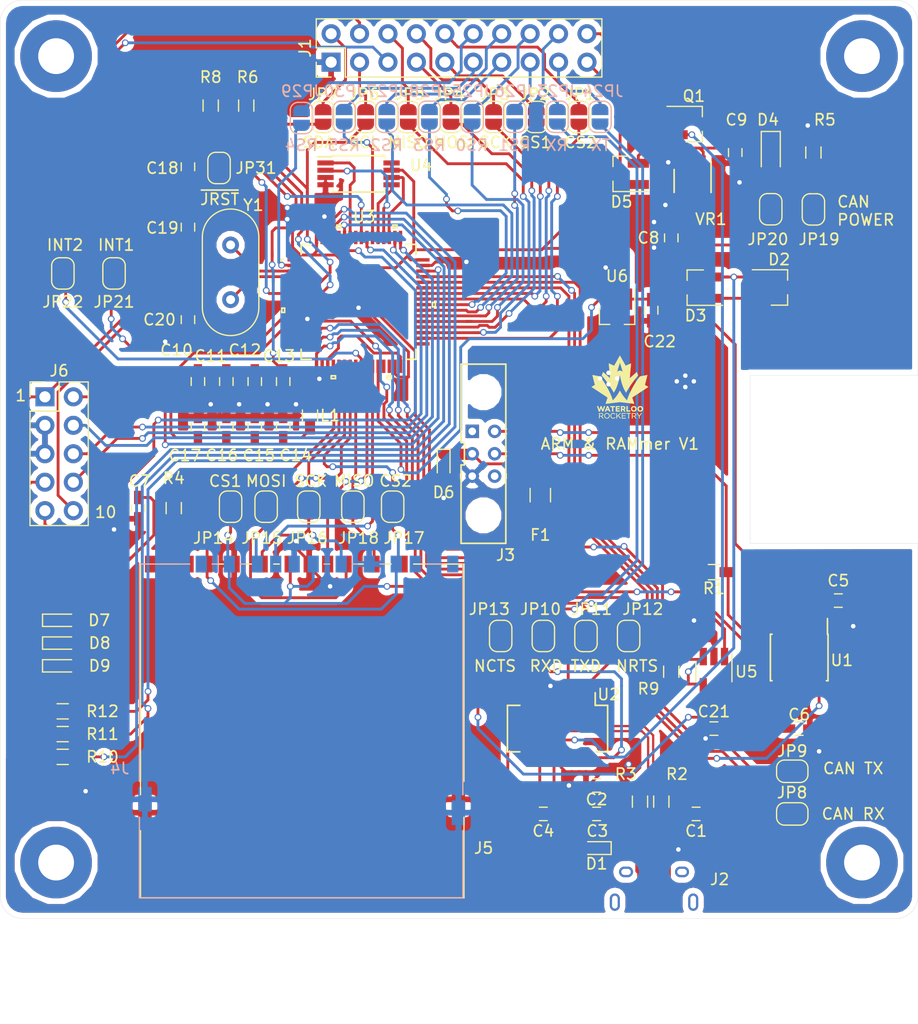
<source format=kicad_pcb>
(kicad_pcb (version 20171130) (host pcbnew "(5.0.0)")
  (layers (0 F.Cu signal) (31 B.Cu signal) (34 B.Paste user) (35 F.Paste user) (36 B.SilkS user) (37 F.SilkS user) (38 B.Mask user) (39 F.Mask user) (44 Edge.Cuts user))
  (net 0 "")
  (net 1 GND)
  (net 2 /D-)
  (net 3 /D+)
  (net 4 "Net-(J4-Pad2)")
  (net 5 "Net-(J4-Pad5)")
  (net 6 "Net-(J5-Pad1)")
  (net 7 "Net-(J5-Pad8)")
  (net 8 "Net-(VR1-Pad4)")
  (net 9 /5_USB)
  (net 10 "Net-(C4-Pad1)")
  (net 11 +5V)
  (net 12 +3V3)
  (net 13 "Net-(C9-Pad1)")
  (net 14 "Net-(C14-Pad1)")
  (net 15 "Net-(C18-Pad1)")
  (net 16 "Net-(C19-Pad1)")
  (net 17 "Net-(C20-Pad1)")
  (net 18 /5_BUS)
  (net 19 "Net-(D4-Pad2)")
  (net 20 "Net-(D4-Pad1)")
  (net 21 /3V3_BUS)
  (net 22 /CAN-SENSE/VIN)
  (net 23 "Net-(J2-Pad4)")
  (net 24 "Net-(J3-Pad1)")
  (net 25 "Net-(J4-Pad7)")
  (net 26 /ARM&RAMMER/JTDI)
  (net 27 /ARM&RAMMER/JTDO_SWO)
  (net 28 /ARM&RAMMER/JTCK_SWCLK)
  (net 29 /ARM&RAMMER/JTMS_SWDIO)
  (net 30 /ARM&RAMMER/~CS2_2)
  (net 31 /ARM&RAMMER/~CS2)
  (net 32 /ARM&RAMMER/SCK2)
  (net 33 /ARM&RAMMER/MOSI2)
  (net 34 /ARM&RAMMER/MISO2)
  (net 35 /ARM&RAMMER/SCL)
  (net 36 /ARM&RAMMER/SDA)
  (net 37 "Net-(JP8-Pad1)")
  (net 38 /ARM&RAMMER/CANTX)
  (net 39 "Net-(JP9-Pad2)")
  (net 40 /ARM&RAMMER/CANRX)
  (net 41 "Net-(JP10-Pad1)")
  (net 42 /ARM&RAMMER/UART_RX)
  (net 43 /ARM&RAMMER/UART_TX)
  (net 44 "Net-(JP11-Pad1)")
  (net 45 "Net-(JP12-Pad1)")
  (net 46 /ARM&RAMMER/UART_~RTS)
  (net 47 /ARM&RAMMER/UART_~CTS)
  (net 48 "Net-(JP13-Pad1)")
  (net 49 /ARM&RAMMER/~CS1)
  (net 50 /ARM&RAMMER/MOSI1)
  (net 51 /ARM&RAMMER/SCK1)
  (net 52 /ARM&RAMMER/MISO1)
  (net 53 /ARM&RAMMER/~CS1_2)
  (net 54 "Net-(D2-Pad3)")
  (net 55 "Net-(JP19-Pad2)")
  (net 56 /5_CANHW)
  (net 57 "Net-(J3-Pad5)")
  (net 58 "Net-(J3-Pad4)")
  (net 59 "/ARM&RAMMER/~(JTRST|RST)")
  (net 60 /ARM&RAMMER/~CAN_EN)
  (net 61 "Net-(U2-Pad8)")
  (net 62 "Net-(U2-Pad7)")
  (net 63 "Net-(U2-Pad5)")
  (net 64 "Net-(U2-Pad1)")
  (net 65 "Net-(U3-Pad6)")
  (net 66 "Net-(U3-Pad5)")
  (net 67 /ARM&RAMMER/SCK3)
  (net 68 /ARM&RAMMER/MOSI3)
  (net 69 /ARM&RAMMER/MISO3)
  (net 70 /ARM&RAMMER/~CS3)
  (net 71 /ARM&RAMMER/CURR_AMP)
  (net 72 "Net-(J4-Pad11)")
  (net 73 /ARM&RAMMER/CARD_DETECT_2)
  (net 74 "Net-(J4-Pad9)")
  (net 75 "Net-(J4-Pad8)")
  (net 76 "Net-(J5-Pad9)")
  (net 77 /ARM&RAMMER/CARD_DETECT_1)
  (net 78 "Net-(J5-Pad11)")
  (net 79 /ARM&RAMMER/PH3-BOOT0)
  (net 80 "Net-(U2-Pad10)")
  (net 81 "Net-(U2-Pad17)")
  (net 82 "Net-(U2-Pad18)")
  (net 83 "Net-(U2-Pad19)")
  (net 84 "Net-(U3-Pad29)")
  (net 85 "Net-(U3-Pad30)")
  (net 86 "Net-(U3-Pad33)")
  (net 87 /ARM&RAMMER/~HOLD3)
  (net 88 /D2+)
  (net 89 /D2-)
  (net 90 /ARM&RAMMER/RADIO_INT_1)
  (net 91 /ARM&RAMMER/RADIO_INT_2)
  (net 92 "Net-(F1-Pad1)")
  (net 93 "Net-(D7-Pad1)")
  (net 94 "Net-(D8-Pad1)")
  (net 95 "Net-(D9-Pad1)")
  (net 96 "Net-(R10-Pad2)")
  (net 97 "Net-(R11-Pad2)")
  (net 98 "Net-(R12-Pad2)")
  (net 99 /ARM&RAMMER/RES0)
  (net 100 /ARM&RAMMER/RES1)
  (net 101 /ARM&RAMMER/RES2)
  (net 102 /ARM&RAMMER/RES3)
  (net 103 "Net-(J1-Pad18)")
  (net 104 "Net-(J1-Pad17)")
  (net 105 "Net-(J1-Pad16)")
  (net 106 "Net-(J1-Pad15)")
  (net 107 "Net-(J1-Pad14)")
  (net 108 "Net-(J1-Pad13)")
  (net 109 "Net-(J1-Pad12)")
  (net 110 "Net-(J1-Pad11)")
  (net 111 "Net-(J1-Pad10)")
  (net 112 "Net-(J1-Pad9)")
  (net 113 "Net-(J1-Pad8)")
  (net 114 "Net-(J1-Pad7)")
  (net 115 "Net-(J1-Pad6)")
  (net 116 "Net-(J1-Pad5)")
  (net 117 "Net-(J1-Pad4)")
  (net 118 "Net-(J1-Pad3)")
  (net 119 "Net-(J1-Pad2)")
  (net 120 /ARM&RAMMER/TEMP)
  (net 121 /ARM&RAMMER/~FAULT1)
  (net 122 /ARM&RAMMER/~FAULT2)
  (module Payload_StandardPackages:DFN-6-1EP_3x3mm_Pitch0.95mm (layer F.Cu) (at 61.865 16.145 270)
    (fp_text reference VR1 (at 3.413 -1.635) (layer F.SilkS))
    (fp_text value LD39200PU33R)
    (pad 1 smd rect (at -1.655 -0.95 270) (size 1.26 0.45) (layers F.Cu F.Paste F.Mask) (net 13 "Net-(C9-Pad1)"))
    (pad 2 smd rect (at -1.655 0 270) (size 1.26 0.45) (layers F.Cu F.Paste F.Mask) (net 13 "Net-(C9-Pad1)"))
    (pad 3 smd rect (at -1.655 0.95 270) (size 1.26 0.45) (layers F.Cu F.Paste F.Mask) (net 1 GND))
    (pad 4 smd rect (at 1.655 0.95 270) (size 1.26 0.45) (layers F.Cu F.Paste F.Mask) (net 8 "Net-(VR1-Pad4)"))
    (pad 5 smd rect (at 1.655 0 270) (size 1.26 0.45) (layers F.Cu F.Paste F.Mask) (net 11 +5V))
    (pad 6 smd rect (at 1.655 -0.95 270) (size 1.26 0.45) (layers F.Cu F.Paste F.Mask) (net 11 +5V))
    (pad 7 smd rect (at 0.425 0.65 270) (size 0.85 1.3) (layers F.Cu F.Paste F.Mask))
    (pad 7 smd rect (at 0.425 -0.65 270) (size 0.85 1.3) (layers F.Cu F.Paste F.Mask))
    (pad 7 smd rect (at -0.425 0.65 270) (size 0.85 1.3) (layers F.Cu F.Paste F.Mask))
    (pad 7 smd rect (at -0.425 -0.65 270) (size 0.85 1.3) (layers F.Cu F.Paste F.Mask))
  )
  (module Payload_StandardPackages:STM32L4x6RxT6 (layer F.Cu) (at 32.02 26.94)
    (fp_text reference U3 (at 0.508 -7.62) (layer F.SilkS))
    (fp_text value STM32L4x6RxT6-symbols hide)
    (pad 1 smd rect (at -5.749999 -3.75) (size 1.1938 0.3048) (layers F.Cu F.Paste F.Mask) (net 12 +3V3))
    (pad 2 smd rect (at -5.749999 -3.250001) (size 1.1938 0.3048) (layers F.Cu F.Paste F.Mask) (net 121 /ARM&RAMMER/~FAULT1))
    (pad 3 smd rect (at -5.749999 -2.75) (size 1.1938 0.3048) (layers F.Cu F.Paste F.Mask) (net 16 "Net-(C19-Pad1)"))
    (pad 4 smd rect (at -5.749999 -2.250001) (size 1.1938 0.3048) (layers F.Cu F.Paste F.Mask) (net 17 "Net-(C20-Pad1)"))
    (pad 5 smd rect (at -5.749999 -1.749999) (size 1.1938 0.3048) (layers F.Cu F.Paste F.Mask) (net 66 "Net-(U3-Pad5)"))
    (pad 6 smd rect (at -5.749999 -1.25) (size 1.1938 0.3048) (layers F.Cu F.Paste F.Mask) (net 65 "Net-(U3-Pad6)"))
    (pad 7 smd rect (at -5.749999 -0.750001) (size 1.1938 0.3048) (layers F.Cu F.Paste F.Mask) (net 15 "Net-(C18-Pad1)"))
    (pad 8 smd rect (at -5.749999 -0.25) (size 1.1938 0.3048) (layers F.Cu F.Paste F.Mask) (net 35 /ARM&RAMMER/SCL))
    (pad 9 smd rect (at -5.749999 0.25) (size 1.1938 0.3048) (layers F.Cu F.Paste F.Mask) (net 36 /ARM&RAMMER/SDA))
    (pad 10 smd rect (at -5.749999 0.750001) (size 1.1938 0.3048) (layers F.Cu F.Paste F.Mask) (net 71 /ARM&RAMMER/CURR_AMP))
    (pad 11 smd rect (at -5.749999 1.25) (size 1.1938 0.3048) (layers F.Cu F.Paste F.Mask) (net 90 /ARM&RAMMER/RADIO_INT_1))
    (pad 12 smd rect (at -5.749999 1.749999) (size 1.1938 0.3048) (layers F.Cu F.Paste F.Mask) (net 1 GND))
    (pad 13 smd rect (at -5.749999 2.250001) (size 1.1938 0.3048) (layers F.Cu F.Paste F.Mask) (net 14 "Net-(C14-Pad1)"))
    (pad 14 smd rect (at -5.749999 2.75) (size 1.1938 0.3048) (layers F.Cu F.Paste F.Mask) (net 47 /ARM&RAMMER/UART_~CTS))
    (pad 15 smd rect (at -5.749999 3.250001) (size 1.1938 0.3048) (layers F.Cu F.Paste F.Mask) (net 46 /ARM&RAMMER/UART_~RTS))
    (pad 16 smd rect (at -5.749999 3.75) (size 1.1938 0.3048) (layers F.Cu F.Paste F.Mask) (net 43 /ARM&RAMMER/UART_TX))
    (pad 17 smd rect (at -3.75 5.749999 90) (size 1.1938 0.3048) (layers F.Cu F.Paste F.Mask) (net 42 /ARM&RAMMER/UART_RX))
    (pad 18 smd rect (at -3.250001 5.749999 90) (size 1.1938 0.3048) (layers F.Cu F.Paste F.Mask) (net 1 GND))
    (pad 19 smd rect (at -2.75 5.749999 90) (size 1.1938 0.3048) (layers F.Cu F.Paste F.Mask) (net 12 +3V3))
    (pad 20 smd rect (at -2.250001 5.749999 90) (size 1.1938 0.3048) (layers F.Cu F.Paste F.Mask) (net 49 /ARM&RAMMER/~CS1))
    (pad 21 smd rect (at -1.749999 5.749999 90) (size 1.1938 0.3048) (layers F.Cu F.Paste F.Mask) (net 51 /ARM&RAMMER/SCK1))
    (pad 22 smd rect (at -1.25 5.749999 90) (size 1.1938 0.3048) (layers F.Cu F.Paste F.Mask) (net 52 /ARM&RAMMER/MISO1))
    (pad 23 smd rect (at -0.750001 5.749999 90) (size 1.1938 0.3048) (layers F.Cu F.Paste F.Mask) (net 50 /ARM&RAMMER/MOSI1))
    (pad 24 smd rect (at -0.25 5.749999 90) (size 1.1938 0.3048) (layers F.Cu F.Paste F.Mask) (net 53 /ARM&RAMMER/~CS1_2))
    (pad 25 smd rect (at 0.25 5.749999 90) (size 1.1938 0.3048) (layers F.Cu F.Paste F.Mask) (net 91 /ARM&RAMMER/RADIO_INT_2))
    (pad 26 smd rect (at 0.750001 5.749999 90) (size 1.1938 0.3048) (layers F.Cu F.Paste F.Mask) (net 77 /ARM&RAMMER/CARD_DETECT_1))
    (pad 27 smd rect (at 1.25 5.749999 90) (size 1.1938 0.3048) (layers F.Cu F.Paste F.Mask) (net 73 /ARM&RAMMER/CARD_DETECT_2))
    (pad 28 smd rect (at 1.749999 5.749999 90) (size 1.1938 0.3048) (layers F.Cu F.Paste F.Mask) (net 120 /ARM&RAMMER/TEMP))
    (pad 29 smd rect (at 2.250001 5.749999 90) (size 1.1938 0.3048) (layers F.Cu F.Paste F.Mask) (net 84 "Net-(U3-Pad29)"))
    (pad 30 smd rect (at 2.75 5.749999 90) (size 1.1938 0.3048) (layers F.Cu F.Paste F.Mask) (net 85 "Net-(U3-Pad30)"))
    (pad 31 smd rect (at 3.250001 5.749999 90) (size 1.1938 0.3048) (layers F.Cu F.Paste F.Mask) (net 1 GND))
    (pad 32 smd rect (at 3.75 5.749999 90) (size 1.1938 0.3048) (layers F.Cu F.Paste F.Mask) (net 12 +3V3))
    (pad 33 smd rect (at 5.749999 3.75) (size 1.1938 0.3048) (layers F.Cu F.Paste F.Mask) (net 86 "Net-(U3-Pad33)"))
    (pad 34 smd rect (at 5.749999 3.250001) (size 1.1938 0.3048) (layers F.Cu F.Paste F.Mask) (net 30 /ARM&RAMMER/~CS2_2))
    (pad 35 smd rect (at 5.749999 2.75) (size 1.1938 0.3048) (layers F.Cu F.Paste F.Mask) (net 34 /ARM&RAMMER/MISO2))
    (pad 36 smd rect (at 5.749999 2.250001) (size 1.1938 0.3048) (layers F.Cu F.Paste F.Mask) (net 33 /ARM&RAMMER/MOSI2))
    (pad 37 smd rect (at 5.749999 1.749999) (size 1.1938 0.3048) (layers F.Cu F.Paste F.Mask) (net 99 /ARM&RAMMER/RES0))
    (pad 38 smd rect (at 5.749999 1.25) (size 1.1938 0.3048) (layers F.Cu F.Paste F.Mask) (net 100 /ARM&RAMMER/RES1))
    (pad 39 smd rect (at 5.749999 0.750001) (size 1.1938 0.3048) (layers F.Cu F.Paste F.Mask) (net 101 /ARM&RAMMER/RES2))
    (pad 40 smd rect (at 5.749999 0.25) (size 1.1938 0.3048) (layers F.Cu F.Paste F.Mask) (net 102 /ARM&RAMMER/RES3))
    (pad 41 smd rect (at 5.749999 -0.25) (size 1.1938 0.3048) (layers F.Cu F.Paste F.Mask) (net 31 /ARM&RAMMER/~CS2))
    (pad 42 smd rect (at 5.749999 -0.750001) (size 1.1938 0.3048) (layers F.Cu F.Paste F.Mask) (net 32 /ARM&RAMMER/SCK2))
    (pad 43 smd rect (at 5.749999 -1.25) (size 1.1938 0.3048) (layers F.Cu F.Paste F.Mask) (net 60 /ARM&RAMMER/~CAN_EN))
    (pad 44 smd rect (at 5.749999 -1.749999) (size 1.1938 0.3048) (layers F.Cu F.Paste F.Mask) (net 40 /ARM&RAMMER/CANRX))
    (pad 45 smd rect (at 5.749999 -2.250001) (size 1.1938 0.3048) (layers F.Cu F.Paste F.Mask) (net 38 /ARM&RAMMER/CANTX))
    (pad 46 smd rect (at 5.749999 -2.75) (size 1.1938 0.3048) (layers F.Cu F.Paste F.Mask) (net 29 /ARM&RAMMER/JTMS_SWDIO))
    (pad 47 smd rect (at 5.749999 -3.250001) (size 1.1938 0.3048) (layers F.Cu F.Paste F.Mask) (net 1 GND))
    (pad 48 smd rect (at 5.749999 -3.75) (size 1.1938 0.3048) (layers F.Cu F.Paste F.Mask) (net 12 +3V3))
    (pad 49 smd rect (at 3.75 -5.749999 90) (size 1.1938 0.3048) (layers F.Cu F.Paste F.Mask) (net 28 /ARM&RAMMER/JTCK_SWCLK))
    (pad 50 smd rect (at 3.250001 -5.749999 90) (size 1.1938 0.3048) (layers F.Cu F.Paste F.Mask) (net 26 /ARM&RAMMER/JTDI))
    (pad 51 smd rect (at 2.75 -5.749999 90) (size 1.1938 0.3048) (layers F.Cu F.Paste F.Mask) (net 67 /ARM&RAMMER/SCK3))
    (pad 52 smd rect (at 2.250001 -5.749999 90) (size 1.1938 0.3048) (layers F.Cu F.Paste F.Mask) (net 69 /ARM&RAMMER/MISO3))
    (pad 53 smd rect (at 1.749999 -5.749999 90) (size 1.1938 0.3048) (layers F.Cu F.Paste F.Mask) (net 68 /ARM&RAMMER/MOSI3))
    (pad 54 smd rect (at 1.25 -5.749999 90) (size 1.1938 0.3048) (layers F.Cu F.Paste F.Mask) (net 122 /ARM&RAMMER/~FAULT2))
    (pad 55 smd rect (at 0.750001 -5.749999 90) (size 1.1938 0.3048) (layers F.Cu F.Paste F.Mask) (net 27 /ARM&RAMMER/JTDO_SWO))
    (pad 56 smd rect (at 0.25 -5.749999 90) (size 1.1938 0.3048) (layers F.Cu F.Paste F.Mask) (net 59 "/ARM&RAMMER/~(JTRST|RST)"))
    (pad 57 smd rect (at -0.25 -5.749999 90) (size 1.1938 0.3048) (layers F.Cu F.Paste F.Mask) (net 87 /ARM&RAMMER/~HOLD3))
    (pad 58 smd rect (at -0.750001 -5.749999 90) (size 1.1938 0.3048) (layers F.Cu F.Paste F.Mask) (net 70 /ARM&RAMMER/~CS3))
    (pad 59 smd rect (at -1.25 -5.749999 90) (size 1.1938 0.3048) (layers F.Cu F.Paste F.Mask) (net 96 "Net-(R10-Pad2)"))
    (pad 60 smd rect (at -1.749999 -5.749999 90) (size 1.1938 0.3048) (layers F.Cu F.Paste F.Mask) (net 79 /ARM&RAMMER/PH3-BOOT0))
    (pad 61 smd rect (at -2.250001 -5.749999 90) (size 1.1938 0.3048) (layers F.Cu F.Paste F.Mask) (net 97 "Net-(R11-Pad2)"))
    (pad 62 smd rect (at -2.75 -5.749999 90) (size 1.1938 0.3048) (layers F.Cu F.Paste F.Mask) (net 98 "Net-(R12-Pad2)"))
    (pad 63 smd rect (at -3.250001 -5.749999 90) (size 1.1938 0.3048) (layers F.Cu F.Paste F.Mask) (net 1 GND))
    (pad 64 smd rect (at -3.75 -5.749999 90) (size 1.1938 0.3048) (layers F.Cu F.Paste F.Mask) (net 12 +3V3))
  )
  (module Payload_Connectors:connector_Harwin_M80-5000642 (layer F.Cu) (at 43.18 40.5 270)
    (fp_text reference J3 (at 9.046 -1.976) (layer F.SilkS))
    (fp_text value Harwin_M80-5400642)
    (pad "" np_thru_hole circle (at -5.5 0 270) (size 2.2 2.2) (drill 2.2) (layers *.Cu *.Mask))
    (pad "" np_thru_hole circle (at 5.5 0 270) (size 2.2 2.2) (drill 2.2) (layers *.Cu *.Mask))
    (pad 4 thru_hole circle (at -2 -1 270) (size 1.2 1.2) (drill 0.68) (layers *.Cu *.Mask) (net 58 "Net-(J3-Pad4)"))
    (pad 5 thru_hole circle (at 0 -1 270) (size 1.2 1.2) (drill 0.68) (layers *.Cu *.Mask) (net 57 "Net-(J3-Pad5)"))
    (pad 6 thru_hole circle (at 2 -1 270) (size 1.2 1.2) (drill 0.68) (layers *.Cu *.Mask))
    (pad 3 thru_hole circle (at 2 1 270) (size 1.2 1.2) (drill 0.68) (layers *.Cu *.Mask) (net 1 GND))
    (pad 1 thru_hole rect (at -2 1 270) (size 1.2 1.2) (drill 0.68) (layers *.Cu *.Mask) (net 24 "Net-(J3-Pad1)"))
    (pad 2 thru_hole circle (at 0 1 270) (size 1.2 1.2) (drill 0.68) (layers *.Cu *.Mask) (net 22 /CAN-SENSE/VIN))
  )
  (module Package_SO:SSOP-20_3.9x8.7mm_P0.635mm (layer F.Cu) (at 49.8 65.04 270)
    (fp_text reference U2 (at -3.048 -4.572) (layer F.SilkS))
    (fp_text value FT231XS)
    (pad 1 smd rect (at -2.6 -2.8575 270) (size 1.2 0.4) (layers F.Cu F.Paste F.Mask) (net 64 "Net-(U2-Pad1)"))
    (pad 2 smd rect (at -2.6 -2.2225 270) (size 1.2 0.4) (layers F.Cu F.Paste F.Mask) (net 45 "Net-(JP12-Pad1)"))
    (pad 3 smd rect (at -2.6 -1.5875 270) (size 1.2 0.4) (layers F.Cu F.Paste F.Mask) (net 10 "Net-(C4-Pad1)"))
    (pad 4 smd rect (at -2.6 -0.9525 270) (size 1.2 0.4) (layers F.Cu F.Paste F.Mask) (net 44 "Net-(JP11-Pad1)"))
    (pad 5 smd rect (at -2.6 -0.3175 270) (size 1.2 0.4) (layers F.Cu F.Paste F.Mask) (net 63 "Net-(U2-Pad5)"))
    (pad 6 smd rect (at -2.6 0.3175 270) (size 1.2 0.4) (layers F.Cu F.Paste F.Mask) (net 1 GND))
    (pad 7 smd rect (at -2.6 0.9525 270) (size 1.2 0.4) (layers F.Cu F.Paste F.Mask) (net 62 "Net-(U2-Pad7)"))
    (pad 8 smd rect (at -2.6 1.5875 270) (size 1.2 0.4) (layers F.Cu F.Paste F.Mask) (net 61 "Net-(U2-Pad8)"))
    (pad 9 smd rect (at -2.6 2.2225 270) (size 1.2 0.4) (layers F.Cu F.Paste F.Mask) (net 48 "Net-(JP13-Pad1)"))
    (pad 10 smd rect (at -2.6 2.8575 270) (size 1.2 0.4) (layers F.Cu F.Paste F.Mask) (net 80 "Net-(U2-Pad10)"))
    (pad 11 smd rect (at 2.6 2.8575 270) (size 1.2 0.4) (layers F.Cu F.Paste F.Mask) (net 88 /D2+))
    (pad 12 smd rect (at 2.6 2.2225 270) (size 1.2 0.4) (layers F.Cu F.Paste F.Mask) (net 89 /D2-))
    (pad 13 smd rect (at 2.6 1.5875 270) (size 1.2 0.4) (layers F.Cu F.Paste F.Mask) (net 10 "Net-(C4-Pad1)"))
    (pad 14 smd rect (at 2.6 0.9525 270) (size 1.2 0.4) (layers F.Cu F.Paste F.Mask) (net 10 "Net-(C4-Pad1)"))
    (pad 15 smd rect (at 2.6 0.3175 270) (size 1.2 0.4) (layers F.Cu F.Paste F.Mask) (net 9 /5_USB))
    (pad 16 smd rect (at 2.6 -0.3175 270) (size 1.2 0.4) (layers F.Cu F.Paste F.Mask) (net 1 GND))
    (pad 17 smd rect (at 2.6 -0.9525 270) (size 1.2 0.4) (layers F.Cu F.Paste F.Mask) (net 81 "Net-(U2-Pad17)"))
    (pad 18 smd rect (at 2.6 -1.5875 270) (size 1.2 0.4) (layers F.Cu F.Paste F.Mask) (net 82 "Net-(U2-Pad18)"))
    (pad 19 smd rect (at 2.6 -2.2225 270) (size 1.2 0.4) (layers F.Cu F.Paste F.Mask) (net 83 "Net-(U2-Pad19)"))
    (pad 20 smd rect (at 2.6 -2.8575 270) (size 1.2 0.4) (layers F.Cu F.Paste F.Mask) (net 41 "Net-(JP10-Pad1)"))
  )
  (module Mounting_Holes:MountingHole_3.2mm_M3_Pad (layer F.Cu) (at 77 77)
    (fp_text reference REF** hide)
    (fp_text value MountingHole_3.2mm_M3_Pad)
    (pad 1 thru_hole circle (at 0 0) (size 6.4 6.4) (drill 3.2) (layers *.Cu *.Mask))
  )
  (module Mounting_Holes:MountingHole_3.2mm_M3_Pad (layer F.Cu) (at 5 77)
    (fp_text reference REF** hide)
    (fp_text value MountingHole_3.2mm_M3_Pad)
    (pad 1 thru_hole circle (at 0 0) (size 6.4 6.4) (drill 3.2) (layers *.Cu *.Mask))
  )
  (module Mounting_Holes:MountingHole_3.2mm_M3_Pad (layer F.Cu) (at 77 5)
    (fp_text reference REF** hide)
    (fp_text value MountingHole_3.2mm_M3_Pad)
    (pad 1 thru_hole circle (at 0 0) (size 6.4 6.4) (drill 3.2) (layers *.Cu *.Mask))
  )
  (module Payload_Connectors:10118194-0001LF (layer F.Cu) (at 58.42 80.534)
    (fp_text reference J2 (at 5.858 -2.032) (layer F.SilkS))
    (fp_text value USB_B_Micro)
    (pad "" smd rect (at -1 0) (size 1.5 1.55) (layers F.Cu F.Paste F.Mask))
    (pad "" smd rect (at 1 0) (size 1.5 1.55) (layers F.Cu F.Paste F.Mask))
    (pad "" np_thru_hole oval (at 3.5 0) (size 0.89 1.55) (drill oval 0.5 1.15) (layers *.Cu *.Mask))
    (pad "" np_thru_hole oval (at -3.5 0) (size 0.89 1.55) (drill oval 0.5 1.15) (layers *.Cu *.Mask))
    (pad 1 smd rect (at -1.3 -2.7) (size 0.4 1.35) (layers F.Cu F.Paste F.Mask) (net 9 /5_USB))
    (pad 2 smd rect (at -0.65 -2.7) (size 0.4 1.35) (layers F.Cu F.Paste F.Mask) (net 2 /D-))
    (pad 3 smd rect (at 0 -2.7) (size 0.4 1.35) (layers F.Cu F.Paste F.Mask) (net 3 /D+))
    (pad 4 smd rect (at 0.65 -2.7) (size 0.4 1.35) (layers F.Cu F.Paste F.Mask) (net 23 "Net-(J2-Pad4)"))
    (pad 5 smd rect (at 1.3 -2.7) (size 0.4 1.35) (layers F.Cu F.Paste F.Mask) (net 1 GND))
    (pad "" np_thru_hole oval (at 2.5 -2.7) (size 1.25 0.95) (drill oval 0.85 0.55) (layers *.Cu *.Mask))
    (pad "" np_thru_hole oval (at -2.5 -2.7) (size 1.25 0.95) (drill oval 0.85 0.55) (layers *.Cu *.Mask))
  )
  (module Resistors_SMD:R_0603_HandSoldering (layer F.Cu) (at 27.686 37.084 90)
    (fp_text reference L1 (at 0 1.778 180) (layer F.SilkS))
    (fp_text value Ferrite_Bead)
    (pad 2 smd rect (at 1.1 0 90) (size 1.2 0.9) (layers F.Cu F.Paste F.Mask) (net 12 +3V3))
    (pad 1 smd rect (at -1.1 0 90) (size 1.2 0.9) (layers F.Cu F.Paste F.Mask) (net 14 "Net-(C14-Pad1)"))
  )
  (module Capacitors_SMD:C_0603_HandSoldering (layer F.Cu) (at 16.78 14.875 90)
    (fp_text reference C18 (at -0.127 -2.286 180) (layer F.SilkS))
    (fp_text value 0.1uF)
    (pad 2 smd rect (at 0.95 0 90) (size 1.2 0.75) (layers F.Cu F.Paste F.Mask) (net 1 GND))
    (pad 1 smd rect (at -0.95 0 90) (size 1.2 0.75) (layers F.Cu F.Paste F.Mask) (net 15 "Net-(C18-Pad1)"))
  )
  (module Capacitors_SMD:C_0603_HandSoldering (layer F.Cu) (at 16.78 20.27 90)
    (fp_text reference C19 (at -0.066 -2.286 180) (layer F.SilkS))
    (fp_text value C_Small)
    (pad 1 smd rect (at -0.95 0 90) (size 1.2 0.75) (layers F.Cu F.Paste F.Mask) (net 16 "Net-(C19-Pad1)"))
    (pad 2 smd rect (at 0.95 0 90) (size 1.2 0.75) (layers F.Cu F.Paste F.Mask) (net 1 GND))
  )
  (module Capacitors_SMD:C_0603_HandSoldering (layer F.Cu) (at 16.78 28.53 270)
    (fp_text reference C20 (at 0 2.54) (layer F.SilkS))
    (fp_text value C_Small)
    (pad 2 smd rect (at 0.95 0 270) (size 1.2 0.75) (layers F.Cu F.Paste F.Mask) (net 1 GND))
    (pad 1 smd rect (at -0.95 0 270) (size 1.2 0.75) (layers F.Cu F.Paste F.Mask) (net 17 "Net-(C20-Pad1)"))
  )
  (module Capacitors_SMD:C_0603_HandSoldering (layer F.Cu) (at 63.77 65.04)
    (fp_text reference C21 (at 0 -1.524) (layer F.SilkS))
    (fp_text value .1uF)
    (pad 1 smd rect (at -0.95 0) (size 1.2 0.75) (layers F.Cu F.Paste F.Mask) (net 1 GND))
    (pad 2 smd rect (at 0.95 0) (size 1.2 0.75) (layers F.Cu F.Paste F.Mask) (net 12 +3V3))
  )
  (module Diodes_SMD:D_SOD-323_HandSoldering (layer F.Cu) (at 68.85 13.625 270)
    (fp_text reference D4 (at -2.941 0.254) (layer F.SilkS))
    (fp_text value BAT60JFILM)
    (pad 2 smd rect (at 1.25 0 270) (size 1 1) (layers F.Cu F.Paste F.Mask) (net 19 "Net-(D4-Pad2)"))
    (pad 1 smd rect (at -1.25 0 270) (size 1 1) (layers F.Cu F.Paste F.Mask) (net 20 "Net-(D4-Pad1)"))
  )
  (module Diodes_SMD:D_0603 (layer F.Cu) (at 39.624 41.402 270)
    (fp_text reference D6 (at 2.54 0) (layer F.SilkS))
    (fp_text value D_TVS)
    (pad 2 smd rect (at 0.85 0 270) (size 0.6 0.8) (layers F.Cu F.Paste F.Mask) (net 1 GND))
    (pad 1 smd rect (at -0.85 0 270) (size 0.6 0.8) (layers F.Cu F.Paste F.Mask) (net 22 /CAN-SENSE/VIN))
  )
  (module Jumper:SolderJumper-2_P1.3mm_Open_RoundedPad1.0x1.5mm (layer F.Cu) (at 51.705 10.43 270)
    (fp_text reference JP1 (at -2.032 -0.127) (layer F.SilkS))
    (fp_text value Jumper)
    (pad 2 smd custom (at 0.65 0 270) (size 1 0.5) (layers F.Cu F.Mask) (net 30 /ARM&RAMMER/~CS2_2) (options (clearance outline) (anchor rect)) (primitives (gr_circle (center 0 0.25) (end 0.5 0.25) (width 0)) (gr_circle (center 0 -0.25) (end 0.5 -0.25) (width 0)) (gr_poly (pts (xy 0 -0.75) (xy -0.5 -0.75) (xy -0.5 0.75) (xy 0 0.75)) (width 0))))
    (pad 1 smd custom (at -0.65 0 270) (size 1 0.5) (layers F.Cu F.Mask) (net 111 "Net-(J1-Pad10)") (options (clearance outline) (anchor rect)) (primitives (gr_circle (center 0 0.25) (end 0.5 0.25) (width 0)) (gr_circle (center 0 -0.25) (end 0.5 -0.25) (width 0)) (gr_poly (pts (xy 0 -0.75) (xy 0.5 -0.75) (xy 0.5 0.75) (xy 0 0.75)) (width 0))))
  )
  (module Jumper:SolderJumper-2_P1.3mm_Open_RoundedPad1.0x1.5mm (layer F.Cu) (at 47.895 10.43 270)
    (fp_text reference JP2 (at -2.032 0.127) (layer F.SilkS))
    (fp_text value Jumper)
    (pad 1 smd custom (at -0.65 0 270) (size 1 0.5) (layers F.Cu F.Mask) (net 112 "Net-(J1-Pad9)") (options (clearance outline) (anchor rect)) (primitives (gr_circle (center 0 0.25) (end 0.5 0.25) (width 0)) (gr_circle (center 0 -0.25) (end 0.5 -0.25) (width 0)) (gr_poly (pts (xy 0 -0.75) (xy 0.5 -0.75) (xy 0.5 0.75) (xy 0 0.75)) (width 0))))
    (pad 2 smd custom (at 0.65 0 270) (size 1 0.5) (layers F.Cu F.Mask) (net 31 /ARM&RAMMER/~CS2) (options (clearance outline) (anchor rect)) (primitives (gr_circle (center 0 0.25) (end 0.5 0.25) (width 0)) (gr_circle (center 0 -0.25) (end 0.5 -0.25) (width 0)) (gr_poly (pts (xy 0 -0.75) (xy -0.5 -0.75) (xy -0.5 0.75) (xy 0 0.75)) (width 0))))
  )
  (module Jumper:SolderJumper-2_P1.3mm_Open_RoundedPad1.0x1.5mm (layer F.Cu) (at 44.085 10.43 270)
    (fp_text reference JP3 (at -2.032 -0.127) (layer F.SilkS))
    (fp_text value Jumper)
    (pad 2 smd custom (at 0.65 0 270) (size 1 0.5) (layers F.Cu F.Mask) (net 32 /ARM&RAMMER/SCK2) (options (clearance outline) (anchor rect)) (primitives (gr_circle (center 0 0.25) (end 0.5 0.25) (width 0)) (gr_circle (center 0 -0.25) (end 0.5 -0.25) (width 0)) (gr_poly (pts (xy 0 -0.75) (xy -0.5 -0.75) (xy -0.5 0.75) (xy 0 0.75)) (width 0))))
    (pad 1 smd custom (at -0.65 0 270) (size 1 0.5) (layers F.Cu F.Mask) (net 113 "Net-(J1-Pad8)") (options (clearance outline) (anchor rect)) (primitives (gr_circle (center 0 0.25) (end 0.5 0.25) (width 0)) (gr_circle (center 0 -0.25) (end 0.5 -0.25) (width 0)) (gr_poly (pts (xy 0 -0.75) (xy 0.5 -0.75) (xy 0.5 0.75) (xy 0 0.75)) (width 0))))
  )
  (module Jumper:SolderJumper-2_P1.3mm_Open_RoundedPad1.0x1.5mm (layer F.Cu) (at 40.275 10.43 270)
    (fp_text reference JP4 (at -2.032 0.127) (layer F.SilkS))
    (fp_text value Jumper)
    (pad 1 smd custom (at -0.65 0 270) (size 1 0.5) (layers F.Cu F.Mask) (net 114 "Net-(J1-Pad7)") (options (clearance outline) (anchor rect)) (primitives (gr_circle (center 0 0.25) (end 0.5 0.25) (width 0)) (gr_circle (center 0 -0.25) (end 0.5 -0.25) (width 0)) (gr_poly (pts (xy 0 -0.75) (xy 0.5 -0.75) (xy 0.5 0.75) (xy 0 0.75)) (width 0))))
    (pad 2 smd custom (at 0.65 0 270) (size 1 0.5) (layers F.Cu F.Mask) (net 33 /ARM&RAMMER/MOSI2) (options (clearance outline) (anchor rect)) (primitives (gr_circle (center 0 0.25) (end 0.5 0.25) (width 0)) (gr_circle (center 0 -0.25) (end 0.5 -0.25) (width 0)) (gr_poly (pts (xy 0 -0.75) (xy -0.5 -0.75) (xy -0.5 0.75) (xy 0 0.75)) (width 0))))
  )
  (module Jumper:SolderJumper-2_P1.3mm_Open_RoundedPad1.0x1.5mm (layer F.Cu) (at 36.465 10.43 270)
    (fp_text reference JP5 (at -2.032 -0.127) (layer F.SilkS))
    (fp_text value Jumper)
    (pad 2 smd custom (at 0.65 0 270) (size 1 0.5) (layers F.Cu F.Mask) (net 34 /ARM&RAMMER/MISO2) (options (clearance outline) (anchor rect)) (primitives (gr_circle (center 0 0.25) (end 0.5 0.25) (width 0)) (gr_circle (center 0 -0.25) (end 0.5 -0.25) (width 0)) (gr_poly (pts (xy 0 -0.75) (xy -0.5 -0.75) (xy -0.5 0.75) (xy 0 0.75)) (width 0))))
    (pad 1 smd custom (at -0.65 0 270) (size 1 0.5) (layers F.Cu F.Mask) (net 115 "Net-(J1-Pad6)") (options (clearance outline) (anchor rect)) (primitives (gr_circle (center 0 0.25) (end 0.5 0.25) (width 0)) (gr_circle (center 0 -0.25) (end 0.5 -0.25) (width 0)) (gr_poly (pts (xy 0 -0.75) (xy 0.5 -0.75) (xy 0.5 0.75) (xy 0 0.75)) (width 0))))
  )
  (module Jumper:SolderJumper-2_P1.3mm_Open_RoundedPad1.0x1.5mm (layer F.Cu) (at 32.655 10.43 270)
    (fp_text reference JP6 (at -2.032 0.127) (layer F.SilkS))
    (fp_text value Jumper)
    (pad 1 smd custom (at -0.65 0 270) (size 1 0.5) (layers F.Cu F.Mask) (net 118 "Net-(J1-Pad3)") (options (clearance outline) (anchor rect)) (primitives (gr_circle (center 0 0.25) (end 0.5 0.25) (width 0)) (gr_circle (center 0 -0.25) (end 0.5 -0.25) (width 0)) (gr_poly (pts (xy 0 -0.75) (xy 0.5 -0.75) (xy 0.5 0.75) (xy 0 0.75)) (width 0))))
    (pad 2 smd custom (at 0.65 0 270) (size 1 0.5) (layers F.Cu F.Mask) (net 35 /ARM&RAMMER/SCL) (options (clearance outline) (anchor rect)) (primitives (gr_circle (center 0 0.25) (end 0.5 0.25) (width 0)) (gr_circle (center 0 -0.25) (end 0.5 -0.25) (width 0)) (gr_poly (pts (xy 0 -0.75) (xy -0.5 -0.75) (xy -0.5 0.75) (xy 0 0.75)) (width 0))))
  )
  (module Jumper:SolderJumper-2_P1.3mm_Open_RoundedPad1.0x1.5mm (layer F.Cu) (at 28.8544 10.43 270)
    (fp_text reference JP7 (at -2.032 0) (layer F.SilkS))
    (fp_text value Jumper)
    (pad 2 smd custom (at 0.65 0 270) (size 1 0.5) (layers F.Cu F.Mask) (net 36 /ARM&RAMMER/SDA) (options (clearance outline) (anchor rect)) (primitives (gr_circle (center 0 0.25) (end 0.5 0.25) (width 0)) (gr_circle (center 0 -0.25) (end 0.5 -0.25) (width 0)) (gr_poly (pts (xy 0 -0.75) (xy -0.5 -0.75) (xy -0.5 0.75) (xy 0 0.75)) (width 0))))
    (pad 1 smd custom (at -0.65 0 270) (size 1 0.5) (layers F.Cu F.Mask) (net 119 "Net-(J1-Pad2)") (options (clearance outline) (anchor rect)) (primitives (gr_circle (center 0 0.25) (end 0.5 0.25) (width 0)) (gr_circle (center 0 -0.25) (end 0.5 -0.25) (width 0)) (gr_poly (pts (xy 0 -0.75) (xy 0.5 -0.75) (xy 0.5 0.75) (xy 0 0.75)) (width 0))))
  )
  (module Jumper:SolderJumper-2_P1.3mm_Open_RoundedPad1.0x1.5mm (layer F.Cu) (at 70.77 72.66 180)
    (fp_text reference JP8 (at 0.015 1.905 180) (layer F.SilkS))
    (fp_text value Jumper)
    (pad 1 smd custom (at -0.65 0 180) (size 1 0.5) (layers F.Cu F.Mask) (net 37 "Net-(JP8-Pad1)") (options (clearance outline) (anchor rect)) (primitives (gr_circle (center 0 0.25) (end 0.5 0.25) (width 0)) (gr_circle (center 0 -0.25) (end 0.5 -0.25) (width 0)) (gr_poly (pts (xy 0 -0.75) (xy 0.5 -0.75) (xy 0.5 0.75) (xy 0 0.75)) (width 0))))
    (pad 2 smd custom (at 0.65 0 180) (size 1 0.5) (layers F.Cu F.Mask) (net 38 /ARM&RAMMER/CANTX) (options (clearance outline) (anchor rect)) (primitives (gr_circle (center 0 0.25) (end 0.5 0.25) (width 0)) (gr_circle (center 0 -0.25) (end 0.5 -0.25) (width 0)) (gr_poly (pts (xy 0 -0.75) (xy -0.5 -0.75) (xy -0.5 0.75) (xy 0 0.75)) (width 0))))
  )
  (module Jumper:SolderJumper-2_P1.3mm_Open_RoundedPad1.0x1.5mm (layer F.Cu) (at 70.77 68.85)
    (fp_text reference JP9 (at 0 -1.8) (layer F.SilkS))
    (fp_text value Jumper)
    (pad 2 smd custom (at 0.65 0) (size 1 0.5) (layers F.Cu F.Mask) (net 39 "Net-(JP9-Pad2)") (options (clearance outline) (anchor rect)) (primitives (gr_circle (center 0 0.25) (end 0.5 0.25) (width 0)) (gr_circle (center 0 -0.25) (end 0.5 -0.25) (width 0)) (gr_poly (pts (xy 0 -0.75) (xy -0.5 -0.75) (xy -0.5 0.75) (xy 0 0.75)) (width 0))))
    (pad 1 smd custom (at -0.65 0) (size 1 0.5) (layers F.Cu F.Mask) (net 40 /ARM&RAMMER/CANRX) (options (clearance outline) (anchor rect)) (primitives (gr_circle (center 0 0.25) (end 0.5 0.25) (width 0)) (gr_circle (center 0 -0.25) (end 0.5 -0.25) (width 0)) (gr_poly (pts (xy 0 -0.75) (xy 0.5 -0.75) (xy 0.5 0.75) (xy 0 0.75)) (width 0))))
  )
  (module Jumper:SolderJumper-2_P1.3mm_Open_RoundedPad1.0x1.5mm (layer F.Cu) (at 48.53 56.77 90)
    (fp_text reference JP10 (at 2.398 -0.254 180) (layer F.SilkS))
    (fp_text value Jumper)
    (pad 1 smd custom (at -0.65 0 90) (size 1 0.5) (layers F.Cu F.Mask) (net 41 "Net-(JP10-Pad1)") (options (clearance outline) (anchor rect)) (primitives (gr_circle (center 0 0.25) (end 0.5 0.25) (width 0)) (gr_circle (center 0 -0.25) (end 0.5 -0.25) (width 0)) (gr_poly (pts (xy 0 -0.75) (xy 0.5 -0.75) (xy 0.5 0.75) (xy 0 0.75)) (width 0))))
    (pad 2 smd custom (at 0.65 0 90) (size 1 0.5) (layers F.Cu F.Mask) (net 42 /ARM&RAMMER/UART_RX) (options (clearance outline) (anchor rect)) (primitives (gr_circle (center 0 0.25) (end 0.5 0.25) (width 0)) (gr_circle (center 0 -0.25) (end 0.5 -0.25) (width 0)) (gr_poly (pts (xy 0 -0.75) (xy -0.5 -0.75) (xy -0.5 0.75) (xy 0 0.75)) (width 0))))
  )
  (module Jumper:SolderJumper-2_P1.3mm_Open_RoundedPad1.0x1.5mm (layer F.Cu) (at 52.34 56.77 90)
    (fp_text reference JP11 (at 2.398 0.508 180) (layer F.SilkS))
    (fp_text value Jumper)
    (pad 2 smd custom (at 0.65 0 90) (size 1 0.5) (layers F.Cu F.Mask) (net 43 /ARM&RAMMER/UART_TX) (options (clearance outline) (anchor rect)) (primitives (gr_circle (center 0 0.25) (end 0.5 0.25) (width 0)) (gr_circle (center 0 -0.25) (end 0.5 -0.25) (width 0)) (gr_poly (pts (xy 0 -0.75) (xy -0.5 -0.75) (xy -0.5 0.75) (xy 0 0.75)) (width 0))))
    (pad 1 smd custom (at -0.65 0 90) (size 1 0.5) (layers F.Cu F.Mask) (net 44 "Net-(JP11-Pad1)") (options (clearance outline) (anchor rect)) (primitives (gr_circle (center 0 0.25) (end 0.5 0.25) (width 0)) (gr_circle (center 0 -0.25) (end 0.5 -0.25) (width 0)) (gr_poly (pts (xy 0 -0.75) (xy 0.5 -0.75) (xy 0.5 0.75) (xy 0 0.75)) (width 0))))
  )
  (module Jumper:SolderJumper-2_P1.3mm_Open_RoundedPad1.0x1.5mm (layer F.Cu) (at 56.15 56.77 90)
    (fp_text reference JP12 (at 2.398 1.27 180) (layer F.SilkS))
    (fp_text value Jumper)
    (pad 1 smd custom (at -0.65 0 90) (size 1 0.5) (layers F.Cu F.Mask) (net 45 "Net-(JP12-Pad1)") (options (clearance outline) (anchor rect)) (primitives (gr_circle (center 0 0.25) (end 0.5 0.25) (width 0)) (gr_circle (center 0 -0.25) (end 0.5 -0.25) (width 0)) (gr_poly (pts (xy 0 -0.75) (xy 0.5 -0.75) (xy 0.5 0.75) (xy 0 0.75)) (width 0))))
    (pad 2 smd custom (at 0.65 0 90) (size 1 0.5) (layers F.Cu F.Mask) (net 46 /ARM&RAMMER/UART_~RTS) (options (clearance outline) (anchor rect)) (primitives (gr_circle (center 0 0.25) (end 0.5 0.25) (width 0)) (gr_circle (center 0 -0.25) (end 0.5 -0.25) (width 0)) (gr_poly (pts (xy 0 -0.75) (xy -0.5 -0.75) (xy -0.5 0.75) (xy 0 0.75)) (width 0))))
  )
  (module Jumper:SolderJumper-2_P1.3mm_Open_RoundedPad1.0x1.5mm (layer F.Cu) (at 44.72 56.77 90)
    (fp_text reference JP13 (at 2.398 -1.016 180) (layer F.SilkS))
    (fp_text value Jumper)
    (pad 2 smd custom (at 0.65 0 90) (size 1 0.5) (layers F.Cu F.Mask) (net 47 /ARM&RAMMER/UART_~CTS) (options (clearance outline) (anchor rect)) (primitives (gr_circle (center 0 0.25) (end 0.5 0.25) (width 0)) (gr_circle (center 0 -0.25) (end 0.5 -0.25) (width 0)) (gr_poly (pts (xy 0 -0.75) (xy -0.5 -0.75) (xy -0.5 0.75) (xy 0 0.75)) (width 0))))
    (pad 1 smd custom (at -0.65 0 90) (size 1 0.5) (layers F.Cu F.Mask) (net 48 "Net-(JP13-Pad1)") (options (clearance outline) (anchor rect)) (primitives (gr_circle (center 0 0.25) (end 0.5 0.25) (width 0)) (gr_circle (center 0 -0.25) (end 0.5 -0.25) (width 0)) (gr_poly (pts (xy 0 -0.75) (xy 0.5 -0.75) (xy 0.5 0.75) (xy 0 0.75)) (width 0))))
  )
  (module Jumper:SolderJumper-2_P1.3mm_Open_RoundedPad1.0x1.5mm (layer F.Cu) (at 20.59 45.228 270)
    (fp_text reference JP14 (at 2.794 1.524) (layer F.SilkS))
    (fp_text value Jumper)
    (pad 2 smd custom (at 0.65 0 270) (size 1 0.5) (layers F.Cu F.Mask) (net 12 +3V3) (options (clearance outline) (anchor rect)) (primitives (gr_circle (center 0 0.25) (end 0.5 0.25) (width 0)) (gr_circle (center 0 -0.25) (end 0.5 -0.25) (width 0)) (gr_poly (pts (xy 0 -0.75) (xy -0.5 -0.75) (xy -0.5 0.75) (xy 0 0.75)) (width 0))))
    (pad 1 smd custom (at -0.65 0 270) (size 1 0.5) (layers F.Cu F.Mask) (net 49 /ARM&RAMMER/~CS1) (options (clearance outline) (anchor rect)) (primitives (gr_circle (center 0 0.25) (end 0.5 0.25) (width 0)) (gr_circle (center 0 -0.25) (end 0.5 -0.25) (width 0)) (gr_poly (pts (xy 0 -0.75) (xy 0.5 -0.75) (xy 0.5 0.75) (xy 0 0.75)) (width 0))))
  )
  (module Jumper:SolderJumper-2_P1.3mm_Open_RoundedPad1.0x1.5mm (layer F.Cu) (at 23.765 45.228 270)
    (fp_text reference JP15 (at 2.794 0.381) (layer F.SilkS))
    (fp_text value Jumper)
    (pad 1 smd custom (at -0.65 0 270) (size 1 0.5) (layers F.Cu F.Mask) (net 50 /ARM&RAMMER/MOSI1) (options (clearance outline) (anchor rect)) (primitives (gr_circle (center 0 0.25) (end 0.5 0.25) (width 0)) (gr_circle (center 0 -0.25) (end 0.5 -0.25) (width 0)) (gr_poly (pts (xy 0 -0.75) (xy 0.5 -0.75) (xy 0.5 0.75) (xy 0 0.75)) (width 0))))
    (pad 2 smd custom (at 0.65 0 270) (size 1 0.5) (layers F.Cu F.Mask) (net 4 "Net-(J4-Pad2)") (options (clearance outline) (anchor rect)) (primitives (gr_circle (center 0 0.25) (end 0.5 0.25) (width 0)) (gr_circle (center 0 -0.25) (end 0.5 -0.25) (width 0)) (gr_poly (pts (xy 0 -0.75) (xy -0.5 -0.75) (xy -0.5 0.75) (xy 0 0.75)) (width 0))))
  )
  (module Jumper:SolderJumper-2_P1.3mm_Open_RoundedPad1.0x1.5mm (layer F.Cu) (at 27.575 45.228 270)
    (fp_text reference JP16 (at 2.794 0.127) (layer F.SilkS))
    (fp_text value Jumper)
    (pad 1 smd custom (at -0.65 0 270) (size 1 0.5) (layers F.Cu F.Mask) (net 51 /ARM&RAMMER/SCK1) (options (clearance outline) (anchor rect)) (primitives (gr_circle (center 0 0.25) (end 0.5 0.25) (width 0)) (gr_circle (center 0 -0.25) (end 0.5 -0.25) (width 0)) (gr_poly (pts (xy 0 -0.75) (xy 0.5 -0.75) (xy 0.5 0.75) (xy 0 0.75)) (width 0))))
    (pad 2 smd custom (at 0.65 0 270) (size 1 0.5) (layers F.Cu F.Mask) (net 5 "Net-(J4-Pad5)") (options (clearance outline) (anchor rect)) (primitives (gr_circle (center 0 0.25) (end 0.5 0.25) (width 0)) (gr_circle (center 0 -0.25) (end 0.5 -0.25) (width 0)) (gr_poly (pts (xy 0 -0.75) (xy -0.5 -0.75) (xy -0.5 0.75) (xy 0 0.75)) (width 0))))
  )
  (module Jumper:SolderJumper-2_P1.3mm_Open_RoundedPad1.0x1.5mm (layer F.Cu) (at 35.068 45.228 270)
    (fp_text reference JP17 (at 2.794 -1.016) (layer F.SilkS))
    (fp_text value Jumper)
    (pad 2 smd custom (at 0.65 0 270) (size 1 0.5) (layers F.Cu F.Mask) (net 25 "Net-(J4-Pad7)") (options (clearance outline) (anchor rect)) (primitives (gr_circle (center 0 0.25) (end 0.5 0.25) (width 0)) (gr_circle (center 0 -0.25) (end 0.5 -0.25) (width 0)) (gr_poly (pts (xy 0 -0.75) (xy -0.5 -0.75) (xy -0.5 0.75) (xy 0 0.75)) (width 0))))
    (pad 1 smd custom (at -0.65 0 270) (size 1 0.5) (layers F.Cu F.Mask) (net 52 /ARM&RAMMER/MISO1) (options (clearance outline) (anchor rect)) (primitives (gr_circle (center 0 0.25) (end 0.5 0.25) (width 0)) (gr_circle (center 0 -0.25) (end 0.5 -0.25) (width 0)) (gr_poly (pts (xy 0 -0.75) (xy 0.5 -0.75) (xy 0.5 0.75) (xy 0 0.75)) (width 0))))
  )
  (module Jumper:SolderJumper-2_P1.3mm_Open_RoundedPad1.0x1.5mm (layer F.Cu) (at 31.512 45.228 270)
    (fp_text reference JP18 (at 2.794 -0.508) (layer F.SilkS))
    (fp_text value Jumper)
    (pad 1 smd custom (at -0.65 0 270) (size 1 0.5) (layers F.Cu F.Mask) (net 53 /ARM&RAMMER/~CS1_2) (options (clearance outline) (anchor rect)) (primitives (gr_circle (center 0 0.25) (end 0.5 0.25) (width 0)) (gr_circle (center 0 -0.25) (end 0.5 -0.25) (width 0)) (gr_poly (pts (xy 0 -0.75) (xy 0.5 -0.75) (xy 0.5 0.75) (xy 0 0.75)) (width 0))))
    (pad 2 smd custom (at 0.65 0 270) (size 1 0.5) (layers F.Cu F.Mask) (net 6 "Net-(J5-Pad1)") (options (clearance outline) (anchor rect)) (primitives (gr_circle (center 0 0.25) (end 0.5 0.25) (width 0)) (gr_circle (center 0 -0.25) (end 0.5 -0.25) (width 0)) (gr_poly (pts (xy 0 -0.75) (xy -0.5 -0.75) (xy -0.5 0.75) (xy 0 0.75)) (width 0))))
  )
  (module Jumper:SolderJumper-2_P1.3mm_Open_RoundedPad1.0x1.5mm (layer F.Cu) (at 72.66 18.685 90)
    (fp_text reference JP19 (at -2.667 0.508 180) (layer F.SilkS))
    (fp_text value Jumper)
    (pad 1 smd custom (at -0.65 0 90) (size 1 0.5) (layers F.Cu F.Mask) (net 54 "Net-(D2-Pad3)") (options (clearance outline) (anchor rect)) (primitives (gr_circle (center 0 0.25) (end 0.5 0.25) (width 0)) (gr_circle (center 0 -0.25) (end 0.5 -0.25) (width 0)) (gr_poly (pts (xy 0 -0.75) (xy 0.5 -0.75) (xy 0.5 0.75) (xy 0 0.75)) (width 0))))
    (pad 2 smd custom (at 0.65 0 90) (size 1 0.5) (layers F.Cu F.Mask) (net 55 "Net-(JP19-Pad2)") (options (clearance outline) (anchor rect)) (primitives (gr_circle (center 0 0.25) (end 0.5 0.25) (width 0)) (gr_circle (center 0 -0.25) (end 0.5 -0.25) (width 0)) (gr_poly (pts (xy 0 -0.75) (xy -0.5 -0.75) (xy -0.5 0.75) (xy 0 0.75)) (width 0))))
  )
  (module Jumper:SolderJumper-2_P1.3mm_Open_RoundedPad1.0x1.5mm (layer F.Cu) (at 68.85 18.67 90)
    (fp_text reference JP20 (at -2.682 -0.254 180) (layer F.SilkS))
    (fp_text value Jumper)
    (pad 2 smd custom (at 0.65 0 90) (size 1 0.5) (layers F.Cu F.Mask) (net 19 "Net-(D4-Pad2)") (options (clearance outline) (anchor rect)) (primitives (gr_circle (center 0 0.25) (end 0.5 0.25) (width 0)) (gr_circle (center 0 -0.25) (end 0.5 -0.25) (width 0)) (gr_poly (pts (xy 0 -0.75) (xy -0.5 -0.75) (xy -0.5 0.75) (xy 0 0.75)) (width 0))))
    (pad 1 smd custom (at -0.65 0 90) (size 1 0.5) (layers F.Cu F.Mask) (net 11 +5V) (options (clearance outline) (anchor rect)) (primitives (gr_circle (center 0 0.25) (end 0.5 0.25) (width 0)) (gr_circle (center 0 -0.25) (end 0.5 -0.25) (width 0)) (gr_poly (pts (xy 0 -0.75) (xy 0.5 -0.75) (xy 0.5 0.75) (xy 0 0.75)) (width 0))))
  )
  (module Resistors_SMD:R_0603_HandSoldering (layer F.Cu) (at 15.51 45.355 270)
    (fp_text reference R4 (at -2.667 0) (layer F.SilkS))
    (fp_text value R)
    (pad 2 smd rect (at 1.1 0 270) (size 1.2 0.9) (layers F.Cu F.Paste F.Mask) (net 25 "Net-(J4-Pad7)"))
    (pad 1 smd rect (at -1.1 0 270) (size 1.2 0.9) (layers F.Cu F.Paste F.Mask) (net 12 +3V3))
  )
  (module Housings_SSOP:TSSOP-8_4.4x3mm_Pitch0.65mm (layer F.Cu) (at 32.02 15.51)
    (fp_text reference U4 (at 5.588 -0.762) (layer F.SilkS))
    (fp_text value SRAM_23LC1024T-I_ST-ARMlib)
    (pad 8 smd rect (at 2.95 -0.975) (size 1.45 0.45) (layers F.Cu F.Paste F.Mask) (net 12 +3V3))
    (pad 7 smd rect (at 2.95 -0.325) (size 1.45 0.45) (layers F.Cu F.Paste F.Mask) (net 12 +3V3))
    (pad 6 smd rect (at 2.95 0.325) (size 1.45 0.45) (layers F.Cu F.Paste F.Mask) (net 67 /ARM&RAMMER/SCK3))
    (pad 5 smd rect (at 2.95 0.975) (size 1.45 0.45) (layers F.Cu F.Paste F.Mask) (net 68 /ARM&RAMMER/MOSI3))
    (pad 4 smd rect (at -2.95 0.975) (size 1.45 0.45) (layers F.Cu F.Paste F.Mask) (net 1 GND))
    (pad 3 smd rect (at -2.95 0.325) (size 1.45 0.45) (layers F.Cu F.Paste F.Mask) (net 1 GND))
    (pad 2 smd rect (at -2.95 -0.325) (size 1.45 0.45) (layers F.Cu F.Paste F.Mask) (net 69 /ARM&RAMMER/MISO3))
    (pad 1 smd rect (at -2.95 -0.975) (size 1.45 0.45) (layers F.Cu F.Paste F.Mask) (net 70 /ARM&RAMMER/~CS3))
  )
  (module Crystals:Crystal_HC49-U_Vertical (layer F.Cu) (at 20.59 21.86 270)
    (fp_text reference Y1 (at -3.556 -2.032) (layer F.SilkS))
    (fp_text value Crystal)
    (pad 2 thru_hole circle (at 4.88 0 270) (size 1.5 1.5) (drill 0.8) (layers *.Cu *.Mask) (net 17 "Net-(C20-Pad1)"))
    (pad 1 thru_hole circle (at 0 0 270) (size 1.5 1.5) (drill 0.8) (layers *.Cu *.Mask) (net 16 "Net-(C19-Pad1)"))
  )
  (module Capacitors_SMD:C_0603_HandSoldering (layer F.Cu) (at 62.18 72.66)
    (fp_text reference C1 (at 0 1.524) (layer F.SilkS))
    (fp_text value 47pF)
    (pad 2 smd rect (at 0.95 0) (size 1.2 0.75) (layers F.Cu F.Paste F.Mask) (net 1 GND))
    (pad 1 smd rect (at -0.95 0) (size 1.2 0.75) (layers F.Cu F.Paste F.Mask) (net 3 /D+))
  )
  (module Capacitors_SMD:C_0603_HandSoldering (layer F.Cu) (at 53.29 70.12 180)
    (fp_text reference C2 (at 0 -1.25 180) (layer F.SilkS))
    (fp_text value 47pF)
    (pad 1 smd rect (at -0.95 0 180) (size 1.2 0.75) (layers F.Cu F.Paste F.Mask) (net 2 /D-))
    (pad 2 smd rect (at 0.95 0 180) (size 1.2 0.75) (layers F.Cu F.Paste F.Mask) (net 1 GND))
  )
  (module Capacitors_SMD:C_0603_HandSoldering (layer F.Cu) (at 53.29 72.66 180)
    (fp_text reference C3 (at -0.066 -1.524 180) (layer F.SilkS))
    (fp_text value .01uF)
    (pad 2 smd rect (at 0.95 0 180) (size 1.2 0.75) (layers F.Cu F.Paste F.Mask) (net 1 GND))
    (pad 1 smd rect (at -0.95 0 180) (size 1.2 0.75) (layers F.Cu F.Paste F.Mask) (net 9 /5_USB))
  )
  (module Capacitors_SMD:C_0603_HandSoldering (layer F.Cu) (at 48.53 72.66)
    (fp_text reference C4 (at 0 1.524) (layer F.SilkS))
    (fp_text value 0.1uF)
    (pad 1 smd rect (at -0.95 0) (size 1.2 0.75) (layers F.Cu F.Paste F.Mask) (net 10 "Net-(C4-Pad1)"))
    (pad 2 smd rect (at 0.95 0) (size 1.2 0.75) (layers F.Cu F.Paste F.Mask) (net 1 GND))
  )
  (module Capacitors_SMD:C_0603_HandSoldering (layer F.Cu) (at 74.885 53.61)
    (fp_text reference C5 (at 0 -1.778) (layer F.SilkS))
    (fp_text value 0.1uF)
    (pad 2 smd rect (at 0.95 0) (size 1.2 0.75) (layers F.Cu F.Paste F.Mask) (net 1 GND))
    (pad 1 smd rect (at -0.95 0) (size 1.2 0.75) (layers F.Cu F.Paste F.Mask) (net 11 +5V))
  )
  (module Capacitors_SMD:C_0603_HandSoldering (layer F.Cu) (at 71.39 65.04)
    (fp_text reference C6 (at 0 -1.25) (layer F.SilkS))
    (fp_text value 0.1uF)
    (pad 1 smd rect (at -0.95 0) (size 1.2 0.75) (layers F.Cu F.Paste F.Mask) (net 12 +3V3))
    (pad 2 smd rect (at 0.95 0) (size 1.2 0.75) (layers F.Cu F.Paste F.Mask) (net 1 GND))
  )
  (module Capacitors_SMD:C_0603_HandSoldering (layer F.Cu) (at 12.335 45.355 270)
    (fp_text reference C7 (at -2.413 -0.127) (layer F.SilkS))
    (fp_text value 4.7uF)
    (pad 2 smd rect (at 0.95 0 270) (size 1.2 0.75) (layers F.Cu F.Paste F.Mask) (net 1 GND))
    (pad 1 smd rect (at -0.95 0 270) (size 1.2 0.75) (layers F.Cu F.Paste F.Mask) (net 12 +3V3))
  )
  (module Capacitors_SMD:C_0603_HandSoldering (layer F.Cu) (at 59.96 21.225 270)
    (fp_text reference C8 (at 0 2.032) (layer F.SilkS))
    (fp_text value 10uF)
    (pad 2 smd rect (at 0.95 0 270) (size 1.2 0.75) (layers F.Cu F.Paste F.Mask) (net 1 GND))
    (pad 1 smd rect (at -0.95 0 270) (size 1.2 0.75) (layers F.Cu F.Paste F.Mask) (net 11 +5V))
  )
  (module Capacitors_SMD:C_0603_HandSoldering (layer F.Cu) (at 65.675 13.605 270)
    (fp_text reference C9 (at -2.921 -0.111) (layer F.SilkS))
    (fp_text value 10uF)
    (pad 1 smd rect (at -0.95 0 270) (size 1.2 0.75) (layers F.Cu F.Paste F.Mask) (net 13 "Net-(C9-Pad1)"))
    (pad 2 smd rect (at 0.95 0 270) (size 1.2 0.75) (layers F.Cu F.Paste F.Mask) (net 1 GND))
  )
  (module Capacitors_SMD:C_0603_HandSoldering (layer F.Cu) (at 17.669 34.052 270)
    (fp_text reference C10 (at -2.794 1.905) (layer F.SilkS))
    (fp_text value 4.7uF)
    (pad 2 smd rect (at 0.95 0 270) (size 1.2 0.75) (layers F.Cu F.Paste F.Mask) (net 1 GND))
    (pad 1 smd rect (at -0.95 0 270) (size 1.2 0.75) (layers F.Cu F.Paste F.Mask) (net 12 +3V3))
  )
  (module Capacitors_SMD:C_0603_HandSoldering (layer F.Cu) (at 20.209 34.052 270)
    (fp_text reference C11 (at -2.286 1.397) (layer F.SilkS))
    (fp_text value 100nF)
    (pad 1 smd rect (at -0.95 0 270) (size 1.2 0.75) (layers F.Cu F.Paste F.Mask) (net 12 +3V3))
    (pad 2 smd rect (at 0.95 0 270) (size 1.2 0.75) (layers F.Cu F.Paste F.Mask) (net 1 GND))
  )
  (module Capacitors_SMD:C_0603_HandSoldering (layer F.Cu) (at 22.749 34.052 270)
    (fp_text reference C12 (at -2.794 0.889) (layer F.SilkS))
    (fp_text value 100nF)
    (pad 1 smd rect (at -0.95 0 270) (size 1.2 0.75) (layers F.Cu F.Paste F.Mask) (net 12 +3V3))
    (pad 2 smd rect (at 0.95 0 270) (size 1.2 0.75) (layers F.Cu F.Paste F.Mask) (net 1 GND))
  )
  (module Capacitors_SMD:C_0603_HandSoldering (layer F.Cu) (at 25.289 34.052 270)
    (fp_text reference C13 (at -2.286 0.381) (layer F.SilkS))
    (fp_text value 100nF)
    (pad 2 smd rect (at 0.95 0 270) (size 1.2 0.75) (layers F.Cu F.Paste F.Mask) (net 1 GND))
    (pad 1 smd rect (at -0.95 0 270) (size 1.2 0.75) (layers F.Cu F.Paste F.Mask) (net 12 +3V3))
  )
  (module Capacitors_SMD:C_0603_HandSoldering (layer F.Cu) (at 25.289 38.116 90)
    (fp_text reference C14 (at -2.524 1.127 180) (layer F.SilkS))
    (fp_text value 1uF)
    (pad 1 smd rect (at -0.95 0 90) (size 1.2 0.75) (layers F.Cu F.Paste F.Mask) (net 14 "Net-(C14-Pad1)"))
    (pad 2 smd rect (at 0.95 0 90) (size 1.2 0.75) (layers F.Cu F.Paste F.Mask) (net 1 GND))
  )
  (module Capacitors_SMD:C_0603_HandSoldering (layer F.Cu) (at 22.749 38.116 90)
    (fp_text reference C15 (at -2.54 0.381 180) (layer F.SilkS))
    (fp_text value 1uF)
    (pad 2 smd rect (at 0.95 0 90) (size 1.2 0.75) (layers F.Cu F.Paste F.Mask) (net 1 GND))
    (pad 1 smd rect (at -0.95 0 90) (size 1.2 0.75) (layers F.Cu F.Paste F.Mask) (net 14 "Net-(C14-Pad1)"))
  )
  (module Capacitors_SMD:C_0603_HandSoldering (layer F.Cu) (at 20.209 38.116 90)
    (fp_text reference C16 (at -2.524 -0.397 180) (layer F.SilkS))
    (fp_text value 10uF)
    (pad 1 smd rect (at -0.95 0 90) (size 1.2 0.75) (layers F.Cu F.Paste F.Mask) (net 14 "Net-(C14-Pad1)"))
    (pad 2 smd rect (at 0.95 0 90) (size 1.2 0.75) (layers F.Cu F.Paste F.Mask) (net 1 GND))
  )
  (module Capacitors_SMD:C_0603_HandSoldering (layer F.Cu) (at 17.669 38.116 90)
    (fp_text reference C17 (at -2.54 -1.159 180) (layer F.SilkS))
    (fp_text value 100nF)
    (pad 2 smd rect (at 0.95 0 90) (size 1.2 0.75) (layers F.Cu F.Paste F.Mask) (net 1 GND))
    (pad 1 smd rect (at -0.95 0 90) (size 1.2 0.75) (layers F.Cu F.Paste F.Mask) (net 14 "Net-(C14-Pad1)"))
  )
  (module Diodes_SMD:D_0603 (layer F.Cu) (at 53.29 75.708 180)
    (fp_text reference D1 (at 0 -1.4 180) (layer F.SilkS))
    (fp_text value D_TVS)
    (pad 1 smd rect (at -0.85 0 180) (size 0.6 0.8) (layers F.Cu F.Paste F.Mask) (net 9 /5_USB))
    (pad 2 smd rect (at 0.85 0 180) (size 0.6 0.8) (layers F.Cu F.Paste F.Mask) (net 1 GND))
  )
  (module Pin_Headers:Pin_Header_Straight_2x05_Pitch2.54mm (layer F.Cu) (at 4 35.42)
    (fp_text reference J6 (at 1.27 -2.33) (layer F.SilkS))
    (fp_text value Conn_01x10)
    (pad 10 thru_hole oval (at 2.54 10.16) (size 1.7 1.7) (drill 1) (layers *.Cu *.Mask) (net 59 "/ARM&RAMMER/~(JTRST|RST)"))
    (pad 9 thru_hole oval (at 0 10.16) (size 1.7 1.7) (drill 1) (layers *.Cu *.Mask) (net 79 /ARM&RAMMER/PH3-BOOT0))
    (pad 8 thru_hole oval (at 2.54 7.62) (size 1.7 1.7) (drill 1) (layers *.Cu *.Mask) (net 26 /ARM&RAMMER/JTDI))
    (pad 7 thru_hole oval (at 0 7.62) (size 1.7 1.7) (drill 1) (layers *.Cu *.Mask) (net 12 +3V3))
    (pad 6 thru_hole oval (at 2.54 5.08) (size 1.7 1.7) (drill 1) (layers *.Cu *.Mask) (net 27 /ARM&RAMMER/JTDO_SWO))
    (pad 5 thru_hole oval (at 0 5.08) (size 1.7 1.7) (drill 1) (layers *.Cu *.Mask) (net 1 GND))
    (pad 4 thru_hole oval (at 2.54 2.54) (size 1.7 1.7) (drill 1) (layers *.Cu *.Mask) (net 28 /ARM&RAMMER/JTCK_SWCLK))
    (pad 3 thru_hole oval (at 0 2.54) (size 1.7 1.7) (drill 1) (layers *.Cu *.Mask) (net 1 GND))
    (pad 2 thru_hole oval (at 2.54 0) (size 1.7 1.7) (drill 1) (layers *.Cu *.Mask) (net 29 /ARM&RAMMER/JTMS_SWDIO))
    (pad 1 thru_hole rect (at 0 0) (size 1.7 1.7) (drill 1) (layers *.Cu *.Mask) (net 12 +3V3))
  )
  (module Resistors_SMD:R_0603_HandSoldering (layer F.Cu) (at 63.77 51.07 180)
    (fp_text reference R1 (at 0 -1.45 180) (layer F.SilkS))
    (fp_text value DNP)
    (pad 2 smd rect (at 1.1 0 180) (size 1.2 0.9) (layers F.Cu F.Paste F.Mask) (net 57 "Net-(J3-Pad5)"))
    (pad 1 smd rect (at -1.1 0 180) (size 1.2 0.9) (layers F.Cu F.Paste F.Mask) (net 58 "Net-(J3-Pad4)"))
  )
  (module Resistors_SMD:R_0603_HandSoldering (layer F.Cu) (at 59.071 71.56 270)
    (fp_text reference R2 (at -2.456 -1.397) (layer F.SilkS))
    (fp_text value 27)
    (pad 1 smd rect (at -1.1 0 270) (size 1.2 0.9) (layers F.Cu F.Paste F.Mask) (net 88 /D2+))
    (pad 2 smd rect (at 1.1 0 270) (size 1.2 0.9) (layers F.Cu F.Paste F.Mask) (net 3 /D+))
  )
  (module Resistors_SMD:R_0603_HandSoldering (layer F.Cu) (at 57.166 71.56 270)
    (fp_text reference R3 (at -2.456 1.27) (layer F.SilkS))
    (fp_text value 27)
    (pad 2 smd rect (at 1.1 0 270) (size 1.2 0.9) (layers F.Cu F.Paste F.Mask) (net 2 /D-))
    (pad 1 smd rect (at -1.1 0 270) (size 1.2 0.9) (layers F.Cu F.Paste F.Mask) (net 89 /D2-))
  )
  (module Resistors_SMD:R_0603_HandSoldering (layer F.Cu) (at 72.66 13.605 90)
    (fp_text reference R5 (at 2.921 1.016 180) (layer F.SilkS))
    (fp_text value 10k)
    (pad 1 smd rect (at -1.1 0 90) (size 1.2 0.9) (layers F.Cu F.Paste F.Mask) (net 55 "Net-(JP19-Pad2)"))
    (pad 2 smd rect (at 1.1 0 90) (size 1.2 0.9) (layers F.Cu F.Paste F.Mask) (net 1 GND))
  )
  (module Resistors_SMD:R_0603_HandSoldering (layer F.Cu) (at 21.987 9.414 270)
    (fp_text reference R6 (at -2.54 -0.127) (layer F.SilkS))
    (fp_text value 4.7K)
    (pad 1 smd rect (at -1.1 0 270) (size 1.2 0.9) (layers F.Cu F.Paste F.Mask) (net 12 +3V3))
    (pad 2 smd rect (at 1.1 0 270) (size 1.2 0.9) (layers F.Cu F.Paste F.Mask) (net 35 /ARM&RAMMER/SCL))
  )
  (module Resistors_SMD:R_0603_HandSoldering (layer F.Cu) (at 18.812 9.414 270)
    (fp_text reference R8 (at -2.54 0) (layer F.SilkS))
    (fp_text value 4.7K)
    (pad 1 smd rect (at -1.1 0 270) (size 1.2 0.9) (layers F.Cu F.Paste F.Mask) (net 12 +3V3))
    (pad 2 smd rect (at 1.1 0 270) (size 1.2 0.9) (layers F.Cu F.Paste F.Mask) (net 36 /ARM&RAMMER/SDA))
  )
  (module Resistors_SMD:R_0603_HandSoldering (layer F.Cu) (at 59.96 59.96 90)
    (fp_text reference R9 (at -1.524 -2.032 180) (layer F.SilkS))
    (fp_text value 62m)
    (pad 2 smd rect (at 1.1 0 90) (size 1.2 0.9) (layers F.Cu F.Paste F.Mask) (net 92 "Net-(F1-Pad1)"))
    (pad 1 smd rect (at -1.1 0 90) (size 1.2 0.9) (layers F.Cu F.Paste F.Mask) (net 56 /5_CANHW))
  )
  (module Housings_SOIC:SOIC-8_3.9x4.9mm_Pitch1.27mm (layer F.Cu) (at 71.39 58.69 270)
    (fp_text reference U1 (at 0.254 -3.81) (layer F.SilkS))
    (fp_text value MCP2562-canhw)
    (pad 8 smd rect (at 2.7 -1.905 270) (size 1.55 0.6) (layers F.Cu F.Paste F.Mask) (net 60 /ARM&RAMMER/~CAN_EN))
    (pad 7 smd rect (at 2.7 -0.635 270) (size 1.55 0.6) (layers F.Cu F.Paste F.Mask) (net 58 "Net-(J3-Pad4)"))
    (pad 6 smd rect (at 2.7 0.635 270) (size 1.55 0.6) (layers F.Cu F.Paste F.Mask) (net 57 "Net-(J3-Pad5)"))
    (pad 5 smd rect (at 2.7 1.905 270) (size 1.55 0.6) (layers F.Cu F.Paste F.Mask) (net 12 +3V3))
    (pad 4 smd rect (at -2.7 1.905 270) (size 1.55 0.6) (layers F.Cu F.Paste F.Mask) (net 39 "Net-(JP9-Pad2)"))
    (pad 3 smd rect (at -2.7 0.635 270) (size 1.55 0.6) (layers F.Cu F.Paste F.Mask) (net 11 +5V))
    (pad 2 smd rect (at -2.7 -0.635 270) (size 1.55 0.6) (layers F.Cu F.Paste F.Mask) (net 1 GND))
    (pad 1 smd rect (at -2.7 -1.905 270) (size 1.55 0.6) (layers F.Cu F.Paste F.Mask) (net 37 "Net-(JP8-Pad1)"))
  )
  (module TO_SOT_Packages_SMD:SOT-23-5_HandSoldering (layer F.Cu) (at 63.77 59.96 270)
    (fp_text reference U5 (at 0 -2.9) (layer F.SilkS))
    (fp_text value INA180)
    (pad 5 smd rect (at 1.35 -0.95 270) (size 1.56 0.65) (layers F.Cu F.Paste F.Mask) (net 12 +3V3))
    (pad 4 smd rect (at 1.35 0.95 270) (size 1.56 0.65) (layers F.Cu F.Paste F.Mask) (net 56 /5_CANHW))
    (pad 3 smd rect (at -1.35 0.95 270) (size 1.56 0.65) (layers F.Cu F.Paste F.Mask) (net 92 "Net-(F1-Pad1)"))
    (pad 2 smd rect (at -1.35 0 270) (size 1.56 0.65) (layers F.Cu F.Paste F.Mask) (net 1 GND))
    (pad 1 smd rect (at -1.35 -0.95 270) (size 1.56 0.65) (layers F.Cu F.Paste F.Mask) (net 71 /ARM&RAMMER/CURR_AMP))
  )
  (module Mounting_Holes:MountingHole_3.2mm_M3_Pad (layer F.Cu) (at 5 5)
    (fp_text reference REF** hide)
    (fp_text value MountingHole_3.2mm_M3_Pad)
    (pad 1 thru_hole circle (at 0 0) (size 6.4 6.4) (drill 3.2) (layers *.Cu *.Mask))
  )
  (module Payload_Connectors:SD_Card_Receptacle (layer B.Cu) (at 26.94 62.5 180)
    (fp_text reference J4 (at 16.256 -6.096 180) (layer B.SilkS) (effects (justify mirror)))
    (fp_text value SD_Card)
    (pad 1 smd rect (at 6.47 12.15 180) (size 1 1.5) (layers B.Cu B.Paste B.Mask) (net 12 +3V3))
    (pad 2 smd rect (at 3.97 12.15 180) (size 1 1.5) (layers B.Cu B.Paste B.Mask) (net 4 "Net-(J4-Pad2)"))
    (pad 3 smd rect (at 0.67 12.15 180) (size 1 1.5) (layers B.Cu B.Paste B.Mask) (net 1 GND))
    (pad 4 smd rect (at -1.03 12.15 180) (size 1 1.5) (layers B.Cu B.Paste B.Mask) (net 12 +3V3))
    (pad 5 smd rect (at -3.53 12.15 180) (size 1 1.5) (layers B.Cu B.Paste B.Mask) (net 5 "Net-(J4-Pad5)"))
    (pad 6 smd rect (at -6.03 12.15 180) (size 1 1.5) (layers B.Cu B.Paste B.Mask) (net 1 GND))
    (pad 7 smd rect (at -8.45 12.15 180) (size 1 1.5) (layers B.Cu B.Paste B.Mask) (net 25 "Net-(J4-Pad7)"))
    (pad 8 smd rect (at -10.15 12.15 180) (size 1 1.5) (layers B.Cu B.Paste B.Mask) (net 75 "Net-(J4-Pad8)"))
    (pad 9 smd rect (at 8.97 12.15 180) (size 1 1.5) (layers B.Cu B.Paste B.Mask) (net 74 "Net-(J4-Pad9)"))
    (pad 10 smd rect (at 2.32 12.15 180) (size 1 1.5) (layers B.Cu B.Paste B.Mask) (net 73 /ARM&RAMMER/CARD_DETECT_2))
    (pad 11 smd rect (at -13.5 12.15 180) (size 1 1.5) (layers B.Cu B.Paste B.Mask) (net 72 "Net-(J4-Pad11)"))
    (pad 12 smd rect (at 14 -8.85 180) (size 1.2 2.2) (layers B.Cu B.Paste B.Mask) (net 1 GND))
    (pad 13 smd rect (at -14 -10.05 180) (size 1.2 2.2) (layers B.Cu B.Paste B.Mask) (net 1 GND))
  )
  (module Payload_Connectors:SD_Card_Receptacle (layer F.Cu) (at 26.94 62.5)
    (fp_text reference J5 (at 16.256 13.208) (layer F.SilkS))
    (fp_text value SD_Card)
    (pad 13 smd rect (at -14 10.05) (size 1.2 2.2) (layers F.Cu F.Paste F.Mask) (net 1 GND))
    (pad 12 smd rect (at 14 8.85) (size 1.2 2.2) (layers F.Cu F.Paste F.Mask) (net 1 GND))
    (pad 11 smd rect (at -13.5 -12.15) (size 1 1.5) (layers F.Cu F.Paste F.Mask) (net 78 "Net-(J5-Pad11)"))
    (pad 10 smd rect (at 2.32 -12.15) (size 1 1.5) (layers F.Cu F.Paste F.Mask) (net 77 /ARM&RAMMER/CARD_DETECT_1))
    (pad 9 smd rect (at 8.97 -12.15) (size 1 1.5) (layers F.Cu F.Paste F.Mask) (net 76 "Net-(J5-Pad9)"))
    (pad 8 smd rect (at -10.15 -12.15) (size 1 1.5) (layers F.Cu F.Paste F.Mask) (net 7 "Net-(J5-Pad8)"))
    (pad 7 smd rect (at -8.45 -12.15) (size 1 1.5) (layers F.Cu F.Paste F.Mask) (net 25 "Net-(J4-Pad7)"))
    (pad 6 smd rect (at -6.03 -12.15) (size 1 1.5) (layers F.Cu F.Paste F.Mask) (net 1 GND))
    (pad 5 smd rect (at -3.53 -12.15) (size 1 1.5) (layers F.Cu F.Paste F.Mask) (net 5 "Net-(J4-Pad5)"))
    (pad 4 smd rect (at -1.03 -12.15) (size 1 1.5) (layers F.Cu F.Paste F.Mask) (net 12 +3V3))
    (pad 3 smd rect (at 0.67 -12.15) (size 1 1.5) (layers F.Cu F.Paste F.Mask) (net 1 GND))
    (pad 2 smd rect (at 3.97 -12.15) (size 1 1.5) (layers F.Cu F.Paste F.Mask) (net 4 "Net-(J4-Pad2)"))
    (pad 1 smd rect (at 6.47 -12.15) (size 1 1.5) (layers F.Cu F.Paste F.Mask) (net 6 "Net-(J5-Pad1)"))
  )
  (module Logos:logo6 (layer F.Cu) (at 55.372 34.544)
    (fp_text reference G*** hide)
    (fp_text value LOGO hide)
  )
  (module Fuses:Fuse_1206_3216Metric_Pad1.42x1.75mm_HandSolder (layer F.Cu) (at 48.26 44.196 90)
    (fp_text reference F1 (at -3.556 0 180) (layer F.SilkS))
    (fp_text value Polyfuse)
    (pad 1 smd roundrect (at -1.4875 0 90) (size 1.425 1.75) (layers F.Cu F.Paste F.Mask) (roundrect_rratio 0.175439) (net 92 "Net-(F1-Pad1)"))
    (pad 2 smd roundrect (at 1.4875 0 90) (size 1.425 1.75) (layers F.Cu F.Paste F.Mask) (roundrect_rratio 0.175439) (net 22 /CAN-SENSE/VIN))
  )
  (module Jumper:SolderJumper-2_P1.3mm_Open_RoundedPad1.0x1.5mm (layer F.Cu) (at 10.176 24.4 270)
    (fp_text reference JP21 (at 2.54 0) (layer F.SilkS))
    (fp_text value Jumper)
    (pad 1 smd custom (at -0.65 0 270) (size 1 0.5) (layers F.Cu F.Mask) (net 116 "Net-(J1-Pad5)") (options (clearance outline) (anchor rect)) (primitives (gr_circle (center 0 0.25) (end 0.5 0.25) (width 0)) (gr_circle (center 0 -0.25) (end 0.5 -0.25) (width 0)) (gr_poly (pts (xy 0 -0.75) (xy 0.5 -0.75) (xy 0.5 0.75) (xy 0 0.75)) (width 0))))
    (pad 2 smd custom (at 0.65 0 270) (size 1 0.5) (layers F.Cu F.Mask) (net 90 /ARM&RAMMER/RADIO_INT_1) (options (clearance outline) (anchor rect)) (primitives (gr_circle (center 0 0.25) (end 0.5 0.25) (width 0)) (gr_circle (center 0 -0.25) (end 0.5 -0.25) (width 0)) (gr_poly (pts (xy 0 -0.75) (xy -0.5 -0.75) (xy -0.5 0.75) (xy 0 0.75)) (width 0))))
  )
  (module Jumper:SolderJumper-2_P1.3mm_Open_RoundedPad1.0x1.5mm (layer F.Cu) (at 5.604 24.4 270)
    (fp_text reference JP22 (at 2.54 0) (layer F.SilkS))
    (fp_text value Jumper)
    (pad 2 smd custom (at 0.65 0 270) (size 1 0.5) (layers F.Cu F.Mask) (net 91 /ARM&RAMMER/RADIO_INT_2) (options (clearance outline) (anchor rect)) (primitives (gr_circle (center 0 0.25) (end 0.5 0.25) (width 0)) (gr_circle (center 0 -0.25) (end 0.5 -0.25) (width 0)) (gr_poly (pts (xy 0 -0.75) (xy -0.5 -0.75) (xy -0.5 0.75) (xy 0 0.75)) (width 0))))
    (pad 1 smd custom (at -0.65 0 270) (size 1 0.5) (layers F.Cu F.Mask) (net 117 "Net-(J1-Pad4)") (options (clearance outline) (anchor rect)) (primitives (gr_circle (center 0 0.25) (end 0.5 0.25) (width 0)) (gr_circle (center 0 -0.25) (end 0.5 -0.25) (width 0)) (gr_poly (pts (xy 0 -0.75) (xy 0.5 -0.75) (xy 0.5 0.75) (xy 0 0.75)) (width 0))))
  )
  (module LEDs:LED_0603_HandSoldering (layer F.Cu) (at 5.588 55.372)
    (fp_text reference D7 (at 3.259 0) (layer F.SilkS))
    (fp_text value LED)
    (pad 2 smd rect (at 1.1 0) (size 1.2 0.9) (layers F.Cu F.Paste F.Mask) (net 12 +3V3))
    (pad 1 smd rect (at -1.1 0) (size 1.2 0.9) (layers F.Cu F.Paste F.Mask) (net 93 "Net-(D7-Pad1)"))
  )
  (module LEDs:LED_0603_HandSoldering (layer F.Cu) (at 5.588 57.404)
    (fp_text reference D8 (at 3.302 0) (layer F.SilkS))
    (fp_text value LED)
    (pad 2 smd rect (at 1.1 0) (size 1.2 0.9) (layers F.Cu F.Paste F.Mask) (net 12 +3V3))
    (pad 1 smd rect (at -1.1 0) (size 1.2 0.9) (layers F.Cu F.Paste F.Mask) (net 94 "Net-(D8-Pad1)"))
  )
  (module LEDs:LED_0603_HandSoldering (layer F.Cu) (at 5.588 59.436)
    (fp_text reference D9 (at 3.302 0) (layer F.SilkS))
    (fp_text value LED)
    (pad 1 smd rect (at -1.1 0) (size 1.2 0.9) (layers F.Cu F.Paste F.Mask) (net 95 "Net-(D9-Pad1)"))
    (pad 2 smd rect (at 1.1 0) (size 1.2 0.9) (layers F.Cu F.Paste F.Mask) (net 12 +3V3))
  )
  (module Resistors_SMD:R_0603_HandSoldering (layer F.Cu) (at 5.588 67.564)
    (fp_text reference R10 (at 3.556 0) (layer F.SilkS))
    (fp_text value 70)
    (pad 1 smd rect (at -1.1 0) (size 1.2 0.9) (layers F.Cu F.Paste F.Mask) (net 93 "Net-(D7-Pad1)"))
    (pad 2 smd rect (at 1.1 0) (size 1.2 0.9) (layers F.Cu F.Paste F.Mask) (net 96 "Net-(R10-Pad2)"))
  )
  (module Resistors_SMD:R_0603_HandSoldering (layer F.Cu) (at 5.588 65.532)
    (fp_text reference R11 (at 3.556 0) (layer F.SilkS))
    (fp_text value 70)
    (pad 2 smd rect (at 1.1 0) (size 1.2 0.9) (layers F.Cu F.Paste F.Mask) (net 97 "Net-(R11-Pad2)"))
    (pad 1 smd rect (at -1.1 0) (size 1.2 0.9) (layers F.Cu F.Paste F.Mask) (net 94 "Net-(D8-Pad1)"))
  )
  (module Resistors_SMD:R_0603_HandSoldering (layer F.Cu) (at 5.588 63.5)
    (fp_text reference R12 (at 3.556 0) (layer F.SilkS))
    (fp_text value 70)
    (pad 2 smd rect (at 1.1 0) (size 1.2 0.9) (layers F.Cu F.Paste F.Mask) (net 98 "Net-(R12-Pad2)"))
    (pad 1 smd rect (at -1.1 0) (size 1.2 0.9) (layers F.Cu F.Paste F.Mask) (net 95 "Net-(D9-Pad1)"))
  )
  (module TO_SOT_Packages_SMD:SOT-23_Handsoldering (layer F.Cu) (at 69.596 25.654)
    (fp_text reference D2 (at 0 -2.5) (layer F.SilkS))
    (fp_text value D_Schottky_x2_KCom_AAK)
    (pad 1 smd rect (at -1.5 -0.95) (size 1.9 0.8) (layers F.Cu F.Paste F.Mask) (net 9 /5_USB))
    (pad 2 smd rect (at -1.5 0.95) (size 1.9 0.8) (layers F.Cu F.Paste F.Mask) (net 18 /5_BUS))
    (pad 3 smd rect (at 1.5 0) (size 1.9 0.8) (layers F.Cu F.Paste F.Mask) (net 54 "Net-(D2-Pad3)"))
  )
  (module TO_SOT_Packages_SMD:SOT-23_Handsoldering (layer F.Cu) (at 62.135 25.67 180)
    (fp_text reference D3 (at 0 -2.5 180) (layer F.SilkS))
    (fp_text value D_Schottky_x2_KCom_AAK)
    (pad 3 smd rect (at 1.5 0 180) (size 1.9 0.8) (layers F.Cu F.Paste F.Mask) (net 11 +5V))
    (pad 2 smd rect (at -1.5 0.95 180) (size 1.9 0.8) (layers F.Cu F.Paste F.Mask) (net 9 /5_USB))
    (pad 1 smd rect (at -1.5 -0.95 180) (size 1.9 0.8) (layers F.Cu F.Paste F.Mask) (net 18 /5_BUS))
  )
  (module TO_SOT_Packages_SMD:SOT-23_Handsoldering (layer F.Cu) (at 55.515 15.51 180)
    (fp_text reference D5 (at 0 -2.5 180) (layer F.SilkS))
    (fp_text value D_Schottky_x2_KCom_AAK)
    (pad 1 smd rect (at -1.5 -0.95 180) (size 1.9 0.8) (layers F.Cu F.Paste F.Mask) (net 21 /3V3_BUS))
    (pad 2 smd rect (at -1.5 0.95 180) (size 1.9 0.8) (layers F.Cu F.Paste F.Mask) (net 13 "Net-(C9-Pad1)"))
    (pad 3 smd rect (at 1.5 0 180) (size 1.9 0.8) (layers F.Cu F.Paste F.Mask) (net 12 +3V3))
  )
  (module TO_SOT_Packages_SMD:SOT-23_Handsoldering (layer F.Cu) (at 61.976 11.065)
    (fp_text reference Q1 (at 0 -2.5) (layer F.SilkS))
    (fp_text value Q_PMOS_GSD)
    (pad 3 smd rect (at 1.5 0) (size 1.9 0.8) (layers F.Cu F.Paste F.Mask) (net 20 "Net-(D4-Pad1)"))
    (pad 2 smd rect (at -1.5 0.95) (size 1.9 0.8) (layers F.Cu F.Paste F.Mask) (net 56 /5_CANHW))
    (pad 1 smd rect (at -1.5 -0.95) (size 1.9 0.8) (layers F.Cu F.Paste F.Mask) (net 55 "Net-(JP19-Pad2)"))
  )
  (module Jumper:SolderJumper-2_P1.3mm_Open_RoundedPad1.0x1.5mm (layer B.Cu) (at 49.784 10.414 270)
    (fp_text reference JP23 (at -2.286 0) (layer B.SilkS) (effects (justify mirror)))
    (fp_text value Jumper)
    (pad 2 smd custom (at 0.65 0 270) (size 1 0.5) (layers B.Cu B.Mask) (net 42 /ARM&RAMMER/UART_RX) (options (clearance outline) (anchor rect)) (primitives (gr_circle (center 0 -0.25) (end 0.5 -0.25) (width 0)) (gr_circle (center 0 0.25) (end 0.5 0.25) (width 0)) (gr_poly (pts (xy 0 0.75) (xy -0.5 0.75) (xy -0.5 -0.75) (xy 0 -0.75)) (width 0))))
    (pad 1 smd custom (at -0.65 0 270) (size 1 0.5) (layers B.Cu B.Mask) (net 103 "Net-(J1-Pad18)") (options (clearance outline) (anchor rect)) (primitives (gr_circle (center 0 -0.25) (end 0.5 -0.25) (width 0)) (gr_circle (center 0 0.25) (end 0.5 0.25) (width 0)) (gr_poly (pts (xy 0 0.75) (xy 0.5 0.75) (xy 0.5 -0.75) (xy 0 -0.75)) (width 0))))
  )
  (module Jumper:SolderJumper-2_P1.3mm_Open_RoundedPad1.0x1.5mm (layer B.Cu) (at 53.594 10.414 270)
    (fp_text reference JP24 (at -2.286 -0.254) (layer B.SilkS) (effects (justify mirror)))
    (fp_text value Jumper)
    (pad 1 smd custom (at -0.65 0 270) (size 1 0.5) (layers B.Cu B.Mask) (net 104 "Net-(J1-Pad17)") (options (clearance outline) (anchor rect)) (primitives (gr_circle (center 0 -0.25) (end 0.5 -0.25) (width 0)) (gr_circle (center 0 0.25) (end 0.5 0.25) (width 0)) (gr_poly (pts (xy 0 0.75) (xy 0.5 0.75) (xy 0.5 -0.75) (xy 0 -0.75)) (width 0))))
    (pad 2 smd custom (at 0.65 0 270) (size 1 0.5) (layers B.Cu B.Mask) (net 43 /ARM&RAMMER/UART_TX) (options (clearance outline) (anchor rect)) (primitives (gr_circle (center 0 -0.25) (end 0.5 -0.25) (width 0)) (gr_circle (center 0 0.25) (end 0.5 0.25) (width 0)) (gr_poly (pts (xy 0 0.75) (xy -0.5 0.75) (xy -0.5 -0.75) (xy 0 -0.75)) (width 0))))
  )
  (module Jumper:SolderJumper-2_P1.3mm_Open_RoundedPad1.0x1.5mm (layer B.Cu) (at 42.164 10.414 270)
    (fp_text reference JP25 (at -2.286 0) (layer B.SilkS) (effects (justify mirror)))
    (fp_text value Jumper)
    (pad 2 smd custom (at 0.65 0 270) (size 1 0.5) (layers B.Cu B.Mask) (net 99 /ARM&RAMMER/RES0) (options (clearance outline) (anchor rect)) (primitives (gr_circle (center 0 -0.25) (end 0.5 -0.25) (width 0)) (gr_circle (center 0 0.25) (end 0.5 0.25) (width 0)) (gr_poly (pts (xy 0 0.75) (xy -0.5 0.75) (xy -0.5 -0.75) (xy 0 -0.75)) (width 0))))
    (pad 1 smd custom (at -0.65 0 270) (size 1 0.5) (layers B.Cu B.Mask) (net 105 "Net-(J1-Pad16)") (options (clearance outline) (anchor rect)) (primitives (gr_circle (center 0 -0.25) (end 0.5 -0.25) (width 0)) (gr_circle (center 0 0.25) (end 0.5 0.25) (width 0)) (gr_poly (pts (xy 0 0.75) (xy 0.5 0.75) (xy 0.5 -0.75) (xy 0 -0.75)) (width 0))))
  )
  (module Jumper:SolderJumper-2_P1.3mm_Open_RoundedPad1.0x1.5mm (layer B.Cu) (at 45.974 10.414 270)
    (fp_text reference JP26 (at -2.286 0) (layer B.SilkS) (effects (justify mirror)))
    (fp_text value Jumper)
    (pad 2 smd custom (at 0.65 0 270) (size 1 0.5) (layers B.Cu B.Mask) (net 100 /ARM&RAMMER/RES1) (options (clearance outline) (anchor rect)) (primitives (gr_circle (center 0 -0.25) (end 0.5 -0.25) (width 0)) (gr_circle (center 0 0.25) (end 0.5 0.25) (width 0)) (gr_poly (pts (xy 0 0.75) (xy -0.5 0.75) (xy -0.5 -0.75) (xy 0 -0.75)) (width 0))))
    (pad 1 smd custom (at -0.65 0 270) (size 1 0.5) (layers B.Cu B.Mask) (net 106 "Net-(J1-Pad15)") (options (clearance outline) (anchor rect)) (primitives (gr_circle (center 0 -0.25) (end 0.5 -0.25) (width 0)) (gr_circle (center 0 0.25) (end 0.5 0.25) (width 0)) (gr_poly (pts (xy 0 0.75) (xy 0.5 0.75) (xy 0.5 -0.75) (xy 0 -0.75)) (width 0))))
  )
  (module Jumper:SolderJumper-2_P1.3mm_Open_RoundedPad1.0x1.5mm (layer B.Cu) (at 34.544 10.414 270)
    (fp_text reference JP27 (at -2.286 0) (layer B.SilkS) (effects (justify mirror)))
    (fp_text value Jumper)
    (pad 1 smd custom (at -0.65 0 270) (size 1 0.5) (layers B.Cu B.Mask) (net 107 "Net-(J1-Pad14)") (options (clearance outline) (anchor rect)) (primitives (gr_circle (center 0 -0.25) (end 0.5 -0.25) (width 0)) (gr_circle (center 0 0.25) (end 0.5 0.25) (width 0)) (gr_poly (pts (xy 0 0.75) (xy 0.5 0.75) (xy 0.5 -0.75) (xy 0 -0.75)) (width 0))))
    (pad 2 smd custom (at 0.65 0 270) (size 1 0.5) (layers B.Cu B.Mask) (net 101 /ARM&RAMMER/RES2) (options (clearance outline) (anchor rect)) (primitives (gr_circle (center 0 -0.25) (end 0.5 -0.25) (width 0)) (gr_circle (center 0 0.25) (end 0.5 0.25) (width 0)) (gr_poly (pts (xy 0 0.75) (xy -0.5 0.75) (xy -0.5 -0.75) (xy 0 -0.75)) (width 0))))
  )
  (module Jumper:SolderJumper-2_P1.3mm_Open_RoundedPad1.0x1.5mm (layer B.Cu) (at 38.354 10.414 270)
    (fp_text reference JP28 (at -2.286 0) (layer B.SilkS) (effects (justify mirror)))
    (fp_text value Jumper)
    (pad 1 smd custom (at -0.65 0 270) (size 1 0.5) (layers B.Cu B.Mask) (net 108 "Net-(J1-Pad13)") (options (clearance outline) (anchor rect)) (primitives (gr_circle (center 0 -0.25) (end 0.5 -0.25) (width 0)) (gr_circle (center 0 0.25) (end 0.5 0.25) (width 0)) (gr_poly (pts (xy 0 0.75) (xy 0.5 0.75) (xy 0.5 -0.75) (xy 0 -0.75)) (width 0))))
    (pad 2 smd custom (at 0.65 0 270) (size 1 0.5) (layers B.Cu B.Mask) (net 102 /ARM&RAMMER/RES3) (options (clearance outline) (anchor rect)) (primitives (gr_circle (center 0 -0.25) (end 0.5 -0.25) (width 0)) (gr_circle (center 0 0.25) (end 0.5 0.25) (width 0)) (gr_poly (pts (xy 0 0.75) (xy -0.5 0.75) (xy -0.5 -0.75) (xy 0 -0.75)) (width 0))))
  )
  (module Jumper:SolderJumper-2_P1.3mm_Open_RoundedPad1.0x1.5mm (layer B.Cu) (at 26.924 10.526 270)
    (fp_text reference JP29 (at -2.398 0) (layer B.SilkS) (effects (justify mirror)))
    (fp_text value Jumper)
    (pad 2 smd custom (at 0.65 0 270) (size 1 0.5) (layers B.Cu B.Mask) (net 121 /ARM&RAMMER/~FAULT1) (options (clearance outline) (anchor rect)) (primitives (gr_circle (center 0 -0.25) (end 0.5 -0.25) (width 0)) (gr_circle (center 0 0.25) (end 0.5 0.25) (width 0)) (gr_poly (pts (xy 0 0.75) (xy -0.5 0.75) (xy -0.5 -0.75) (xy 0 -0.75)) (width 0))))
    (pad 1 smd custom (at -0.65 0 270) (size 1 0.5) (layers B.Cu B.Mask) (net 109 "Net-(J1-Pad12)") (options (clearance outline) (anchor rect)) (primitives (gr_circle (center 0 -0.25) (end 0.5 -0.25) (width 0)) (gr_circle (center 0 0.25) (end 0.5 0.25) (width 0)) (gr_poly (pts (xy 0 0.75) (xy 0.5 0.75) (xy 0.5 -0.75) (xy 0 -0.75)) (width 0))))
  )
  (module Jumper:SolderJumper-2_P1.3mm_Open_RoundedPad1.0x1.5mm (layer B.Cu) (at 30.734 10.414 270)
    (fp_text reference JP30 (at -2.286 0) (layer B.SilkS) (effects (justify mirror)))
    (fp_text value Jumper)
    (pad 1 smd custom (at -0.65 0 270) (size 1 0.5) (layers B.Cu B.Mask) (net 110 "Net-(J1-Pad11)") (options (clearance outline) (anchor rect)) (primitives (gr_circle (center 0 -0.25) (end 0.5 -0.25) (width 0)) (gr_circle (center 0 0.25) (end 0.5 0.25) (width 0)) (gr_poly (pts (xy 0 0.75) (xy 0.5 0.75) (xy 0.5 -0.75) (xy 0 -0.75)) (width 0))))
    (pad 2 smd custom (at 0.65 0 270) (size 1 0.5) (layers B.Cu B.Mask) (net 122 /ARM&RAMMER/~FAULT2) (options (clearance outline) (anchor rect)) (primitives (gr_circle (center 0 -0.25) (end 0.5 -0.25) (width 0)) (gr_circle (center 0 0.25) (end 0.5 0.25) (width 0)) (gr_poly (pts (xy 0 0.75) (xy -0.5 0.75) (xy -0.5 -0.75) (xy 0 -0.75)) (width 0))))
  )
  (module Payload_Connectors:Pin_Header_Straight_2x10_Pitch2.54mm (layer F.Cu) (at 29.57 5.54 90)
    (fp_text reference J1 (at 1.27 -2.33 90) (layer F.SilkS))
    (fp_text value Bus_Connector)
    (pad 20 thru_hole oval (at 2.54 22.86 90) (size 1.7 1.7) (drill 1) (layers *.Cu *.Mask) (net 18 /5_BUS))
    (pad 19 thru_hole oval (at 0 22.86 90) (size 1.7 1.7) (drill 1) (layers *.Cu *.Mask) (net 21 /3V3_BUS))
    (pad 18 thru_hole oval (at 2.54 20.32 90) (size 1.7 1.7) (drill 1) (layers *.Cu *.Mask) (net 103 "Net-(J1-Pad18)"))
    (pad 17 thru_hole oval (at 0 20.32 90) (size 1.7 1.7) (drill 1) (layers *.Cu *.Mask) (net 104 "Net-(J1-Pad17)"))
    (pad 16 thru_hole oval (at 2.54 17.78 90) (size 1.7 1.7) (drill 1) (layers *.Cu *.Mask) (net 105 "Net-(J1-Pad16)"))
    (pad 15 thru_hole oval (at 0 17.78 90) (size 1.7 1.7) (drill 1) (layers *.Cu *.Mask) (net 106 "Net-(J1-Pad15)"))
    (pad 14 thru_hole oval (at 2.54 15.24 90) (size 1.7 1.7) (drill 1) (layers *.Cu *.Mask) (net 107 "Net-(J1-Pad14)"))
    (pad 13 thru_hole oval (at 0 15.24 90) (size 1.7 1.7) (drill 1) (layers *.Cu *.Mask) (net 108 "Net-(J1-Pad13)"))
    (pad 12 thru_hole oval (at 2.54 12.7 90) (size 1.7 1.7) (drill 1) (layers *.Cu *.Mask) (net 109 "Net-(J1-Pad12)"))
    (pad 11 thru_hole oval (at 0 12.7 90) (size 1.7 1.7) (drill 1) (layers *.Cu *.Mask) (net 110 "Net-(J1-Pad11)"))
    (pad 10 thru_hole oval (at 2.54 10.16 90) (size 1.7 1.7) (drill 1) (layers *.Cu *.Mask) (net 111 "Net-(J1-Pad10)"))
    (pad 9 thru_hole oval (at 0 10.16 90) (size 1.7 1.7) (drill 1) (layers *.Cu *.Mask) (net 112 "Net-(J1-Pad9)"))
    (pad 8 thru_hole oval (at 2.54 7.62 90) (size 1.7 1.7) (drill 1) (layers *.Cu *.Mask) (net 113 "Net-(J1-Pad8)"))
    (pad 7 thru_hole oval (at 0 7.62 90) (size 1.7 1.7) (drill 1) (layers *.Cu *.Mask) (net 114 "Net-(J1-Pad7)"))
    (pad 6 thru_hole oval (at 2.54 5.08 90) (size 1.7 1.7) (drill 1) (layers *.Cu *.Mask) (net 115 "Net-(J1-Pad6)"))
    (pad 5 thru_hole oval (at 0 5.08 90) (size 1.7 1.7) (drill 1) (layers *.Cu *.Mask) (net 116 "Net-(J1-Pad5)"))
    (pad 4 thru_hole oval (at 2.54 2.54 90) (size 1.7 1.7) (drill 1) (layers *.Cu *.Mask) (net 117 "Net-(J1-Pad4)"))
    (pad 3 thru_hole oval (at 0 2.54 90) (size 1.7 1.7) (drill 1) (layers *.Cu *.Mask) (net 118 "Net-(J1-Pad3)"))
    (pad 2 thru_hole oval (at 2.54 0 90) (size 1.7 1.7) (drill 1) (layers *.Cu *.Mask) (net 119 "Net-(J1-Pad2)"))
    (pad 1 thru_hole rect (at 0 0 90) (size 1.7 1.7) (drill 1) (layers *.Cu *.Mask) (net 1 GND))
  )
  (module Capacitors_SMD:C_0603_HandSoldering (layer F.Cu) (at 58.166 27.686 270)
    (fp_text reference C22 (at 2.794 -0.762) (layer F.SilkS))
    (fp_text value 0.1uF)
    (pad 2 smd rect (at 0.95 0 270) (size 1.2 0.75) (layers F.Cu F.Paste F.Mask) (net 1 GND))
    (pad 1 smd rect (at -0.95 0 270) (size 1.2 0.75) (layers F.Cu F.Paste F.Mask) (net 12 +3V3))
  )
  (module TO_SOT_Packages_SMD:SOT-23_Handsoldering (layer F.Cu) (at 55.118 28.194 270)
    (fp_text reference U6 (at -3.556 0) (layer F.SilkS))
    (fp_text value MCP9700AT-ETT)
    (pad 3 smd rect (at 1.5 0 270) (size 1.9 0.8) (layers F.Cu F.Paste F.Mask) (net 1 GND))
    (pad 2 smd rect (at -1.5 0.95 270) (size 1.9 0.8) (layers F.Cu F.Paste F.Mask) (net 120 /ARM&RAMMER/TEMP))
    (pad 1 smd rect (at -1.5 -0.95 270) (size 1.9 0.8) (layers F.Cu F.Paste F.Mask) (net 12 +3V3))
  )
  (module Jumper:SolderJumper-2_P1.3mm_Open_RoundedPad1.0x1.5mm (layer F.Cu) (at 19.558 14.986 270)
    (fp_text reference JP31 (at 0 -3.302) (layer F.SilkS))
    (fp_text value Jumper)
    (pad 1 smd custom (at -0.65 0 270) (size 1 0.5) (layers F.Cu F.Mask) (net 59 "/ARM&RAMMER/~(JTRST|RST)") (options (clearance outline) (anchor rect)) (primitives (gr_circle (center 0 0.25) (end 0.5 0.25) (width 0)) (gr_circle (center 0 -0.25) (end 0.5 -0.25) (width 0)) (gr_poly (pts (xy 0 -0.75) (xy 0.5 -0.75) (xy 0.5 0.75) (xy 0 0.75)) (width 0))))
    (pad 2 smd custom (at 0.65 0 270) (size 1 0.5) (layers F.Cu F.Mask) (net 15 "Net-(C18-Pad1)") (options (clearance outline) (anchor rect)) (primitives (gr_circle (center 0 0.25) (end 0.5 0.25) (width 0)) (gr_circle (center 0 -0.25) (end 0.5 -0.25) (width 0)) (gr_poly (pts (xy 0 -0.75) (xy -0.5 -0.75) (xy -0.5 0.75) (xy 0 0.75)) (width 0))))
  )
  (gr_text 10 (at 8.382 45.72) (layer F.SilkS) (effects (font (size 1 1)) (justify left)))
  (gr_text 1 (at 1.27 35.306) (layer F.SilkS) (effects (font (size 1 1)) (justify left)))
  (gr_arc (start 2 80) (end 0 80) (angle -90) (layer Edge.Cuts) (width 0.0254))
  (gr_arc (start 80 80) (end 80 82) (angle -90) (layer Edge.Cuts) (width 0.0254))
  (gr_arc (start 80 2) (end 82 2) (angle -90) (layer Edge.Cuts) (width 0.0254))
  (gr_arc (start 2 2) (end 2 0) (angle -90) (layer Edge.Cuts) (width 0.0254))
  (gr_text ~JRST (at 17.78 17.78) (layer F.SilkS) (effects (font (size 1 1)) (justify left)))
  (gr_text RS4 (at 28.448 12.954) (layer B.SilkS) (effects (font (size 1 1)) (justify left mirror)))
  (gr_text RS5 (at 32.258 12.954) (layer B.SilkS) (effects (font (size 1 1)) (justify left mirror)))
  (gr_text RS2 (at 36.068 12.954) (layer B.SilkS) (effects (font (size 1 1)) (justify left mirror)))
  (gr_text RS3 (at 39.878 12.954) (layer B.SilkS) (effects (font (size 1 1)) (justify left mirror)))
  (gr_text RS0 (at 43.688 12.954) (layer B.SilkS) (effects (font (size 1 1)) (justify left mirror)))
  (gr_text RS1 (at 47.498 12.954) (layer B.SilkS) (effects (font (size 1 1)) (justify left mirror)))
  (gr_text RX (at 50.8 12.954) (layer B.SilkS) (effects (font (size 1 1)) (justify left mirror)))
  (gr_text TX (at 54.61 12.954) (layer B.SilkS) (effects (font (size 1 1)) (justify left mirror)))
  (gr_text CS1 (at 46.244 12.7) (layer F.SilkS) (effects (font (size 1 1)) (justify left)))
  (gr_text SCK (at 42.688 12.7) (layer F.SilkS) (effects (font (size 1 1)) (justify left)))
  (gr_text INT1 (at 8.652 21.86) (layer F.SilkS) (effects (font (size 1 1)) (justify left)))
  (gr_text INT2 (at 4.08 21.86) (layer F.SilkS) (effects (font (size 1 1)) (justify left)))
  (gr_text "ARM & RAMmer V1" (at 55.372 39.624) (layer F.SilkS) (effects (font (size 1 1))))
  (gr_text CS2 (at 33.782 42.926) (layer F.SilkS) (effects (font (size 1 1)) (justify left)))
  (gr_text MISO (at 29.718 42.926) (layer F.SilkS) (effects (font (size 1 1)) (justify left)))
  (gr_text SCK (at 26.178 42.942) (layer F.SilkS) (effects (font (size 1 1)) (justify left)))
  (gr_text MOSI (at 21.86 42.942) (layer F.SilkS) (effects (font (size 1 1)) (justify left)))
  (gr_text CS1 (at 18.558 42.942) (layer F.SilkS) (effects (font (size 1 1)) (justify left)))
  (gr_text CS2 (at 50.308 12.7) (layer F.SilkS) (effects (font (size 1 1)) (justify left)))
  (gr_text SDA (at 26.94 12.7) (layer F.SilkS) (effects (font (size 1 1)) (justify left)))
  (gr_text SCL (at 31.004 12.7) (layer F.SilkS) (effects (font (size 1 1)) (justify left)))
  (gr_text MISO (at 34.56 12.7) (layer F.SilkS) (effects (font (size 1 1)) (justify left)))
  (gr_text MOSI (at 38.624 12.7) (layer F.SilkS) (effects (font (size 1 1)) (justify left)))
  (gr_text "CAN\nPOWER" (at 74.692 18.812) (layer F.SilkS) (effects (font (size 1 1)) (justify left)))
  (gr_text NRTS (at 56.912 59.452) (layer F.SilkS) (effects (font (size 1 1))))
  (gr_text TXD (at 52.34 59.452) (layer F.SilkS) (effects (font (size 1 1))))
  (gr_text RXD (at 48.784 59.452) (layer F.SilkS) (effects (font (size 1 1))))
  (gr_text NCTS (at 44.212 59.452) (layer F.SilkS) (effects (font (size 1 1))))
  (gr_text "CAN RX" (at 76.216 72.66) (layer F.SilkS) (effects (font (size 1 1))))
  (gr_text "CAN TX" (at 76.216 68.596) (layer F.SilkS) (effects (font (size 1 1))))
  (gr_line (start 82 48.5) (end 82 80) (layer Edge.Cuts) (width 0.0254))
  (gr_line (start 82 2) (end 82 33.5) (layer Edge.Cuts) (width 0.0254))
  (gr_line (start 67 33.5) (end 82 33.5) (layer Edge.Cuts) (width 0.0254))
  (gr_line (start 67 33.5) (end 67 48.5) (layer Edge.Cuts) (width 0.0254))
  (gr_line (start 67 48.5) (end 82 48.5) (layer Edge.Cuts) (width 0.0254))
  (gr_line (start 80 82) (end 2 82) (layer Edge.Cuts) (width 0.0254))
  (gr_line (start 0 2) (end 0 80) (layer Edge.Cuts) (width 0.0254))
  (gr_line (start 2 0) (end 80 0) (layer Edge.Cuts) (width 0.0254))
  (via (at 56.15 68.215) (size 0.6) (drill 0.4) (layers F.Cu B.Cu) (net 1))
  (segment (start 54.47 68.215) (end 56.15 68.215) (width 0.254) (layer F.Cu) (net 1))
  (segment (start 52.34 70.12) (end 52.565 70.12) (width 0.254) (layer F.Cu) (net 1))
  (segment (start 50.6985 69.075) (end 53.61 69.075) (width 0.254) (layer F.Cu) (net 1))
  (segment (start 50.1175 68.494) (end 50.6985 69.075) (width 0.254) (layer F.Cu) (net 1))
  (segment (start 50.1175 67.64) (end 50.1175 68.494) (width 0.254) (layer F.Cu) (net 1))
  (segment (start 52.565 70.12) (end 53.61 69.075) (width 0.254) (layer F.Cu) (net 1))
  (segment (start 53.61 69.075) (end 54.47 68.215) (width 0.254) (layer F.Cu) (net 1))
  (via (at 49.165 61.23) (size 0.6) (drill 0.4) (layers F.Cu B.Cu) (net 1))
  (segment (start 49.4825 62.44) (end 49.4825 61.5475) (width 0.254) (layer F.Cu) (net 1))
  (segment (start 49.4825 61.5475) (end 49.165 61.23) (width 0.254) (layer F.Cu) (net 1))
  (via (at 60.595 75.835) (size 0.6) (drill 0.4) (layers F.Cu B.Cu) (net 1))
  (segment (start 59.72 77.834) (end 59.72 76.71) (width 0.254) (layer F.Cu) (net 1))
  (segment (start 59.72 76.71) (end 60.595 75.835) (width 0.254) (layer F.Cu) (net 1))
  (segment (start 72.025 54.961) (end 72.152 54.834) (width 0.254) (layer F.Cu) (net 1))
  (segment (start 72.025 55.99) (end 72.025 54.961) (width 0.254) (layer F.Cu) (net 1))
  (via (at 76.216 55.896) (size 0.6) (drill 0.4) (layers F.Cu B.Cu) (net 1))
  (segment (start 72.152 54.834) (end 75.154 54.834) (width 0.254) (layer F.Cu) (net 1))
  (segment (start 75.154 54.834) (end 76.216 55.896) (width 0.254) (layer F.Cu) (net 1))
  (via (at 61.992 55.388) (size 0.6) (drill 0.4) (layers F.Cu B.Cu) (net 1))
  (segment (start 63.77 58.61) (end 63.77 57.166) (width 0.254) (layer F.Cu) (net 1))
  (segment (start 63.77 57.166) (end 61.992 55.388) (width 0.254) (layer F.Cu) (net 1))
  (via (at 10.176 47.26) (size 0.6) (drill 0.4) (layers F.Cu B.Cu) (net 1))
  (via (at 18.812 36.084) (size 0.6) (drill 0.4) (layers F.Cu B.Cu) (net 1))
  (via (at 21.352 36.084) (size 0.6) (drill 0.4) (layers F.Cu B.Cu) (net 1))
  (via (at 23.892 36.084) (size 0.6) (drill 0.4) (layers F.Cu B.Cu) (net 1))
  (via (at 26.432 36.084) (size 0.6) (drill 0.4) (layers F.Cu B.Cu) (net 1))
  (segment (start 17.73 37.166) (end 18.812 36.084) (width 0.254) (layer F.Cu) (net 1))
  (segment (start 17.669 37.166) (end 17.73 37.166) (width 0.254) (layer F.Cu) (net 1))
  (segment (start 17.73 35.002) (end 18.812 36.084) (width 0.254) (layer F.Cu) (net 1))
  (segment (start 17.669 35.002) (end 17.73 35.002) (width 0.254) (layer F.Cu) (net 1))
  (segment (start 19.894 35.002) (end 18.812 36.084) (width 0.254) (layer F.Cu) (net 1))
  (segment (start 20.209 35.002) (end 19.894 35.002) (width 0.254) (layer F.Cu) (net 1))
  (segment (start 19.894 37.166) (end 18.812 36.084) (width 0.254) (layer F.Cu) (net 1))
  (segment (start 20.209 37.166) (end 19.894 37.166) (width 0.254) (layer F.Cu) (net 1))
  (segment (start 22.81 37.166) (end 23.892 36.084) (width 0.254) (layer F.Cu) (net 1))
  (segment (start 22.749 37.166) (end 22.81 37.166) (width 0.254) (layer F.Cu) (net 1))
  (segment (start 22.81 35.002) (end 23.892 36.084) (width 0.254) (layer F.Cu) (net 1))
  (segment (start 22.749 35.002) (end 22.81 35.002) (width 0.254) (layer F.Cu) (net 1))
  (segment (start 24.207 36.084) (end 25.289 35.002) (width 0.254) (layer F.Cu) (net 1))
  (segment (start 25.289 36.941) (end 25.289 37.166) (width 0.254) (layer F.Cu) (net 1))
  (segment (start 24.207 36.084) (end 25.289 37.166) (width 0.254) (layer F.Cu) (net 1))
  (segment (start 23.892 36.084) (end 24.207 36.084) (width 0.254) (layer F.Cu) (net 1))
  (via (at 14.748 30.496) (size 0.6) (drill 0.4) (layers F.Cu B.Cu) (net 1))
  (via (at 28.519863 33.813135) (size 0.6) (drill 0.4) (layers F.Cu B.Cu) (net 1))
  (segment (start 28.769999 32.689999) (end 28.769999 33.562999) (width 0.254) (layer F.Cu) (net 1))
  (segment (start 28.769999 33.562999) (end 28.519863 33.813135) (width 0.254) (layer F.Cu) (net 1))
  (via (at 27.448 28.464) (size 0.6) (drill 0.4) (layers F.Cu B.Cu) (net 1))
  (segment (start 26.270001 28.689999) (end 27.222001 28.689999) (width 0.254) (layer F.Cu) (net 1))
  (segment (start 27.222001 28.689999) (end 27.448 28.464) (width 0.254) (layer F.Cu) (net 1))
  (via (at 28.972 19.32) (size 0.6) (drill 0.4) (layers F.Cu B.Cu) (net 1))
  (segment (start 28.769999 21.190001) (end 28.769999 19.522001) (width 0.254) (layer F.Cu) (net 1))
  (segment (start 28.769999 19.522001) (end 28.972 19.32) (width 0.254) (layer F.Cu) (net 1))
  (via (at 66.056 16.272) (size 0.6) (drill 0.4) (layers F.Cu B.Cu) (net 1))
  (segment (start 65.675 14.555) (end 65.675 15.891) (width 0.254) (layer F.Cu) (net 1))
  (segment (start 65.675 15.891) (end 66.056 16.272) (width 0.254) (layer F.Cu) (net 1))
  (via (at 72.152 11.192) (size 0.6) (drill 0.4) (layers F.Cu B.Cu) (net 1))
  (segment (start 72.66 12.505) (end 72.66 11.7) (width 0.254) (layer F.Cu) (net 1))
  (segment (start 72.66 11.7) (end 72.152 11.192) (width 0.254) (layer F.Cu) (net 1))
  (via (at 63.024055 65.920945) (size 0.6) (drill 0.4) (layers F.Cu B.Cu) (net 1))
  (segment (start 62.82 65.04) (end 62.82 65.71689) (width 0.254) (layer F.Cu) (net 1))
  (segment (start 62.82 65.71689) (end 63.024055 65.920945) (width 0.254) (layer F.Cu) (net 1))
  (via (at 50.816 70.12) (size 0.6) (drill 0.4) (layers F.Cu B.Cu) (net 1))
  (segment (start 52.34 70.12) (end 50.816 70.12) (width 0.254) (layer F.Cu) (net 1))
  (segment (start 29.07 15.835) (end 29.07 16.485) (width 0.254) (layer F.Cu) (net 1))
  (via (at 29.48 52.34) (size 0.6) (drill 0.4) (layers F.Cu B.Cu) (net 1))
  (segment (start 29.35 52.34) (end 29.48 52.34) (width 0.254) (layer F.Cu) (net 1))
  (segment (start 27.61 50.35) (end 27.61 50.6) (width 0.254) (layer F.Cu) (net 1))
  (segment (start 27.61 50.6) (end 29.35 52.34) (width 0.254) (layer F.Cu) (net 1))
  (via (at 26.432 48.295) (size 0.6) (drill 0.4) (layers F.Cu B.Cu) (net 1))
  (segment (start 26.432 48.922) (end 26.432 48.295) (width 0.254) (layer F.Cu) (net 1))
  (segment (start 27.61 50.35) (end 27.61 50.1) (width 0.254) (layer F.Cu) (net 1))
  (segment (start 27.61 50.1) (end 26.432 48.922) (width 0.254) (layer F.Cu) (net 1))
  (segment (start 35.270001 33.347902) (end 35.576 33.653901) (width 0.254) (layer F.Cu) (net 1))
  (segment (start 35.270001 32.689999) (end 35.270001 33.347902) (width 0.254) (layer F.Cu) (net 1))
  (segment (start 35.576 33.653901) (end 36.482099 33.653901) (width 0.254) (layer F.Cu) (net 1))
  (segment (start 36.482099 33.653901) (end 36.482099 31.402099) (width 0.254) (layer F.Cu) (net 1))
  (via (at 32.02 27.467) (size 0.6) (drill 0.4) (layers F.Cu B.Cu) (net 1))
  (segment (start 36.482099 31.402099) (end 32.547 27.467) (width 0.254) (layer F.Cu) (net 1))
  (segment (start 32.547 27.467) (end 32.02 27.467) (width 0.254) (layer F.Cu) (net 1))
  (via (at 73.168 67.072) (size 0.6) (drill 0.4) (layers F.Cu B.Cu) (net 1))
  (segment (start 72.34 65.04) (end 72.34 66.244) (width 0.254) (layer F.Cu) (net 1))
  (segment (start 72.34 66.244) (end 73.168 67.072) (width 0.254) (layer F.Cu) (net 1))
  (via (at 7.636 70.628) (size 0.6) (drill 0.4) (layers F.Cu B.Cu) (net 1))
  (via (at 39.624 44.45) (size 0.6) (drill 0.4) (layers F.Cu B.Cu) (net 1))
  (segment (start 39.624 42.252) (end 39.624 44.45) (width 0.254) (layer F.Cu) (net 1))
  (via (at 41.656 23.368) (size 0.6) (drill 0.4) (layers F.Cu B.Cu) (net 1))
  (segment (start 38.577038 23.689999) (end 37.769999 23.689999) (width 0.254) (layer F.Cu) (net 1))
  (segment (start 38.883037 23.384) (end 38.577038 23.689999) (width 0.254) (layer F.Cu) (net 1))
  (segment (start 41.656 23.368) (end 38.883037 23.384) (width 0.254) (layer F.Cu) (net 1))
  (via (at 59.69 14.478) (size 0.6) (drill 0.4) (layers F.Cu B.Cu) (net 1))
  (segment (start 60.915 14.49) (end 59.702 14.49) (width 0.254) (layer F.Cu) (net 1))
  (segment (start 59.702 14.49) (end 59.69 14.478) (width 0.254) (layer F.Cu) (net 1))
  (via (at 25.654 19.558) (size 0.6) (drill 0.4) (layers F.Cu B.Cu) (net 1))
  (via (at 25.654 18.542) (size 0.6) (drill 0.4) (layers F.Cu B.Cu) (net 1))
  (via (at 59.436 18.288) (size 0.6) (drill 0.4) (layers F.Cu B.Cu) (net 1))
  (via (at 58.42 19.812) (size 0.6) (drill 0.4) (layers F.Cu B.Cu) (net 1))
  (via (at 58.42 22.098) (size 0.6) (drill 0.4) (layers F.Cu B.Cu) (net 1))
  (via (at 61.214 33.528) (size 0.6) (drill 0.4) (layers F.Cu B.Cu) (net 1))
  (via (at 61.214 34.544) (size 0.6) (drill 0.4) (layers F.Cu B.Cu) (net 1))
  (via (at 60.452 34.036) (size 0.6) (drill 0.4) (layers F.Cu B.Cu) (net 1))
  (via (at 61.976 34.036) (size 0.6) (drill 0.4) (layers F.Cu B.Cu) (net 1))
  (via (at 54.356 33.274) (size 0.6) (drill 0.4) (layers F.Cu B.Cu) (net 1))
  (via (at 54.356 34.29) (size 0.6) (drill 0.4) (layers F.Cu B.Cu) (net 1))
  (via (at 53.594 33.782) (size 0.6) (drill 0.4) (layers F.Cu B.Cu) (net 1))
  (via (at 55.118 33.782) (size 0.6) (drill 0.4) (layers F.Cu B.Cu) (net 1))
  (via (at 54.102 23.876) (size 0.6) (drill 0.4) (layers F.Cu B.Cu) (net 1))
  (segment (start 57.77 73.264) (end 57.166 72.66) (width 0.254) (layer F.Cu) (net 2))
  (segment (start 57.77 77.834) (end 57.77 73.264) (width 0.254) (layer F.Cu) (net 2))
  (segment (start 57.166 72.66) (end 57.166 72.81) (width 0.254) (layer F.Cu) (net 2))
  (segment (start 57.166 72.51) (end 57.166 72.66) (width 0.254) (layer F.Cu) (net 2))
  (segment (start 54.776 70.12) (end 57.166 72.51) (width 0.254) (layer F.Cu) (net 2))
  (segment (start 54.24 70.12) (end 54.776 70.12) (width 0.254) (layer F.Cu) (net 2))
  (segment (start 58.42 73.311) (end 59.071 72.66) (width 0.254) (layer F.Cu) (net 3))
  (segment (start 58.42 77.834) (end 58.42 73.311) (width 0.254) (layer F.Cu) (net 3))
  (segment (start 59.071 72.66) (end 59.071 72.81) (width 0.254) (layer F.Cu) (net 3))
  (segment (start 59.071 72.66) (end 61.23 72.66) (width 0.254) (layer F.Cu) (net 3))
  (via (at 22.876 47.768) (size 0.6) (drill 0.4) (layers F.Cu B.Cu) (net 4))
  (segment (start 23.765 45.878) (end 23.765 46.879) (width 0.254) (layer F.Cu) (net 4))
  (segment (start 23.765 46.879) (end 22.876 47.768) (width 0.254) (layer F.Cu) (net 4))
  (segment (start 22.876 50.256) (end 22.97 50.35) (width 0.254) (layer B.Cu) (net 4))
  (segment (start 22.876 47.768) (end 22.876 50.256) (width 0.254) (layer B.Cu) (net 4))
  (segment (start 22.876 47.768) (end 22.368 48.276) (width 0.254) (layer F.Cu) (net 4))
  (segment (start 22.368 48.276) (end 22.368 52.34) (width 0.254) (layer F.Cu) (net 4))
  (segment (start 22.368 52.34) (end 23.384 53.356) (width 0.254) (layer F.Cu) (net 4))
  (segment (start 23.384 53.356) (end 29.988 53.356) (width 0.254) (layer F.Cu) (net 4))
  (segment (start 30.91 52.434) (end 30.91 50.35) (width 0.254) (layer F.Cu) (net 4))
  (segment (start 29.988 53.356) (end 30.91 52.434) (width 0.254) (layer F.Cu) (net 4))
  (segment (start 27.575 45.878) (end 27.575 46.478) (width 0.254) (layer F.Cu) (net 5))
  (segment (start 26.285 47.768) (end 24.908 47.768) (width 0.254) (layer F.Cu) (net 5))
  (segment (start 23.41 49.266) (end 23.41 50.35) (width 0.254) (layer F.Cu) (net 5))
  (segment (start 24.908 47.768) (end 23.41 49.266) (width 0.254) (layer F.Cu) (net 5))
  (via (at 27.956 47.768) (size 0.6) (drill 0.4) (layers F.Cu B.Cu) (net 5))
  (segment (start 27.575 47.387) (end 27.956 47.768) (width 0.254) (layer F.Cu) (net 5))
  (segment (start 27.956 47.768) (end 28.464 48.276) (width 0.254) (layer B.Cu) (net 5))
  (segment (start 28.464 48.276) (end 29.988 48.276) (width 0.254) (layer B.Cu) (net 5))
  (segment (start 30.47 48.758) (end 30.47 50.35) (width 0.254) (layer B.Cu) (net 5))
  (segment (start 29.988 48.276) (end 30.47 48.758) (width 0.254) (layer B.Cu) (net 5))
  (segment (start 27.067 47.768) (end 27.575 47.26) (width 0.254) (layer F.Cu) (net 5))
  (segment (start 26.285 47.768) (end 27.067 47.768) (width 0.254) (layer F.Cu) (net 5))
  (segment (start 27.575 45.878) (end 27.575 47.26) (width 0.254) (layer F.Cu) (net 5))
  (segment (start 27.575 47.26) (end 27.575 47.387) (width 0.254) (layer F.Cu) (net 5))
  (segment (start 31.512 45.878) (end 31.512 46.752) (width 0.254) (layer F.Cu) (net 6))
  (segment (start 33.41 48.65) (end 33.41 50.35) (width 0.254) (layer F.Cu) (net 6))
  (segment (start 31.512 46.752) (end 33.41 48.65) (width 0.254) (layer F.Cu) (net 6))
  (segment (start 57 77.714) (end 57.12 77.834) (width 0.5) (layer F.Cu) (net 9))
  (segment (start 57 76.47) (end 57 77.714) (width 0.5) (layer F.Cu) (net 9))
  (segment (start 55.73 75.2) (end 57 76.47) (width 0.5) (layer F.Cu) (net 9))
  (segment (start 55.73 73.925) (end 55.73 75.2) (width 0.254) (layer F.Cu) (net 9))
  (segment (start 54.465 72.66) (end 55.73 73.925) (width 0.254) (layer F.Cu) (net 9))
  (segment (start 54.24 72.66) (end 54.465 72.66) (width 0.254) (layer F.Cu) (net 9))
  (segment (start 49.4825 67.64) (end 49.4825 70.4375) (width 0.254) (layer F.Cu) (net 9))
  (segment (start 49.4825 70.4375) (end 50.435 71.39) (width 0.254) (layer F.Cu) (net 9))
  (segment (start 50.435 71.39) (end 53.61 71.39) (width 0.254) (layer F.Cu) (net 9))
  (segment (start 54.24 72.02) (end 54.24 72.66) (width 0.254) (layer F.Cu) (net 9))
  (segment (start 53.61 71.39) (end 54.24 72.02) (width 0.254) (layer F.Cu) (net 9))
  (segment (start 64.135 24.72) (end 64.839 24.72) (width 0.254) (layer F.Cu) (net 9))
  (via (at 51.324 66.056) (size 0.6) (drill 0.4) (layers F.Cu B.Cu) (net 9))
  (segment (start 50.2125 66.056) (end 51.324 66.056) (width 0.254) (layer F.Cu) (net 9))
  (segment (start 49.4825 67.64) (end 49.4825 66.786) (width 0.254) (layer F.Cu) (net 9))
  (segment (start 49.4825 66.786) (end 50.2125 66.056) (width 0.254) (layer F.Cu) (net 9))
  (segment (start 51.324 66.056) (end 52.848 66.056) (width 0.254) (layer B.Cu) (net 9))
  (segment (start 52.848 66.056) (end 54.372 67.58) (width 0.254) (layer B.Cu) (net 9))
  (via (at 65.548 24.72) (size 0.6) (drill 0.4) (layers F.Cu B.Cu) (net 9))
  (segment (start 65.548 57.839962) (end 65.548 24.72) (width 0.254) (layer B.Cu) (net 9))
  (segment (start 55.807962 67.58) (end 65.548 57.839962) (width 0.254) (layer B.Cu) (net 9))
  (segment (start 54.372 67.58) (end 55.807962 67.58) (width 0.254) (layer B.Cu) (net 9))
  (segment (start 55.202 75.2) (end 55.73 75.2) (width 0.5) (layer F.Cu) (net 9))
  (segment (start 54.694 75.708) (end 55.202 75.2) (width 0.5) (layer F.Cu) (net 9))
  (segment (start 54.14 75.708) (end 54.694 75.708) (width 0.5) (layer F.Cu) (net 9))
  (segment (start 63.635 24.72) (end 65.024 24.72) (width 0.254) (layer F.Cu) (net 9))
  (segment (start 64.839 24.72) (end 65.024 24.72) (width 0.254) (layer F.Cu) (net 9))
  (segment (start 65.024 24.72) (end 65.548 24.72) (width 0.254) (layer F.Cu) (net 9))
  (segment (start 65.548 24.72) (end 66.294 24.72) (width 0.254) (layer F.Cu) (net 9))
  (segment (start 66.294 24.72) (end 67.85 24.72) (width 0.254) (layer F.Cu) (net 9))
  (segment (start 48.2125 67.64) (end 48.2125 69.8025) (width 0.254) (layer F.Cu) (net 10))
  (segment (start 47.58 70.435) (end 47.58 72.66) (width 0.254) (layer F.Cu) (net 10))
  (segment (start 48.2125 69.8025) (end 47.58 70.435) (width 0.254) (layer F.Cu) (net 10))
  (segment (start 48.8475 67.64) (end 48.2125 67.64) (width 0.254) (layer F.Cu) (net 10))
  (segment (start 47.58 70.435) (end 46.305 70.435) (width 0.254) (layer F.Cu) (net 10))
  (segment (start 46.305 70.435) (end 45.355 69.485) (width 0.254) (layer F.Cu) (net 10))
  (segment (start 45.355 69.485) (end 45.355 65.04) (width 0.254) (layer F.Cu) (net 10))
  (segment (start 45.355 65.04) (end 46.625 63.77) (width 0.254) (layer F.Cu) (net 10))
  (segment (start 51.3875 63.294) (end 51.3875 62.44) (width 0.254) (layer F.Cu) (net 10))
  (segment (start 50.9115 63.77) (end 51.3875 63.294) (width 0.254) (layer F.Cu) (net 10))
  (segment (start 46.625 63.77) (end 50.9115 63.77) (width 0.254) (layer F.Cu) (net 10))
  (segment (start 62.085 25.67) (end 62.135 25.67) (width 0.254) (layer F.Cu) (net 11))
  (segment (start 66.945 49.8) (end 65.675 48.53) (width 0.254) (layer F.Cu) (net 11))
  (segment (start 68.85 21.225) (end 68.85 19.32) (width 0.254) (layer F.Cu) (net 11))
  (segment (start 68.215 21.86) (end 68.85 21.225) (width 0.254) (layer F.Cu) (net 11))
  (segment (start 61.865 18.054) (end 61.865 17.485) (width 0.254) (layer F.Cu) (net 11))
  (segment (start 61.865 18.145) (end 61.865 18.054) (width 0.254) (layer F.Cu) (net 11))
  (segment (start 59.96 20.275) (end 59.96 20.05) (width 0.254) (layer F.Cu) (net 11))
  (segment (start 61.865 18.145) (end 61.865 19.955) (width 0.254) (layer F.Cu) (net 11))
  (segment (start 63.77 21.86) (end 68.215 21.86) (width 0.254) (layer F.Cu) (net 11))
  (segment (start 70.755 55.99) (end 70.755 54.245) (width 0.254) (layer F.Cu) (net 11))
  (segment (start 71.39 53.61) (end 73.935 53.61) (width 0.254) (layer F.Cu) (net 11))
  (segment (start 70.755 54.245) (end 71.39 53.61) (width 0.254) (layer F.Cu) (net 11))
  (segment (start 68.85 54.245) (end 66.945 52.34) (width 0.254) (layer F.Cu) (net 11))
  (segment (start 70.755 54.245) (end 68.85 54.245) (width 0.254) (layer F.Cu) (net 11))
  (segment (start 62.135 25.67) (end 62.135 27.21) (width 0.254) (layer F.Cu) (net 11))
  (segment (start 62.135 27.21) (end 65.675 30.75) (width 0.254) (layer F.Cu) (net 11))
  (segment (start 65.675 48.53) (end 65.675 30.75) (width 0.254) (layer F.Cu) (net 11))
  (segment (start 66.945 49.8) (end 66.945 52.34) (width 0.254) (layer F.Cu) (net 11))
  (segment (start 60.635 25.67) (end 62.135 25.67) (width 0.254) (layer F.Cu) (net 11))
  (segment (start 62.135 25.67) (end 62.135 22.193) (width 0.254) (layer F.Cu) (net 11))
  (segment (start 62.135 22.193) (end 62.468 21.86) (width 0.254) (layer F.Cu) (net 11))
  (segment (start 62.992 21.86) (end 62.5 21.86) (width 0.254) (layer F.Cu) (net 11))
  (segment (start 62.992 21.86) (end 63.77 21.86) (width 0.254) (layer F.Cu) (net 11))
  (segment (start 62.246 21.86) (end 62.738 21.86) (width 0.254) (layer F.Cu) (net 11))
  (segment (start 61.865 21.257) (end 61.865 21.479) (width 0.254) (layer F.Cu) (net 11))
  (segment (start 62.738 21.86) (end 62.992 21.86) (width 0.254) (layer F.Cu) (net 11))
  (segment (start 61.865 21.479) (end 62.246 21.86) (width 0.254) (layer F.Cu) (net 11))
  (segment (start 62.468 21.86) (end 62.738 21.86) (width 0.254) (layer F.Cu) (net 11))
  (segment (start 61.865 17.8) (end 62.815 17.8) (width 0.254) (layer F.Cu) (net 11))
  (segment (start 61.865 19.05) (end 61.865 19.669) (width 0.254) (layer F.Cu) (net 11))
  (segment (start 61.865 19.05) (end 61.865 21.257) (width 0.254) (layer F.Cu) (net 11))
  (segment (start 61.865 17.485) (end 61.865 19.05) (width 0.254) (layer F.Cu) (net 11))
  (segment (start 61.259 20.275) (end 59.96 20.275) (width 0.254) (layer F.Cu) (net 11))
  (segment (start 61.865 19.669) (end 61.259 20.275) (width 0.254) (layer F.Cu) (net 11))
  (segment (start 69.485 63.135) (end 69.485 61.39) (width 0.254) (layer F.Cu) (net 12))
  (via (at 20.336 47.768) (size 0.6) (drill 0.4) (layers F.Cu B.Cu) (net 12))
  (segment (start 20.59 45.878) (end 20.59 47.514) (width 0.254) (layer F.Cu) (net 12))
  (segment (start 20.59 47.514) (end 20.336 47.768) (width 0.254) (layer F.Cu) (net 12))
  (segment (start 20.336 50.216) (end 20.47 50.35) (width 0.254) (layer B.Cu) (net 12))
  (segment (start 20.336 47.768) (end 20.336 50.216) (width 0.254) (layer B.Cu) (net 12))
  (segment (start 27.97 50.35) (end 27.97 51.818) (width 0.254) (layer B.Cu) (net 12))
  (segment (start 27.97 51.818) (end 27.448 52.34) (width 0.254) (layer B.Cu) (net 12))
  (via (at 25.924 52.34) (size 0.6) (drill 0.4) (layers F.Cu B.Cu) (net 12))
  (segment (start 27.448 52.34) (end 25.924 52.34) (width 0.254) (layer B.Cu) (net 12))
  (segment (start 25.924 50.364) (end 25.91 50.35) (width 0.254) (layer F.Cu) (net 12))
  (segment (start 25.924 52.34) (end 25.924 50.364) (width 0.254) (layer F.Cu) (net 12))
  (segment (start 2.797919 43.04) (end 1.032 44.805919) (width 0.254) (layer F.Cu) (net 12))
  (segment (start 4 43.04) (end 2.797919 43.04) (width 0.254) (layer F.Cu) (net 12))
  (segment (start 1.032 44.805919) (end 1.032 48.784) (width 0.254) (layer F.Cu) (net 12))
  (segment (start 1.032 48.784) (end 2.048 49.8) (width 0.254) (layer F.Cu) (net 12))
  (segment (start 19.462 45.878) (end 20.59 45.878) (width 0.254) (layer F.Cu) (net 12))
  (segment (start 23.378 33.102) (end 25.289 33.102) (width 0.254) (layer F.Cu) (net 12))
  (segment (start 22.749 33.102) (end 23.378 33.102) (width 0.254) (layer F.Cu) (net 12))
  (segment (start 20.838 33.102) (end 22.749 33.102) (width 0.254) (layer F.Cu) (net 12))
  (segment (start 20.209 33.102) (end 20.838 33.102) (width 0.254) (layer F.Cu) (net 12))
  (segment (start 18.298 33.102) (end 20.209 33.102) (width 0.254) (layer F.Cu) (net 12))
  (segment (start 17.669 33.102) (end 18.298 33.102) (width 0.254) (layer F.Cu) (net 12))
  (via (at 24.4 31.512) (size 0.6) (drill 0.4) (layers F.Cu B.Cu) (net 12))
  (segment (start 24.4 32.213) (end 25.289 33.102) (width 0.254) (layer F.Cu) (net 12))
  (segment (start 24.4 31.512) (end 24.4 32.213) (width 0.254) (layer F.Cu) (net 12))
  (segment (start 28.27 22.040901) (end 28.27 21.190001) (width 0.254) (layer F.Cu) (net 12))
  (segment (start 29.27 33.540899) (end 29.27 32.689999) (width 0.254) (layer F.Cu) (net 12))
  (segment (start 29.27 34.29) (end 29.27 33.540899) (width 0.254) (layer F.Cu) (net 12))
  (segment (start 64.72 61.31) (end 64.72 61.765) (width 0.254) (layer F.Cu) (net 12))
  (via (at 42.688 64.024) (size 0.6) (drill 0.4) (layers F.Cu B.Cu) (net 12))
  (segment (start 46.752 69.104) (end 42.688 65.04) (width 0.254) (layer B.Cu) (net 12))
  (segment (start 42.688 65.04) (end 42.688 64.024) (width 0.254) (layer B.Cu) (net 12))
  (segment (start 42.688 64.024) (end 42.688 53.864) (width 0.254) (layer F.Cu) (net 12))
  (segment (start 42.688 53.864) (end 42.688 53.356) (width 0.254) (layer F.Cu) (net 12))
  (segment (start 27.984 51.832) (end 27.97 51.818) (width 0.254) (layer B.Cu) (net 12))
  (via (at 61.484 64.024) (size 0.6) (drill 0.4) (layers F.Cu B.Cu) (net 12))
  (segment (start 56.404 69.104) (end 55.896 69.104) (width 0.254) (layer B.Cu) (net 12))
  (segment (start 61.484 64.024) (end 56.404 69.104) (width 0.254) (layer B.Cu) (net 12))
  (segment (start 56.188962 69.104) (end 55.896 69.104) (width 0.254) (layer B.Cu) (net 12))
  (segment (start 55.896 69.104) (end 46.752 69.104) (width 0.254) (layer B.Cu) (net 12))
  (segment (start 61.484 64.024) (end 62.461 64.024) (width 0.254) (layer F.Cu) (net 12))
  (segment (start 36.955173 22.287924) (end 36.486098 22.756999) (width 0.254) (layer F.Cu) (net 12))
  (segment (start 48.391076 22.287924) (end 36.955173 22.287924) (width 0.254) (layer F.Cu) (net 12))
  (segment (start 34.97 14.535) (end 34.97 15.185) (width 0.254) (layer F.Cu) (net 12))
  (segment (start 35.949 15.185) (end 36.955173 16.191173) (width 0.254) (layer F.Cu) (net 12))
  (segment (start 34.97 15.185) (end 35.949 15.185) (width 0.254) (layer F.Cu) (net 12))
  (segment (start 36.955173 16.272) (end 36.955173 22.287924) (width 0.254) (layer F.Cu) (net 12))
  (segment (start 36.955173 16.191173) (end 36.955173 16.272) (width 0.254) (layer F.Cu) (net 12))
  (segment (start 31.123001 23.892) (end 29.988 22.756999) (width 0.254) (layer F.Cu) (net 12))
  (segment (start 35.351097 23.892) (end 35.859097 23.384) (width 0.254) (layer F.Cu) (net 12))
  (segment (start 34.56 23.892) (end 35.351097 23.892) (width 0.254) (layer F.Cu) (net 12))
  (segment (start 35.576 23.667097) (end 35.859097 23.384) (width 0.254) (layer F.Cu) (net 12))
  (segment (start 34.56 23.892) (end 31.123001 23.892) (width 0.254) (layer F.Cu) (net 12))
  (segment (start 36.681097 23.19) (end 36.367097 22.876) (width 0.254) (layer F.Cu) (net 12))
  (segment (start 37.769999 23.19) (end 36.681097 23.19) (width 0.254) (layer F.Cu) (net 12))
  (segment (start 35.859097 23.384) (end 36.367097 22.876) (width 0.254) (layer F.Cu) (net 12))
  (segment (start 36.367097 22.876) (end 36.955173 22.287924) (width 0.254) (layer F.Cu) (net 12))
  (segment (start 1.032 44.805919) (end 1.032 37.1) (width 0.254) (layer F.Cu) (net 12))
  (segment (start 2.712 35.42) (end 4 35.42) (width 0.254) (layer F.Cu) (net 12))
  (segment (start 1.032 37.1) (end 2.712 35.42) (width 0.254) (layer F.Cu) (net 12))
  (segment (start 25.924 53.356) (end 25.924 52.34) (width 0.254) (layer B.Cu) (net 12))
  (segment (start 25.416 53.864) (end 25.924 53.356) (width 0.254) (layer B.Cu) (net 12))
  (segment (start 21.86 53.864) (end 25.416 53.864) (width 0.254) (layer B.Cu) (net 12))
  (segment (start 20.47 50.35) (end 20.47 52.474) (width 0.254) (layer B.Cu) (net 12))
  (segment (start 20.47 52.474) (end 21.86 53.864) (width 0.254) (layer B.Cu) (net 12))
  (segment (start 25.416 53.864) (end 31.004 53.864) (width 0.254) (layer B.Cu) (net 12))
  (segment (start 31.004 53.864) (end 32.02 52.848) (width 0.254) (layer B.Cu) (net 12))
  (segment (start 32.02 52.848) (end 32.528 52.34) (width 0.254) (layer B.Cu) (net 12))
  (via (at 34.56 52.34) (size 0.6) (drill 0.4) (layers F.Cu B.Cu) (net 12))
  (segment (start 32.528 52.34) (end 34.56 52.34) (width 0.254) (layer B.Cu) (net 12))
  (segment (start 41.672 52.34) (end 42.18 52.848) (width 0.254) (layer F.Cu) (net 12))
  (segment (start 34.56 52.34) (end 41.672 52.34) (width 0.254) (layer F.Cu) (net 12))
  (segment (start 42.688 53.356) (end 42.18 52.848) (width 0.254) (layer F.Cu) (net 12))
  (segment (start 2.048 49.8) (end 11.684 49.8) (width 0.254) (layer F.Cu) (net 12))
  (segment (start 11.684 49.8) (end 11.7 49.8) (width 0.254) (layer F.Cu) (net 12))
  (segment (start 12.192 49.308) (end 13.732 47.768) (width 0.254) (layer F.Cu) (net 12))
  (segment (start 11.7 49.8) (end 12.192 49.308) (width 0.254) (layer F.Cu) (net 12))
  (segment (start 6.688 55.372) (end 8.128 55.372) (width 0.254) (layer F.Cu) (net 12))
  (segment (start 8.636 52.864) (end 10.7 50.8) (width 0.254) (layer F.Cu) (net 12))
  (segment (start 8.636 54.864) (end 8.636 52.864) (width 0.254) (layer F.Cu) (net 12))
  (segment (start 10.7 50.8) (end 12.192 49.308) (width 0.254) (layer F.Cu) (net 12))
  (segment (start 8.128 55.372) (end 8.636 54.864) (width 0.254) (layer F.Cu) (net 12))
  (segment (start 8.636 54.864) (end 8.636 56.896) (width 0.254) (layer F.Cu) (net 12))
  (segment (start 8.128 57.404) (end 6.688 57.404) (width 0.254) (layer F.Cu) (net 12))
  (segment (start 8.636 56.896) (end 8.128 57.404) (width 0.254) (layer F.Cu) (net 12))
  (segment (start 8.636 56.896) (end 8.636 58.928) (width 0.254) (layer F.Cu) (net 12))
  (segment (start 8.128 59.436) (end 6.688 59.436) (width 0.254) (layer F.Cu) (net 12))
  (segment (start 8.636 58.928) (end 8.128 59.436) (width 0.254) (layer F.Cu) (net 12))
  (segment (start 29.27 32.032096) (end 29.27 32.689999) (width 0.254) (layer F.Cu) (net 12))
  (segment (start 30.226 31.076096) (end 29.27 32.032096) (width 0.254) (layer F.Cu) (net 12))
  (segment (start 30.226 30.226) (end 30.226 31.076096) (width 0.254) (layer F.Cu) (net 12))
  (segment (start 35.77 32.689999) (end 35.77 31.852096) (width 0.254) (layer F.Cu) (net 12))
  (segment (start 35.77 31.852096) (end 35.429904 31.512) (width 0.254) (layer F.Cu) (net 12))
  (segment (start 35.429904 31.512) (end 33.391038 31.512) (width 0.254) (layer F.Cu) (net 12))
  (segment (start 33.391038 31.512) (end 31.867038 29.988) (width 0.254) (layer F.Cu) (net 12))
  (segment (start 31.867038 29.988) (end 30.464 29.988) (width 0.254) (layer F.Cu) (net 12))
  (segment (start 30.464 29.988) (end 30.226 30.226) (width 0.254) (layer F.Cu) (net 12))
  (segment (start 4 35.37) (end 4 35.42) (width 0.254) (layer F.Cu) (net 12))
  (segment (start 14.24 25.13) (end 4 35.37) (width 0.254) (layer F.Cu) (net 12))
  (segment (start 14.24 12.581934) (end 14.24 25.13) (width 0.254) (layer F.Cu) (net 12))
  (segment (start 18.034 11.7) (end 15.153934 11.7) (width 0.254) (layer F.Cu) (net 12))
  (segment (start 18.034 11.7) (end 17.796 11.7) (width 0.254) (layer F.Cu) (net 12))
  (segment (start 18.812 8.314) (end 18.812 8.366) (width 0.254) (layer F.Cu) (net 12))
  (segment (start 14.24 12.446) (end 14.986 11.7) (width 0.254) (layer F.Cu) (net 12))
  (segment (start 15.153934 11.7) (end 14.986 11.7) (width 0.254) (layer F.Cu) (net 12))
  (segment (start 14.24 12.581934) (end 14.24 12.446) (width 0.254) (layer F.Cu) (net 12))
  (segment (start 18.108 8.314) (end 18.812 8.314) (width 0.254) (layer F.Cu) (net 12))
  (segment (start 15.562 8.314) (end 16.002 8.314) (width 0.254) (layer F.Cu) (net 12))
  (segment (start 16.002 8.314) (end 18.812 8.314) (width 0.254) (layer F.Cu) (net 12))
  (segment (start 17.018 6.858) (end 17.78 6.858) (width 0.254) (layer F.Cu) (net 12))
  (segment (start 14.24 8.874) (end 14.24 7.604) (width 0.254) (layer F.Cu) (net 12))
  (segment (start 14.986 6.858) (end 16.51 6.858) (width 0.254) (layer F.Cu) (net 12))
  (segment (start 14.24 7.604) (end 14.986 6.858) (width 0.254) (layer F.Cu) (net 12))
  (segment (start 16.256 6.858) (end 16.51 6.858) (width 0.254) (layer F.Cu) (net 12))
  (segment (start 16.51 6.858) (end 17.78 6.858) (width 0.254) (layer F.Cu) (net 12))
  (segment (start 14.24 9.144) (end 14.24 9.06) (width 0.254) (layer F.Cu) (net 12))
  (segment (start 14.24 9.144) (end 14.24 8.874) (width 0.254) (layer F.Cu) (net 12))
  (segment (start 14.24 9.314) (end 15.24 8.314) (width 0.254) (layer F.Cu) (net 12))
  (segment (start 14.24 9.398) (end 14.24 9.314) (width 0.254) (layer F.Cu) (net 12))
  (segment (start 15.24 8.314) (end 16.002 8.314) (width 0.254) (layer F.Cu) (net 12))
  (segment (start 14.24 9.398) (end 14.24 9.144) (width 0.254) (layer F.Cu) (net 12))
  (segment (start 14.24 12.446) (end 14.24 9.398) (width 0.254) (layer F.Cu) (net 12))
  (segment (start 21.987 7.46) (end 21.987 8.314) (width 0.254) (layer F.Cu) (net 12))
  (segment (start 21.385 6.858) (end 21.987 7.46) (width 0.254) (layer F.Cu) (net 12))
  (segment (start 17.78 6.858) (end 21.385 6.858) (width 0.254) (layer F.Cu) (net 12))
  (segment (start 26.432 20.336) (end 26.432 18.034) (width 0.254) (layer F.Cu) (net 12))
  (segment (start 26.432 18.034) (end 26.432 17.542) (width 0.254) (layer F.Cu) (net 12))
  (segment (start 20.59 11.7) (end 20.066 11.7) (width 0.254) (layer F.Cu) (net 12))
  (segment (start 26.432 17.542) (end 20.59 11.7) (width 0.254) (layer F.Cu) (net 12))
  (segment (start 20.066 11.7) (end 18.034 11.7) (width 0.254) (layer F.Cu) (net 12))
  (segment (start 54.015 15.51) (end 54.015 16.164) (width 0.254) (layer F.Cu) (net 12))
  (segment (start 54.015 16.664) (end 54.015 15.51) (width 0.254) (layer F.Cu) (net 12))
  (segment (start 52.899 17.78) (end 54.015 16.664) (width 0.254) (layer F.Cu) (net 12))
  (segment (start 53.915 16.764) (end 52.899 17.78) (width 0.254) (layer F.Cu) (net 12))
  (segment (start 27.686 35.13) (end 28.272 34.544) (width 0.254) (layer F.Cu) (net 12))
  (segment (start 27.686 35.984) (end 27.686 35.13) (width 0.254) (layer F.Cu) (net 12))
  (segment (start 29.016 34.544) (end 29.27 34.29) (width 0.254) (layer F.Cu) (net 12))
  (segment (start 28.272 34.544) (end 29.016 34.544) (width 0.254) (layer F.Cu) (net 12))
  (segment (start 26.416 34.544) (end 26.162 34.29) (width 0.254) (layer F.Cu) (net 12))
  (segment (start 27.178 34.544) (end 26.416 34.544) (width 0.254) (layer F.Cu) (net 12))
  (segment (start 27.686 35.052) (end 27.178 34.544) (width 0.254) (layer F.Cu) (net 12))
  (segment (start 27.686 35.984) (end 27.686 35.052) (width 0.254) (layer F.Cu) (net 12))
  (segment (start 26.162 33.346) (end 26.162 33.528) (width 0.254) (layer F.Cu) (net 12))
  (segment (start 25.918 33.102) (end 26.162 33.346) (width 0.254) (layer F.Cu) (net 12))
  (segment (start 25.289 33.102) (end 25.918 33.102) (width 0.254) (layer F.Cu) (net 12))
  (segment (start 26.162 34.29) (end 26.162 33.528) (width 0.254) (layer F.Cu) (net 12))
  (segment (start 68.596 64.024) (end 68.866 63.754) (width 0.254) (layer F.Cu) (net 12))
  (segment (start 68.77 63.85) (end 68.866 63.754) (width 0.254) (layer F.Cu) (net 12))
  (segment (start 68.866 63.754) (end 69.485 63.135) (width 0.254) (layer F.Cu) (net 12))
  (segment (start 68.596 64.024) (end 69.199 64.024) (width 0.254) (layer F.Cu) (net 12))
  (segment (start 70.053 64.024) (end 68.072 64.024) (width 0.254) (layer F.Cu) (net 12))
  (segment (start 70.44 64.411) (end 70.053 64.024) (width 0.254) (layer F.Cu) (net 12))
  (segment (start 70.44 65.04) (end 70.44 64.411) (width 0.254) (layer F.Cu) (net 12))
  (segment (start 68.072 64.024) (end 68.596 64.024) (width 0.254) (layer F.Cu) (net 12))
  (segment (start 65.532 64.024) (end 65.294 64.024) (width 0.254) (layer F.Cu) (net 12))
  (segment (start 65.532 64.024) (end 68.072 64.024) (width 0.254) (layer F.Cu) (net 12))
  (segment (start 62.461 64.024) (end 65.532 64.024) (width 0.254) (layer F.Cu) (net 12))
  (segment (start 64.72 63.45) (end 64.72 61.31) (width 0.254) (layer F.Cu) (net 12))
  (segment (start 65.294 64.024) (end 64.72 63.45) (width 0.254) (layer F.Cu) (net 12))
  (segment (start 64.72 64.411) (end 64.72 65.04) (width 0.254) (layer F.Cu) (net 12))
  (segment (start 65.107 64.024) (end 64.72 64.411) (width 0.254) (layer F.Cu) (net 12))
  (segment (start 65.294 64.024) (end 65.107 64.024) (width 0.254) (layer F.Cu) (net 12))
  (segment (start 19.05 45.466) (end 19.462 45.878) (width 0.254) (layer F.Cu) (net 12))
  (segment (start 15.51 44.405) (end 15.51 44.255) (width 0.254) (layer F.Cu) (net 12))
  (segment (start 19.05 45.466) (end 16.51 45.466) (width 0.254) (layer F.Cu) (net 12))
  (segment (start 13.732 45.958) (end 14.224 45.466) (width 0.254) (layer F.Cu) (net 12))
  (segment (start 13.732 46.228) (end 13.732 45.958) (width 0.254) (layer F.Cu) (net 12))
  (segment (start 13.732 47.768) (end 13.732 46.228) (width 0.254) (layer F.Cu) (net 12))
  (segment (start 13.031 44.405) (end 12.335 44.405) (width 0.254) (layer F.Cu) (net 12))
  (segment (start 13.417 44.405) (end 13.031 44.405) (width 0.254) (layer F.Cu) (net 12))
  (segment (start 13.732 46.228) (end 13.732 44.72) (width 0.254) (layer F.Cu) (net 12))
  (segment (start 13.732 44.72) (end 13.417 44.405) (width 0.254) (layer F.Cu) (net 12))
  (segment (start 15.867 45.466) (end 16.002 45.466) (width 0.254) (layer F.Cu) (net 12))
  (segment (start 15.51 45.109) (end 15.867 45.466) (width 0.254) (layer F.Cu) (net 12))
  (segment (start 15.51 44.255) (end 15.51 45.109) (width 0.254) (layer F.Cu) (net 12))
  (segment (start 16.51 45.466) (end 16.002 45.466) (width 0.254) (layer F.Cu) (net 12))
  (segment (start 16.002 45.466) (end 14.224 45.466) (width 0.254) (layer F.Cu) (net 12))
  (via (at 24.3 23.622) (size 0.6) (drill 0.4) (layers F.Cu B.Cu) (net 12))
  (segment (start 24.4 24.146264) (end 24.4 25.146) (width 0.254) (layer B.Cu) (net 12))
  (segment (start 24.3 24.046264) (end 24.4 24.146264) (width 0.254) (layer B.Cu) (net 12))
  (segment (start 24.3 23.622) (end 24.3 24.046264) (width 0.254) (layer B.Cu) (net 12))
  (segment (start 24.4 24.071) (end 24.4 25.146) (width 0.254) (layer B.Cu) (net 12))
  (segment (start 24.4 25.146) (end 24.4 31.512) (width 0.254) (layer B.Cu) (net 12))
  (segment (start 26.820999 22.756999) (end 27.553902 22.756999) (width 0.254) (layer F.Cu) (net 12))
  (segment (start 29.988 22.756999) (end 28.702 22.756999) (width 0.254) (layer F.Cu) (net 12))
  (segment (start 26.120996 20.647004) (end 26.194 20.574) (width 0.254) (layer F.Cu) (net 12))
  (segment (start 26.162 22.098) (end 26.120996 22.056996) (width 0.254) (layer F.Cu) (net 12))
  (segment (start 26.162 22.098) (end 26.820999 22.756999) (width 0.254) (layer F.Cu) (net 12))
  (segment (start 26.194 20.574) (end 26.432 20.336) (width 0.254) (layer F.Cu) (net 12))
  (segment (start 26.432 20.336) (end 24.622 20.336) (width 0.254) (layer F.Cu) (net 12))
  (segment (start 24.3 20.658) (end 24.3 22.86) (width 0.254) (layer F.Cu) (net 12))
  (segment (start 24.622 20.336) (end 24.3 20.658) (width 0.254) (layer F.Cu) (net 12))
  (segment (start 24.3 23.622) (end 24.3 22.86) (width 0.254) (layer F.Cu) (net 12))
  (segment (start 24.3 22.86) (end 24.3 22.468) (width 0.254) (layer F.Cu) (net 12))
  (segment (start 28.27 22.040901) (end 28.27 22.426999) (width 0.254) (layer F.Cu) (net 12))
  (segment (start 28.702 22.756999) (end 28.194 22.756999) (width 0.254) (layer F.Cu) (net 12))
  (segment (start 28.194 22.756999) (end 27.94 22.756999) (width 0.254) (layer F.Cu) (net 12))
  (segment (start 27.94 22.756999) (end 28.27 22.426999) (width 0.254) (layer F.Cu) (net 12))
  (segment (start 27.553902 22.756999) (end 27.94 22.756999) (width 0.254) (layer F.Cu) (net 12))
  (segment (start 27.94 22.756999) (end 27.865001 22.756999) (width 0.254) (layer F.Cu) (net 12))
  (segment (start 26.120996 21.59) (end 26.120996 22.818996) (width 0.254) (layer F.Cu) (net 12))
  (segment (start 26.120996 21.59) (end 26.120996 20.647004) (width 0.254) (layer F.Cu) (net 12))
  (segment (start 26.120996 22.056996) (end 26.120996 21.59) (width 0.254) (layer F.Cu) (net 12))
  (segment (start 26.270001 22.968001) (end 26.270001 23.19) (width 0.254) (layer F.Cu) (net 12))
  (segment (start 26.120996 22.818996) (end 26.270001 22.968001) (width 0.254) (layer F.Cu) (net 12))
  (segment (start 58.124 26.694) (end 58.166 26.736) (width 0.254) (layer F.Cu) (net 12))
  (segment (start 56.068 26.694) (end 58.124 26.694) (width 0.254) (layer F.Cu) (net 12))
  (segment (start 48.514 22.165) (end 55.439 22.165) (width 0.254) (layer F.Cu) (net 12))
  (segment (start 48.514 22.165) (end 48.391076 22.287924) (width 0.254) (layer F.Cu) (net 12))
  (segment (start 52.899 17.78) (end 48.514 22.165) (width 0.254) (layer F.Cu) (net 12))
  (segment (start 56.068 22.794) (end 56.068 26.694) (width 0.254) (layer F.Cu) (net 12))
  (segment (start 55.439 22.165) (end 56.068 22.794) (width 0.254) (layer F.Cu) (net 12))
  (segment (start 65.046 12.655) (end 65.675 12.655) (width 0.254) (layer F.Cu) (net 13))
  (segment (start 64.875 12.655) (end 65.046 12.655) (width 0.254) (layer F.Cu) (net 13))
  (segment (start 62.815 14.805) (end 62.815 14.715) (width 0.254) (layer F.Cu) (net 13))
  (segment (start 56.515 14.56) (end 57.219 14.56) (width 0.254) (layer F.Cu) (net 13))
  (segment (start 61.865 14.24) (end 61.865 14.805) (width 0.254) (layer F.Cu) (net 13))
  (segment (start 57.015 13.906) (end 57.316 13.605) (width 0.254) (layer F.Cu) (net 13))
  (segment (start 57.015 14.56) (end 57.015 13.906) (width 0.254) (layer F.Cu) (net 13))
  (segment (start 57.713 13.208) (end 57.015 13.906) (width 0.254) (layer F.Cu) (net 13))
  (segment (start 61.865 14.49) (end 61.865 13.605) (width 0.254) (layer F.Cu) (net 13))
  (segment (start 61.865 13.605) (end 61.468 13.208) (width 0.254) (layer F.Cu) (net 13))
  (segment (start 61.214 13.208) (end 62.484 13.208) (width 0.254) (layer F.Cu) (net 13))
  (segment (start 61.214 13.208) (end 57.713 13.208) (width 0.254) (layer F.Cu) (net 13))
  (segment (start 61.468 13.208) (end 61.214 13.208) (width 0.254) (layer F.Cu) (net 13))
  (segment (start 62.815 13.539) (end 62.815 14.49) (width 0.254) (layer F.Cu) (net 13))
  (segment (start 62.484 13.208) (end 62.815 13.539) (width 0.254) (layer F.Cu) (net 13))
  (segment (start 64.322 13.208) (end 64.875 12.655) (width 0.254) (layer F.Cu) (net 13))
  (segment (start 62.484 13.208) (end 64.322 13.208) (width 0.254) (layer F.Cu) (net 13))
  (segment (start 25.419101 29.190001) (end 23.097102 31.512) (width 0.254) (layer F.Cu) (net 14))
  (segment (start 26.270001 29.190001) (end 25.419101 29.190001) (width 0.254) (layer F.Cu) (net 14))
  (segment (start 23.097102 31.512) (end 17.288 31.512) (width 0.254) (layer F.Cu) (net 14))
  (segment (start 17.288 31.512) (end 15.256 33.544) (width 0.254) (layer F.Cu) (net 14))
  (segment (start 15.256 33.544) (end 15.256 38.624) (width 0.254) (layer F.Cu) (net 14))
  (segment (start 15.698 39.066) (end 17.669 39.066) (width 0.254) (layer F.Cu) (net 14))
  (segment (start 15.256 38.624) (end 15.698 39.066) (width 0.254) (layer F.Cu) (net 14))
  (segment (start 20.209 39.066) (end 17.669 39.066) (width 0.254) (layer F.Cu) (net 14))
  (segment (start 22.749 39.066) (end 20.209 39.066) (width 0.254) (layer F.Cu) (net 14))
  (segment (start 25.289 39.066) (end 22.749 39.066) (width 0.254) (layer F.Cu) (net 14))
  (segment (start 27.686 38.334) (end 27.686 38.184) (width 0.254) (layer F.Cu) (net 14))
  (segment (start 26.954 39.066) (end 27.686 38.334) (width 0.254) (layer F.Cu) (net 14))
  (segment (start 25.289 39.066) (end 26.954 39.066) (width 0.254) (layer F.Cu) (net 14))
  (via (at 23.773 25.924) (size 0.6) (drill 0.4) (layers F.Cu B.Cu) (net 15))
  (segment (start 26.270001 26.189999) (end 24.038999 26.189999) (width 0.254) (layer F.Cu) (net 15))
  (segment (start 24.038999 26.189999) (end 23.773 25.924) (width 0.254) (layer F.Cu) (net 15))
  (via (at 23.384 16.272) (size 0.6) (drill 0.4) (layers F.Cu B.Cu) (net 15))
  (segment (start 16.93 15.975) (end 16.78 15.825) (width 0.254) (layer F.Cu) (net 15))
  (segment (start 23.773 16.661) (end 23.384 16.272) (width 0.254) (layer B.Cu) (net 15))
  (segment (start 23.773 25.924) (end 23.773 16.661) (width 0.254) (layer B.Cu) (net 15))
  (segment (start 22.748 15.636) (end 19.558 15.636) (width 0.254) (layer F.Cu) (net 15))
  (segment (start 23.384 16.272) (end 22.748 15.636) (width 0.254) (layer F.Cu) (net 15))
  (segment (start 19.369 15.825) (end 19.558 15.636) (width 0.254) (layer F.Cu) (net 15))
  (segment (start 16.78 15.825) (end 19.369 15.825) (width 0.254) (layer F.Cu) (net 15))
  (segment (start 22.92 24.19) (end 26.270001 24.19) (width 0.254) (layer F.Cu) (net 16))
  (segment (start 20.59 21.86) (end 22.92 24.19) (width 0.254) (layer F.Cu) (net 16))
  (segment (start 22.92 24.19) (end 18.602 24.19) (width 0.254) (layer F.Cu) (net 16))
  (segment (start 16.78 22.368) (end 16.78 21.22) (width 0.254) (layer F.Cu) (net 16))
  (segment (start 18.602 24.19) (end 16.78 22.368) (width 0.254) (layer F.Cu) (net 16))
  (segment (start 22.640001 24.689999) (end 20.59 26.74) (width 0.254) (layer F.Cu) (net 17))
  (segment (start 26.270001 24.689999) (end 22.640001 24.689999) (width 0.254) (layer F.Cu) (net 17))
  (segment (start 19.32 24.689999) (end 22.640001 24.689999) (width 0.254) (layer F.Cu) (net 17))
  (segment (start 18.522001 24.689999) (end 19.32 24.689999) (width 0.254) (layer F.Cu) (net 17))
  (segment (start 16.78 26.432) (end 18.522001 24.689999) (width 0.254) (layer F.Cu) (net 17))
  (segment (start 16.78 27.58) (end 16.78 26.432) (width 0.254) (layer F.Cu) (net 17))
  (segment (start 64.135 26.62) (end 64.839 26.62) (width 0.254) (layer F.Cu) (net 18))
  (segment (start 67.85 26.62) (end 67.9 26.62) (width 0.254) (layer F.Cu) (net 18))
  (segment (start 63.635 26.62) (end 65.024 26.62) (width 0.254) (layer F.Cu) (net 18))
  (segment (start 64.839 26.62) (end 65.024 26.62) (width 0.254) (layer F.Cu) (net 18))
  (segment (start 65.024 26.62) (end 67.85 26.62) (width 0.254) (layer F.Cu) (net 18))
  (segment (start 68.286 27.448) (end 70.612 27.448) (width 0.254) (layer F.Cu) (net 18))
  (segment (start 68.096 27.258) (end 68.286 27.448) (width 0.254) (layer F.Cu) (net 18))
  (segment (start 68.096 26.604) (end 68.096 27.258) (width 0.254) (layer F.Cu) (net 18))
  (segment (start 68.728 27.448) (end 70.612 27.448) (width 0.254) (layer F.Cu) (net 18))
  (segment (start 53.632081 3) (end 52.43 3) (width 0.254) (layer F.Cu) (net 18))
  (segment (start 70.612 27.448) (end 73.644 27.448) (width 0.254) (layer F.Cu) (net 18))
  (segment (start 73.644 27.448) (end 74.184 26.908) (width 0.254) (layer F.Cu) (net 18))
  (segment (start 74.184 26.908) (end 74.184 11.7) (width 0.254) (layer F.Cu) (net 18))
  (segment (start 74.184 11.7) (end 68.834 6.35) (width 0.254) (layer F.Cu) (net 18))
  (segment (start 68.834 6.35) (end 56.982081 6.35) (width 0.254) (layer F.Cu) (net 18))
  (segment (start 56.982081 6.35) (end 53.632081 3) (width 0.254) (layer F.Cu) (net 18))
  (segment (start 68.85 14.875) (end 68.85 18.02) (width 0.254) (layer F.Cu) (net 19))
  (segment (start 64.204 11.065) (end 63.5 11.065) (width 0.254) (layer F.Cu) (net 20))
  (segment (start 68.294 11.065) (end 64.204 11.065) (width 0.254) (layer F.Cu) (net 20))
  (segment (start 68.85 11.621) (end 68.294 11.065) (width 0.254) (layer F.Cu) (net 20))
  (segment (start 68.85 12.375) (end 68.85 11.621) (width 0.254) (layer F.Cu) (net 20))
  (segment (start 56.515 16.46) (end 56.465 16.46) (width 0.254) (layer F.Cu) (net 21))
  (segment (start 53.279999 6.400999) (end 55.388 8.509) (width 0.254) (layer F.Cu) (net 21))
  (segment (start 53.279999 6.389999) (end 53.279999 6.400999) (width 0.254) (layer F.Cu) (net 21))
  (segment (start 52.43 5.54) (end 53.279999 6.389999) (width 0.254) (layer F.Cu) (net 21))
  (segment (start 55.388 16.037) (end 55.388 13.97) (width 0.254) (layer F.Cu) (net 21))
  (segment (start 55.811 16.46) (end 55.388 16.037) (width 0.254) (layer F.Cu) (net 21))
  (segment (start 57.015 16.46) (end 55.811 16.46) (width 0.254) (layer F.Cu) (net 21))
  (segment (start 55.388 15.383) (end 55.388 13.97) (width 0.254) (layer F.Cu) (net 21))
  (segment (start 55.388 13.97) (end 55.388 8.509) (width 0.254) (layer F.Cu) (net 21))
  (segment (start 42.128 40.552) (end 42.18 40.5) (width 0.254) (layer F.Cu) (net 22))
  (segment (start 39.624 40.552) (end 42.128 40.552) (width 1) (layer F.Cu) (net 22))
  (segment (start 48.26 41.896) (end 48.26 42.7085) (width 0.254) (layer F.Cu) (net 22))
  (segment (start 47.766 41.402) (end 48.26 41.896) (width 0.254) (layer F.Cu) (net 22))
  (segment (start 43.082 41.402) (end 47.766 41.402) (width 0.254) (layer F.Cu) (net 22))
  (segment (start 42.18 40.5) (end 43.082 41.402) (width 0.254) (layer F.Cu) (net 22))
  (via (at 35.576 47.768) (size 0.6) (drill 0.4) (layers F.Cu B.Cu) (net 25))
  (segment (start 35.068 45.878) (end 35.068 47.26) (width 0.254) (layer F.Cu) (net 25))
  (segment (start 35.068 47.26) (end 35.576 47.768) (width 0.254) (layer F.Cu) (net 25))
  (segment (start 35.576 50.164) (end 35.39 50.35) (width 0.254) (layer B.Cu) (net 25))
  (segment (start 35.576 47.768) (end 35.576 50.164) (width 0.254) (layer B.Cu) (net 25))
  (via (at 18.812 51.832) (size 0.6) (drill 0.4) (layers F.Cu B.Cu) (net 25))
  (segment (start 18.49 51.51) (end 18.812 51.832) (width 0.254) (layer F.Cu) (net 25))
  (segment (start 18.49 50.35) (end 18.49 51.51) (width 0.254) (layer F.Cu) (net 25))
  (segment (start 18.49 49.346) (end 18.49 50.35) (width 0.254) (layer F.Cu) (net 25))
  (segment (start 18.49 48.731) (end 18.49 49.346) (width 0.254) (layer F.Cu) (net 25))
  (segment (start 16.214 46.455) (end 18.49 48.731) (width 0.254) (layer F.Cu) (net 25))
  (segment (start 15.51 46.455) (end 16.214 46.455) (width 0.254) (layer F.Cu) (net 25))
  (segment (start 35.39 53.034) (end 35.39 50.35) (width 0.254) (layer B.Cu) (net 25))
  (segment (start 34.052 54.372) (end 35.39 53.034) (width 0.254) (layer B.Cu) (net 25))
  (segment (start 18.812 51.832) (end 21.352 54.372) (width 0.254) (layer B.Cu) (net 25))
  (segment (start 21.352 54.372) (end 34.052 54.372) (width 0.254) (layer B.Cu) (net 25))
  (via (at 35.125687 22.310313) (size 0.6) (drill 0.4) (layers F.Cu B.Cu) (net 26))
  (segment (start 35.270001 21.190001) (end 35.270001 22.165999) (width 0.254) (layer F.Cu) (net 26))
  (segment (start 35.270001 22.165999) (end 35.125687 22.310313) (width 0.254) (layer F.Cu) (net 26))
  (segment (start 35.125687 22.310313) (end 35.425686 22.610312) (width 0.254) (layer B.Cu) (net 26))
  (segment (start 35.125687 22.310313) (end 37.608 24.792626) (width 0.254) (layer B.Cu) (net 26))
  (segment (start 38.116 25.300626) (end 37.608 24.792626) (width 0.254) (layer B.Cu) (net 26))
  (segment (start 38.116 37.064098) (end 38.116 25.300626) (width 0.254) (layer B.Cu) (net 26))
  (segment (start 37.572098 37.608) (end 36.556098 38.624) (width 0.254) (layer B.Cu) (net 26))
  (segment (start 37.572098 37.608) (end 38.116 37.064098) (width 0.254) (layer B.Cu) (net 26))
  (via (at 12.716 39.132) (size 0.6) (drill 0.4) (layers F.Cu B.Cu) (net 26))
  (segment (start 36.556098 38.624) (end 13.224 38.624) (width 0.254) (layer B.Cu) (net 26))
  (segment (start 13.224 38.624) (end 12.716 39.132) (width 0.254) (layer B.Cu) (net 26))
  (segment (start 10.448 39.132) (end 8.924 40.656) (width 0.254) (layer F.Cu) (net 26))
  (segment (start 12.716 39.132) (end 10.448 39.132) (width 0.254) (layer F.Cu) (net 26))
  (segment (start 9.94 39.64) (end 8.924 40.656) (width 0.254) (layer F.Cu) (net 26))
  (segment (start 8.924 40.656) (end 6.54 43.04) (width 0.254) (layer F.Cu) (net 26))
  (segment (start 32.770001 21.190001) (end 32.770001 22.040901) (width 0.254) (layer F.Cu) (net 27))
  (segment (start 7.792 40.5) (end 6.54 40.5) (width 0.254) (layer F.Cu) (net 27))
  (segment (start 10.176 38.116) (end 7.792 40.5) (width 0.254) (layer F.Cu) (net 27))
  (via (at 33.093687 22.310313) (size 0.6) (drill 0.4) (layers F.Cu B.Cu) (net 27))
  (segment (start 32.770001 22.040901) (end 32.824275 22.040901) (width 0.254) (layer F.Cu) (net 27))
  (segment (start 32.824275 22.040901) (end 33.093687 22.310313) (width 0.254) (layer F.Cu) (net 27))
  (segment (start 36.084 38.116) (end 36.422031 38.116) (width 0.254) (layer B.Cu) (net 27))
  (via (at 12.716 38.116) (size 0.6) (drill 0.4) (layers F.Cu B.Cu) (net 27))
  (segment (start 10.176 38.116) (end 12.716 38.116) (width 0.254) (layer F.Cu) (net 27))
  (segment (start 12.716 38.116) (end 27.448 38.116) (width 0.254) (layer B.Cu) (net 27))
  (segment (start 27.448 38.116) (end 36.422031 38.116) (width 0.254) (layer B.Cu) (net 27))
  (segment (start 33.994313 22.310313) (end 33.093687 22.310313) (width 0.254) (layer B.Cu) (net 27))
  (segment (start 34.248313 22.310313) (end 33.994313 22.310313) (width 0.254) (layer B.Cu) (net 27))
  (segment (start 37.608 25.67) (end 34.248313 22.310313) (width 0.254) (layer B.Cu) (net 27))
  (segment (start 36.422031 38.116) (end 37.608 36.930031) (width 0.254) (layer B.Cu) (net 27))
  (segment (start 37.608 36.930031) (end 37.608 25.67) (width 0.254) (layer B.Cu) (net 27))
  (segment (start 35.77 21.190001) (end 35.77 22.174) (width 0.254) (layer F.Cu) (net 28))
  (via (at 36.035402 22.320983) (size 0.6) (drill 0.4) (layers F.Cu B.Cu) (net 28))
  (segment (start 35.77 22.174) (end 35.888419 22.174) (width 0.254) (layer F.Cu) (net 28))
  (segment (start 35.888419 22.174) (end 36.035402 22.320983) (width 0.254) (layer F.Cu) (net 28))
  (segment (start 9.435001 39.759001) (end 7.636 37.96) (width 0.254) (layer B.Cu) (net 28))
  (segment (start 36.035402 22.320983) (end 38.622419 24.908) (width 0.254) (layer B.Cu) (net 28))
  (segment (start 38.622419 24.908) (end 38.622419 37.199745) (width 0.254) (layer B.Cu) (net 28))
  (segment (start 38.622419 37.199745) (end 36.744155 39.07801) (width 0.254) (layer B.Cu) (net 28))
  (segment (start 36.744155 39.07801) (end 13.78599 39.07801) (width 0.254) (layer B.Cu) (net 28))
  (segment (start 13.78599 39.07801) (end 13.104999 39.759001) (width 0.254) (layer B.Cu) (net 28))
  (segment (start 7.636 37.96) (end 6.54 37.96) (width 0.254) (layer B.Cu) (net 28))
  (segment (start 13.104999 39.759001) (end 9.435001 39.759001) (width 0.254) (layer B.Cu) (net 28))
  (via (at 39.132 24.062999) (size 0.6) (drill 0.4) (layers F.Cu B.Cu) (net 29))
  (segment (start 37.769999 24.19) (end 39.004999 24.19) (width 0.254) (layer F.Cu) (net 29))
  (segment (start 39.004999 24.19) (end 39.132 24.062999) (width 0.254) (layer F.Cu) (net 29))
  (segment (start 39.132 24.062999) (end 39.132 24.775515) (width 0.254) (layer B.Cu) (net 29))
  (segment (start 39.132 37.332231) (end 36.824231 39.64) (width 0.254) (layer B.Cu) (net 29))
  (segment (start 39.132 35.576) (end 39.132 37.332231) (width 0.254) (layer B.Cu) (net 29))
  (segment (start 39.132 24.775515) (end 39.132 35.576) (width 0.254) (layer B.Cu) (net 29))
  (via (at 14.748 39.70501) (size 0.6) (drill 0.4) (layers F.Cu B.Cu) (net 29))
  (segment (start 36.824231 39.64) (end 14.81301 39.64) (width 0.254) (layer B.Cu) (net 29))
  (segment (start 14.81301 39.64) (end 14.748 39.70501) (width 0.254) (layer B.Cu) (net 29))
  (segment (start 14.748 39.70501) (end 14.748 36.592) (width 0.254) (layer F.Cu) (net 29))
  (segment (start 13.576 35.42) (end 6.54 35.42) (width 0.254) (layer F.Cu) (net 29))
  (segment (start 14.748 36.592) (end 13.576 35.42) (width 0.254) (layer F.Cu) (net 29))
  (segment (start 49.089999 30.190001) (end 48.784 30.190001) (width 0.254) (layer F.Cu) (net 30))
  (segment (start 37.769999 30.190001) (end 48.784 30.190001) (width 0.254) (layer F.Cu) (net 30))
  (via (at 49.784 26.432) (size 0.6) (drill 0.4) (layers F.Cu B.Cu) (net 30))
  (segment (start 49.584003 29.695997) (end 49.292 29.988) (width 0.254) (layer F.Cu) (net 30))
  (segment (start 49.292 29.988) (end 49.089999 30.190001) (width 0.254) (layer F.Cu) (net 30))
  (segment (start 51.277 11.08) (end 51.705 11.08) (width 0.254) (layer F.Cu) (net 30))
  (segment (start 49.784 29.496) (end 49.089999 30.190001) (width 0.254) (layer F.Cu) (net 30))
  (segment (start 49.784 26.432) (end 49.784 29.496) (width 0.254) (layer F.Cu) (net 30))
  (segment (start 49.276 25.924) (end 49.784 26.432) (width 0.254) (layer B.Cu) (net 30))
  (via (at 49.784 17.526) (size 0.6) (drill 0.4) (layers F.Cu B.Cu) (net 30))
  (segment (start 49.276 25.924) (end 49.276 18.034) (width 0.254) (layer B.Cu) (net 30))
  (segment (start 49.276 18.034) (end 49.784 17.526) (width 0.254) (layer B.Cu) (net 30))
  (segment (start 49.784 14.224) (end 49.784 17.526) (width 0.254) (layer F.Cu) (net 30))
  (segment (start 51.705 12.303) (end 49.784 14.224) (width 0.254) (layer F.Cu) (net 30))
  (segment (start 51.705 11.08) (end 51.705 12.303) (width 0.254) (layer F.Cu) (net 30))
  (via (at 48.784 26.432) (size 0.6) (drill 0.4) (layers F.Cu B.Cu) (net 31))
  (segment (start 47.895 11.08) (end 47.895 12.988057) (width 0.254) (layer F.Cu) (net 31))
  (segment (start 48.784 26.432) (end 48.784 26.007736) (width 0.254) (layer B.Cu) (net 31))
  (segment (start 48.784 26.007736) (end 48.787001 26.004735) (width 0.254) (layer B.Cu) (net 31))
  (via (at 49.022 17.018) (size 0.6) (drill 0.4) (layers F.Cu B.Cu) (net 31))
  (segment (start 48.787001 17.677263) (end 48.787001 17.78) (width 0.254) (layer B.Cu) (net 31))
  (segment (start 49.022 17.442264) (end 48.787001 17.677263) (width 0.254) (layer B.Cu) (net 31))
  (segment (start 49.022 17.018) (end 49.022 17.442264) (width 0.254) (layer B.Cu) (net 31))
  (segment (start 48.787001 26.004735) (end 48.787001 17.78) (width 0.254) (layer B.Cu) (net 31))
  (segment (start 49.022 15.494) (end 49.022 14.224) (width 0.254) (layer F.Cu) (net 31))
  (segment (start 49.022 17.018) (end 49.022 15.494) (width 0.254) (layer F.Cu) (net 31))
  (segment (start 47.895 13.097) (end 47.895 11.08) (width 0.254) (layer F.Cu) (net 31))
  (segment (start 49.022 14.224) (end 47.895 13.097) (width 0.254) (layer F.Cu) (net 31))
  (segment (start 48.784 26.924) (end 48.784 26.432) (width 0.254) (layer F.Cu) (net 31))
  (segment (start 48.26 27.448) (end 48.784 26.924) (width 0.254) (layer F.Cu) (net 31))
  (segment (start 47.514 27.448) (end 48.26 27.448) (width 0.254) (layer F.Cu) (net 31))
  (segment (start 46.756 26.69) (end 47.514 27.448) (width 0.254) (layer F.Cu) (net 31))
  (segment (start 37.769999 26.69) (end 46.756 26.69) (width 0.254) (layer F.Cu) (net 31))
  (via (at 47.768 26.432) (size 0.6) (drill 0.4) (layers F.Cu B.Cu) (net 32))
  (segment (start 44.085 11.08) (end 44.609774 11.604774) (width 0.254) (layer F.Cu) (net 32))
  (segment (start 48.067999 26.132001) (end 47.768 26.432) (width 0.254) (layer B.Cu) (net 32))
  (segment (start 48.228449 25.971551) (end 48.067999 26.132001) (width 0.254) (layer B.Cu) (net 32))
  (via (at 48.26 17.526) (size 0.6) (drill 0.4) (layers F.Cu B.Cu) (net 32))
  (segment (start 48.228449 25.971551) (end 48.228449 17.557551) (width 0.254) (layer B.Cu) (net 32))
  (segment (start 48.228449 17.557551) (end 48.26 17.526) (width 0.254) (layer B.Cu) (net 32))
  (segment (start 48.26 17.526) (end 48.26 16.256) (width 0.254) (layer F.Cu) (net 32))
  (segment (start 48.26 15.255) (end 44.085 11.08) (width 0.254) (layer F.Cu) (net 32))
  (segment (start 48.26 16.256) (end 48.26 15.255) (width 0.254) (layer F.Cu) (net 32))
  (segment (start 47.525999 26.189999) (end 47.768 26.432) (width 0.254) (layer F.Cu) (net 32))
  (segment (start 37.769999 26.189999) (end 47.525999 26.189999) (width 0.254) (layer F.Cu) (net 32))
  (segment (start 40.275 11.08) (end 41.306 11.08) (width 0.254) (layer F.Cu) (net 33))
  (via (at 47.498 17.018) (size 0.6) (drill 0.4) (layers F.Cu B.Cu) (net 33))
  (segment (start 47.498 16.972484) (end 47.498 17.396748) (width 0.254) (layer B.Cu) (net 33))
  (segment (start 47.498 17.018) (end 47.498 15.748) (width 0.254) (layer F.Cu) (net 33))
  (segment (start 47.498 15.748) (end 45.466 13.716) (width 0.254) (layer F.Cu) (net 33))
  (segment (start 45.466 13.716) (end 43.942 13.716) (width 0.254) (layer F.Cu) (net 33))
  (segment (start 41.306 11.08) (end 43.942 13.716) (width 0.254) (layer F.Cu) (net 33))
  (segment (start 47.706484 18.034) (end 47.706484 18.288) (width 0.254) (layer B.Cu) (net 33))
  (segment (start 47.706484 25.734516) (end 47.706484 18.288) (width 0.254) (layer B.Cu) (net 33))
  (segment (start 47.706484 25.734516) (end 45.466 27.975) (width 0.254) (layer B.Cu) (net 33))
  (segment (start 47.706484 17.650748) (end 47.706484 18.034) (width 0.254) (layer B.Cu) (net 33))
  (segment (start 47.498 17.442264) (end 47.706484 17.650748) (width 0.254) (layer B.Cu) (net 33))
  (segment (start 47.498 17.018) (end 47.498 17.442264) (width 0.254) (layer B.Cu) (net 33))
  (via (at 45.466 27.975) (size 0.6) (drill 0.4) (layers F.Cu B.Cu) (net 33))
  (segment (start 45.166001 28.274999) (end 45.466 27.975) (width 0.254) (layer F.Cu) (net 33))
  (segment (start 42.691999 29.190001) (end 42.837991 29.044009) (width 0.254) (layer F.Cu) (net 33))
  (segment (start 37.769999 29.190001) (end 42.691999 29.190001) (width 0.254) (layer F.Cu) (net 33))
  (segment (start 42.837991 29.044009) (end 43.522009 29.044009) (width 0.254) (layer F.Cu) (net 33))
  (segment (start 43.522009 29.044009) (end 43.688 29.21) (width 0.254) (layer F.Cu) (net 33))
  (segment (start 43.688 29.21) (end 44.231 29.21) (width 0.254) (layer F.Cu) (net 33))
  (segment (start 44.231 29.21) (end 45.166001 28.274999) (width 0.254) (layer F.Cu) (net 33))
  (segment (start 42.418 29.69) (end 37.769999 29.69) (width 0.254) (layer F.Cu) (net 34))
  (segment (start 39.99 14.605) (end 36.465 11.08) (width 0.254) (layer F.Cu) (net 34))
  (via (at 46.736 17.526) (size 0.6) (drill 0.4) (layers F.Cu B.Cu) (net 34))
  (segment (start 46.736 16.129) (end 45.212 14.605) (width 0.254) (layer F.Cu) (net 34))
  (segment (start 46.736 17.526) (end 46.736 16.129) (width 0.254) (layer F.Cu) (net 34))
  (segment (start 45.212 14.605) (end 39.99 14.605) (width 0.254) (layer F.Cu) (net 34))
  (via (at 43.18 29.663001) (size 0.6) (drill 0.4) (layers F.Cu B.Cu) (net 34))
  (segment (start 42.954 29.69) (end 42.672 29.69) (width 0.254) (layer F.Cu) (net 34))
  (segment (start 42.672 29.69) (end 42.418 29.69) (width 0.254) (layer F.Cu) (net 34))
  (segment (start 47.244 18.034) (end 46.736 17.526) (width 0.254) (layer B.Cu) (net 34))
  (segment (start 47.244 25.4) (end 47.244 18.034) (width 0.254) (layer B.Cu) (net 34))
  (segment (start 44.704 27.94) (end 47.244 25.4) (width 0.254) (layer B.Cu) (net 34))
  (segment (start 44.704 29.21) (end 44.704 27.94) (width 0.254) (layer B.Cu) (net 34))
  (segment (start 44.250999 29.663001) (end 44.704 29.21) (width 0.254) (layer B.Cu) (net 34))
  (segment (start 43.18 29.663001) (end 44.250999 29.663001) (width 0.254) (layer B.Cu) (net 34))
  (via (at 27.448 21.352) (size 0.6) (drill 0.4) (layers F.Cu B.Cu) (net 35))
  (segment (start 21.987 10.514) (end 21.987 11.368) (width 0.254) (layer F.Cu) (net 35))
  (segment (start 27.448 21.352) (end 29.48 23.384) (width 0.254) (layer B.Cu) (net 35))
  (segment (start 27.497901 26.313) (end 27.120901 26.69) (width 0.254) (layer F.Cu) (net 35))
  (via (at 29.48 23.384) (size 0.6) (drill 0.4) (layers F.Cu B.Cu) (net 35))
  (segment (start 29.48 24.330901) (end 29.48 23.384) (width 0.254) (layer F.Cu) (net 35))
  (segment (start 27.120901 26.69) (end 29.48 24.330901) (width 0.254) (layer F.Cu) (net 35))
  (segment (start 26.270001 26.69) (end 27.120901 26.69) (width 0.254) (layer F.Cu) (net 35))
  (segment (start 31.035 12.7) (end 32.655 11.08) (width 0.254) (layer F.Cu) (net 35))
  (segment (start 28.118744 12.7) (end 31.035 12.7) (width 0.254) (layer F.Cu) (net 35))
  (segment (start 27.448 16.829) (end 27.448 13.370744) (width 0.254) (layer F.Cu) (net 35))
  (segment (start 27.448 13.370744) (end 28.118744 12.7) (width 0.254) (layer F.Cu) (net 35))
  (segment (start 27.448 17.272) (end 27.448 21.352) (width 0.254) (layer F.Cu) (net 35))
  (segment (start 27.448 16.829) (end 27.448 17.272) (width 0.254) (layer F.Cu) (net 35))
  (segment (start 27.448 17.034) (end 27.448 17.272) (width 0.254) (layer F.Cu) (net 35))
  (segment (start 22.049 11.43) (end 27.448 16.829) (width 0.254) (layer F.Cu) (net 35))
  (via (at 26.647997 21.352) (size 0.6) (drill 0.4) (layers F.Cu B.Cu) (net 36))
  (via (at 29.48 25.416) (size 0.6) (drill 0.4) (layers F.Cu B.Cu) (net 36))
  (segment (start 29.48 24.608267) (end 29.48 25.416) (width 0.254) (layer B.Cu) (net 36))
  (segment (start 26.647997 21.352) (end 26.647997 21.776264) (width 0.254) (layer B.Cu) (net 36))
  (segment (start 26.647997 21.776264) (end 29.48 24.608267) (width 0.254) (layer B.Cu) (net 36))
  (segment (start 27.706 27.19) (end 26.270001 27.19) (width 0.254) (layer F.Cu) (net 36))
  (segment (start 29.48 25.416) (end 27.706 27.19) (width 0.254) (layer F.Cu) (net 36))
  (segment (start 18.812 10.514) (end 19.516 10.514) (width 0.254) (layer F.Cu) (net 36))
  (segment (start 20.237602 10.514) (end 18.812 10.514) (width 0.254) (layer F.Cu) (net 36))
  (segment (start 26.647997 20.927736) (end 26.94 20.635733) (width 0.254) (layer F.Cu) (net 36))
  (segment (start 26.647997 21.352) (end 26.647997 20.927736) (width 0.254) (layer F.Cu) (net 36))
  (segment (start 26.686668 16.963066) (end 26.503602 16.78) (width 0.254) (layer F.Cu) (net 36))
  (segment (start 26.94 17.216398) (end 26.94 17.796) (width 0.254) (layer F.Cu) (net 36))
  (segment (start 25.487602 15.764) (end 26.94 17.216398) (width 0.254) (layer F.Cu) (net 36))
  (segment (start 26.94 20.635733) (end 26.94 17.796) (width 0.254) (layer F.Cu) (net 36))
  (segment (start 25.487602 15.764) (end 20.237602 10.514) (width 0.254) (layer F.Cu) (net 36))
  (segment (start 26.503602 16.78) (end 25.487602 15.764) (width 0.254) (layer F.Cu) (net 36))
  (segment (start 20.408999 10.514) (end 20.237602 10.514) (width 0.254) (layer F.Cu) (net 36))
  (segment (start 21.524999 9.398) (end 20.408999 10.514) (width 0.254) (layer F.Cu) (net 36))
  (segment (start 23.941001 9.398) (end 21.524999 9.398) (width 0.254) (layer F.Cu) (net 36))
  (segment (start 28.464 11.08) (end 25.623001 11.08) (width 0.254) (layer F.Cu) (net 36))
  (segment (start 25.623001 11.08) (end 28.8544 11.08) (width 0.254) (layer F.Cu) (net 36))
  (segment (start 24.195001 9.652) (end 25.623001 11.08) (width 0.254) (layer F.Cu) (net 36))
  (segment (start 24.195001 9.652) (end 23.941001 9.398) (width 0.254) (layer F.Cu) (net 36))
  (segment (start 74.405 55.99) (end 75.2 56.785) (width 0.254) (layer F.Cu) (net 37))
  (segment (start 73.295 55.99) (end 74.405 55.99) (width 0.254) (layer F.Cu) (net 37))
  (segment (start 71.42 72.66) (end 73.93 72.66) (width 0.254) (layer F.Cu) (net 37))
  (segment (start 73.93 72.66) (end 75.2 71.39) (width 0.254) (layer F.Cu) (net 37))
  (segment (start 75.2 71.39) (end 75.2 66.945) (width 0.254) (layer F.Cu) (net 37))
  (segment (start 75.2 56.785) (end 75.2 66.945) (width 0.254) (layer F.Cu) (net 37))
  (segment (start 75.2 66.945) (end 75.2 67.58) (width 0.254) (layer F.Cu) (net 37))
  (segment (start 37.769999 24.689999) (end 40.231935 24.689999) (width 0.254) (layer F.Cu) (net 38))
  (segment (start 40.231935 24.689999) (end 49.022 24.689999) (width 0.254) (layer F.Cu) (net 38))
  (segment (start 64.532 67.072) (end 70.12 72.66) (width 0.254) (layer F.Cu) (net 38))
  (segment (start 62.5 67.072) (end 64.532 67.072) (width 0.254) (layer F.Cu) (net 38))
  (segment (start 51.324 26.178) (end 51.324 45.736) (width 0.254) (layer F.Cu) (net 38))
  (segment (start 51.324 45.736) (end 58.262388 52.674388) (width 0.254) (layer F.Cu) (net 38))
  (segment (start 58.262388 52.674388) (end 58.262388 62.834388) (width 0.254) (layer F.Cu) (net 38))
  (segment (start 58.262388 62.834388) (end 62.5 67.072) (width 0.254) (layer F.Cu) (net 38))
  (via (at 49.803 24.663001) (size 0.6) (drill 0.4) (layers F.Cu B.Cu) (net 38))
  (segment (start 49.022 24.689999) (end 49.803 24.663001) (width 0.254) (layer F.Cu) (net 38))
  (segment (start 51.054 25.908) (end 51.324 26.178) (width 0.254) (layer F.Cu) (net 38))
  (segment (start 51.054 25.908) (end 51.047999 25.908) (width 0.254) (layer B.Cu) (net 38))
  (segment (start 51.047999 25.908) (end 49.803 24.663001) (width 0.254) (layer B.Cu) (net 38))
  (via (at 51.054 25.908) (size 0.6) (drill 0.4) (layers F.Cu B.Cu) (net 38))
  (segment (start 71.42 68.85) (end 73.295 68.85) (width 0.254) (layer F.Cu) (net 39))
  (segment (start 73.295 68.85) (end 74.565 67.58) (width 0.254) (layer F.Cu) (net 39))
  (segment (start 74.565 67.58) (end 74.565 58.69) (width 0.254) (layer F.Cu) (net 39))
  (segment (start 74.565 58.69) (end 73.93 58.055) (width 0.254) (layer F.Cu) (net 39))
  (segment (start 73.93 58.055) (end 70.12 58.055) (width 0.254) (layer F.Cu) (net 39))
  (segment (start 69.485 57.42) (end 69.485 55.99) (width 0.254) (layer F.Cu) (net 39))
  (segment (start 70.12 58.055) (end 69.485 57.42) (width 0.254) (layer F.Cu) (net 39))
  (segment (start 51.308 25.190001) (end 37.769999 25.190001) (width 0.254) (layer F.Cu) (net 40))
  (segment (start 51.816 25.698001) (end 51.308 25.190001) (width 0.254) (layer F.Cu) (net 40))
  (segment (start 70.12 68.85) (end 67.326 68.85) (width 0.254) (layer F.Cu) (net 40))
  (segment (start 67.326 68.85) (end 65.04 66.564) (width 0.254) (layer F.Cu) (net 40))
  (segment (start 65.04 66.564) (end 62.780398 66.564) (width 0.254) (layer F.Cu) (net 40))
  (segment (start 51.816 45.585934) (end 51.816 25.698001) (width 0.254) (layer F.Cu) (net 40))
  (segment (start 62.780398 66.564) (end 58.716398 62.5) (width 0.254) (layer F.Cu) (net 40))
  (segment (start 58.716398 62.5) (end 58.716397 52.486331) (width 0.254) (layer F.Cu) (net 40))
  (segment (start 58.716397 52.486331) (end 51.816 45.585934) (width 0.254) (layer F.Cu) (net 40))
  (via (at 55.515 66.945) (size 0.6) (drill 0.4) (layers F.Cu B.Cu) (net 41))
  (segment (start 52.6575 67.64) (end 54.82 67.64) (width 0.254) (layer F.Cu) (net 41))
  (segment (start 54.82 67.64) (end 55.515 66.945) (width 0.254) (layer F.Cu) (net 41))
  (segment (start 55.515 66.945) (end 55.515 61.23) (width 0.254) (layer B.Cu) (net 41))
  (segment (start 55.515 61.23) (end 55.515 60.595) (width 0.254) (layer B.Cu) (net 41))
  (via (at 49.8 59.96) (size 0.6) (drill 0.4) (layers F.Cu B.Cu) (net 41))
  (segment (start 55.515 60.595) (end 54.88 59.96) (width 0.254) (layer B.Cu) (net 41))
  (segment (start 54.88 59.96) (end 49.8 59.96) (width 0.254) (layer B.Cu) (net 41))
  (segment (start 49.8 59.96) (end 49.165 59.96) (width 0.254) (layer F.Cu) (net 41))
  (segment (start 48.53 59.325) (end 48.53 57.42) (width 0.254) (layer F.Cu) (net 41))
  (segment (start 49.165 59.96) (end 48.53 59.325) (width 0.254) (layer F.Cu) (net 41))
  (via (at 34.775997 36.592) (size 0.6) (drill 0.4) (layers F.Cu B.Cu) (net 42))
  (segment (start 28.27 31.555828) (end 28.27 32.689999) (width 0.254) (layer F.Cu) (net 42))
  (via (at 29.48 30.885) (size 0.6) (drill 0.4) (layers F.Cu B.Cu) (net 42))
  (segment (start 28.27 31.555828) (end 28.940828 30.885) (width 0.254) (layer F.Cu) (net 42))
  (segment (start 28.940828 30.885) (end 29.48 30.885) (width 0.254) (layer F.Cu) (net 42))
  (segment (start 48.53 54.88) (end 48.53 56.12) (width 0.254) (layer F.Cu) (net 42))
  (segment (start 48.006 54.356) (end 48.53 54.88) (width 0.254) (layer F.Cu) (net 42))
  (segment (start 45.212 54.356) (end 48.006 54.356) (width 0.254) (layer F.Cu) (net 42))
  (segment (start 42.164 51.308) (end 45.212 54.356) (width 0.254) (layer F.Cu) (net 42))
  (segment (start 38.1 51.308) (end 42.164 51.308) (width 0.254) (layer F.Cu) (net 42))
  (segment (start 34.775997 37.061997) (end 36.83 39.116) (width 0.254) (layer F.Cu) (net 42))
  (segment (start 34.775997 36.592) (end 34.775997 37.061997) (width 0.254) (layer F.Cu) (net 42))
  (segment (start 36.83 39.116) (end 36.83 47.752) (width 0.254) (layer F.Cu) (net 42))
  (segment (start 36.83 47.752) (end 37.592 48.514) (width 0.254) (layer F.Cu) (net 42))
  (segment (start 37.592 48.514) (end 37.592 50.8) (width 0.254) (layer F.Cu) (net 42))
  (segment (start 37.592 50.8) (end 38.1 51.308) (width 0.254) (layer F.Cu) (net 42))
  (segment (start 34.775997 36.167736) (end 34.775997 36.592) (width 0.254) (layer B.Cu) (net 42))
  (segment (start 35.068 35.875733) (end 34.775997 36.167736) (width 0.254) (layer B.Cu) (net 42))
  (segment (start 30.718 29.988) (end 33.544 29.988) (width 0.254) (layer B.Cu) (net 42))
  (segment (start 33.544 29.988) (end 35.068 31.512) (width 0.254) (layer B.Cu) (net 42))
  (segment (start 35.068 31.512) (end 35.068 35.875733) (width 0.254) (layer B.Cu) (net 42))
  (segment (start 30.120999 30.585001) (end 30.718 29.988) (width 0.254) (layer B.Cu) (net 42))
  (segment (start 29.779999 30.585001) (end 30.120999 30.585001) (width 0.254) (layer B.Cu) (net 42))
  (segment (start 29.48 30.885) (end 29.779999 30.585001) (width 0.254) (layer B.Cu) (net 42))
  (via (at 51.308 54.375) (size 0.6) (drill 0.4) (layers F.Cu B.Cu) (net 42))
  (segment (start 48.006 54.356) (end 51.289 54.356) (width 0.254) (layer F.Cu) (net 42))
  (segment (start 51.289 54.356) (end 51.308 54.375) (width 0.254) (layer F.Cu) (net 42))
  (segment (start 50.912 12.192) (end 49.784 11.064) (width 0.254) (layer B.Cu) (net 42))
  (segment (start 56.896 50.038) (end 56.896 14.986) (width 0.254) (layer B.Cu) (net 42))
  (segment (start 56.896 14.986) (end 54.102 12.192) (width 0.254) (layer B.Cu) (net 42))
  (segment (start 54.102 12.192) (end 50.912 12.192) (width 0.254) (layer B.Cu) (net 42))
  (segment (start 53.848 53.086) (end 56.896 50.038) (width 0.254) (layer B.Cu) (net 42))
  (segment (start 52.597 53.086) (end 53.848 53.086) (width 0.254) (layer B.Cu) (net 42))
  (segment (start 51.308 54.375) (end 52.597 53.086) (width 0.254) (layer B.Cu) (net 42))
  (via (at 35.576 36.592) (size 0.6) (drill 0.4) (layers F.Cu B.Cu) (net 43))
  (segment (start 26.270001 30.69) (end 28.249116 30.69) (width 0.254) (layer F.Cu) (net 43))
  (via (at 29.48 30.084997) (size 0.6) (drill 0.4) (layers F.Cu B.Cu) (net 43))
  (segment (start 28.249116 30.69) (end 28.854119 30.084997) (width 0.254) (layer F.Cu) (net 43))
  (segment (start 28.854119 30.084997) (end 29.48 30.084997) (width 0.254) (layer F.Cu) (net 43))
  (segment (start 52.34 54.356) (end 52.324 54.356) (width 0.254) (layer F.Cu) (net 43))
  (segment (start 52.34 56.12) (end 52.34 54.356) (width 0.254) (layer F.Cu) (net 43))
  (segment (start 35.576 37.1) (end 35.576 36.592) (width 0.254) (layer F.Cu) (net 43))
  (segment (start 37.338 47.498) (end 37.338 38.862) (width 0.254) (layer F.Cu) (net 43))
  (segment (start 52.34 54.356) (end 51.832 53.848) (width 0.254) (layer F.Cu) (net 43))
  (segment (start 38.1 48.26) (end 37.338 47.498) (width 0.254) (layer F.Cu) (net 43))
  (segment (start 51.832 53.848) (end 45.466 53.848) (width 0.254) (layer F.Cu) (net 43))
  (segment (start 45.466 53.848) (end 42.418 50.8) (width 0.254) (layer F.Cu) (net 43))
  (segment (start 42.418 50.8) (end 38.354 50.8) (width 0.254) (layer F.Cu) (net 43))
  (segment (start 37.338 38.862) (end 35.576 37.1) (width 0.254) (layer F.Cu) (net 43))
  (segment (start 38.354 50.8) (end 38.1 50.546) (width 0.254) (layer F.Cu) (net 43))
  (segment (start 38.1 50.546) (end 38.1 48.26) (width 0.254) (layer F.Cu) (net 43))
  (segment (start 29.779999 29.784998) (end 30.159002 29.784998) (width 0.254) (layer B.Cu) (net 43))
  (segment (start 35.576 31.512) (end 35.576 36.592) (width 0.254) (layer B.Cu) (net 43))
  (segment (start 30.159002 29.784998) (end 30.464 29.48) (width 0.254) (layer B.Cu) (net 43))
  (segment (start 29.48 30.084997) (end 29.779999 29.784998) (width 0.254) (layer B.Cu) (net 43))
  (segment (start 30.464 29.48) (end 33.877752 29.48) (width 0.254) (layer B.Cu) (net 43))
  (segment (start 33.877752 29.48) (end 35.576 31.178248) (width 0.254) (layer B.Cu) (net 43))
  (segment (start 35.576 31.178248) (end 35.576 31.512) (width 0.254) (layer B.Cu) (net 43))
  (segment (start 57.404 14.874) (end 53.594 11.064) (width 0.254) (layer B.Cu) (net 43))
  (segment (start 57.404 50.292) (end 57.404 14.874) (width 0.254) (layer B.Cu) (net 43))
  (via (at 52.832 53.867) (size 0.6) (drill 0.4) (layers F.Cu B.Cu) (net 43))
  (segment (start 51.832 53.848) (end 52.813 53.848) (width 0.254) (layer F.Cu) (net 43))
  (segment (start 52.813 53.848) (end 52.832 53.867) (width 0.254) (layer F.Cu) (net 43))
  (segment (start 53.829 53.867) (end 53.848 53.848) (width 0.254) (layer B.Cu) (net 43))
  (segment (start 52.832 53.867) (end 53.829 53.867) (width 0.254) (layer B.Cu) (net 43))
  (segment (start 53.848 53.848) (end 57.404 50.292) (width 0.254) (layer B.Cu) (net 43))
  (segment (start 50.7525 59.0075) (end 52.34 57.42) (width 0.254) (layer F.Cu) (net 44))
  (segment (start 50.7525 62.44) (end 50.7525 59.0075) (width 0.254) (layer F.Cu) (net 44))
  (segment (start 52.0225 61.5475) (end 56.15 57.42) (width 0.254) (layer F.Cu) (net 45))
  (segment (start 52.0225 62.44) (end 52.0225 61.5475) (width 0.254) (layer F.Cu) (net 45))
  (via (at 36.376003 36.592) (size 0.6) (drill 0.4) (layers F.Cu B.Cu) (net 46))
  (segment (start 26.270001 30.190001) (end 27.862403 30.190001) (width 0.254) (layer F.Cu) (net 46))
  (via (at 29.48 29.284994) (size 0.6) (drill 0.4) (layers F.Cu B.Cu) (net 46))
  (segment (start 27.862403 30.190001) (end 28.76741 29.284994) (width 0.254) (layer F.Cu) (net 46))
  (segment (start 28.76741 29.284994) (end 29.48 29.284994) (width 0.254) (layer F.Cu) (net 46))
  (segment (start 56.15 54.61) (end 56.15 56.12) (width 0.254) (layer F.Cu) (net 46))
  (segment (start 56.15 54.118) (end 56.15 54.61) (width 0.254) (layer F.Cu) (net 46))
  (segment (start 45.72 53.34) (end 55.372 53.34) (width 0.254) (layer F.Cu) (net 46))
  (segment (start 55.372 53.34) (end 56.15 54.118) (width 0.254) (layer F.Cu) (net 46))
  (segment (start 42.672 50.292) (end 45.72 53.34) (width 0.254) (layer F.Cu) (net 46))
  (segment (start 36.376003 36.592) (end 36.376003 37.193596) (width 0.254) (layer F.Cu) (net 46))
  (segment (start 38.862 50.292) (end 42.672 50.292) (width 0.254) (layer F.Cu) (net 46))
  (segment (start 36.376003 37.193596) (end 37.846 38.663592) (width 0.254) (layer F.Cu) (net 46))
  (segment (start 37.846 38.663592) (end 37.846 47.244) (width 0.254) (layer F.Cu) (net 46))
  (segment (start 37.846 47.244) (end 38.608 48.006) (width 0.254) (layer F.Cu) (net 46))
  (segment (start 38.608 48.006) (end 38.608 50.038) (width 0.254) (layer F.Cu) (net 46))
  (segment (start 38.608 50.038) (end 38.862 50.292) (width 0.254) (layer F.Cu) (net 46))
  (segment (start 36.376003 36.592) (end 36.376003 36.167736) (width 0.254) (layer B.Cu) (net 46))
  (segment (start 36.376003 36.167736) (end 36.084 35.875733) (width 0.254) (layer B.Cu) (net 46))
  (segment (start 36.084 35.875733) (end 36.084 30.988) (width 0.254) (layer B.Cu) (net 46))
  (segment (start 36.084 30.988) (end 36.068 30.988) (width 0.254) (layer B.Cu) (net 46))
  (segment (start 36.068 30.988) (end 34.036 28.956) (width 0.254) (layer B.Cu) (net 46))
  (segment (start 30.233258 28.956) (end 34.036 28.956) (width 0.254) (layer B.Cu) (net 46))
  (segment (start 29.904264 29.284994) (end 30.233258 28.956) (width 0.254) (layer B.Cu) (net 46))
  (segment (start 29.48 29.284994) (end 29.904264 29.284994) (width 0.254) (layer B.Cu) (net 46))
  (segment (start 33.975994 31.306706) (end 33.975994 32.528) (width 0.254) (layer B.Cu) (net 47))
  (segment (start 33.975994 32.528) (end 33.975994 32.139) (width 0.254) (layer B.Cu) (net 47))
  (via (at 33.544 30.885) (size 0.6) (drill 0.4) (layers F.Cu B.Cu) (net 47))
  (segment (start 33.975994 31.306706) (end 33.965706 31.306706) (width 0.254) (layer B.Cu) (net 47))
  (segment (start 33.965706 31.306706) (end 33.544 30.885) (width 0.254) (layer B.Cu) (net 47))
  (segment (start 32.02 29.361) (end 33.544 30.885) (width 0.254) (layer F.Cu) (net 47))
  (segment (start 31.316993 28.657993) (end 32.02 29.361) (width 0.254) (layer F.Cu) (net 47))
  (segment (start 28.466449 28.657993) (end 31.316993 28.657993) (width 0.254) (layer F.Cu) (net 47))
  (segment (start 27.448 29.676442) (end 28.466449 28.657993) (width 0.254) (layer F.Cu) (net 47))
  (segment (start 27.448 29.69) (end 27.448 29.676442) (width 0.254) (layer F.Cu) (net 47))
  (segment (start 26.270001 29.69) (end 27.448 29.69) (width 0.254) (layer F.Cu) (net 47))
  (segment (start 36.322 39.37) (end 36.322 48.006) (width 0.254) (layer F.Cu) (net 47))
  (segment (start 36.322 48.006) (end 37.084 48.768) (width 0.254) (layer F.Cu) (net 47))
  (segment (start 44.72 54.626) (end 44.72 56.12) (width 0.254) (layer F.Cu) (net 47))
  (segment (start 37.846 51.816) (end 37.084 51.054) (width 0.254) (layer F.Cu) (net 47))
  (segment (start 41.91 51.816) (end 37.846 51.816) (width 0.254) (layer F.Cu) (net 47))
  (segment (start 37.084 48.768) (end 37.084 51.054) (width 0.254) (layer F.Cu) (net 47))
  (segment (start 41.91 51.816) (end 44.72 54.626) (width 0.254) (layer F.Cu) (net 47))
  (via (at 34.544 34.544) (size 0.6) (drill 0.4) (layers F.Cu B.Cu) (net 47))
  (segment (start 33.975994 32.528) (end 33.975994 33.975994) (width 0.254) (layer B.Cu) (net 47))
  (segment (start 33.975994 33.975994) (end 34.544 34.544) (width 0.254) (layer B.Cu) (net 47))
  (segment (start 34.544 34.544) (end 34.544 35.814) (width 0.254) (layer F.Cu) (net 47))
  (segment (start 34.288996 36.069004) (end 34.288996 37.336996) (width 0.254) (layer F.Cu) (net 47))
  (segment (start 34.544 35.814) (end 34.288996 36.069004) (width 0.254) (layer F.Cu) (net 47))
  (segment (start 34.288996 37.336996) (end 36.322 39.37) (width 0.254) (layer F.Cu) (net 47))
  (segment (start 47.5775 60.2775) (end 44.72 57.42) (width 0.254) (layer F.Cu) (net 48))
  (segment (start 47.5775 62.44) (end 47.5775 60.2775) (width 0.254) (layer F.Cu) (net 48))
  (segment (start 29.769999 33.540899) (end 29.769999 32.689999) (width 0.254) (layer F.Cu) (net 49))
  (segment (start 29.815991 33.586891) (end 29.769999 33.540899) (width 0.254) (layer F.Cu) (net 49))
  (segment (start 20.59 44.578) (end 22.48 42.688) (width 0.254) (layer F.Cu) (net 49))
  (segment (start 25.416 42.688) (end 29.242 38.862) (width 0.254) (layer F.Cu) (net 49))
  (segment (start 29.242 38.862) (end 29.242 38.83) (width 0.254) (layer F.Cu) (net 49))
  (segment (start 22.48 42.688) (end 25.416 42.688) (width 0.254) (layer F.Cu) (net 49))
  (segment (start 29.242 38.83) (end 29.815991 38.256009) (width 0.254) (layer F.Cu) (net 49))
  (segment (start 29.815991 38.256009) (end 29.815991 33.586891) (width 0.254) (layer F.Cu) (net 49))
  (via (at 26.94 42.688) (size 0.6) (drill 0.4) (layers F.Cu B.Cu) (net 50))
  (segment (start 26.193 43.435) (end 26.94 42.688) (width 0.254) (layer F.Cu) (net 50))
  (segment (start 24.908 43.435) (end 26.193 43.435) (width 0.254) (layer F.Cu) (net 50))
  (segment (start 23.765 44.578) (end 24.908 43.435) (width 0.254) (layer F.Cu) (net 50))
  (via (at 28.202 42.688) (size 0.6) (drill 0.4) (layers F.Cu B.Cu) (net 50))
  (segment (start 26.94 42.688) (end 28.202 42.688) (width 0.254) (layer B.Cu) (net 50))
  (segment (start 31.269999 36.917737) (end 31.269999 32.689999) (width 0.254) (layer F.Cu) (net 50))
  (segment (start 31.269999 39.088001) (end 31.269999 36.917737) (width 0.254) (layer F.Cu) (net 50))
  (segment (start 30.48 39.878) (end 31.269999 39.088001) (width 0.254) (layer F.Cu) (net 50))
  (segment (start 30.48 42.196) (end 30.48 39.878) (width 0.254) (layer F.Cu) (net 50))
  (segment (start 28.202 42.688) (end 29.988 42.688) (width 0.254) (layer F.Cu) (net 50))
  (segment (start 29.988 42.688) (end 30.48 42.196) (width 0.254) (layer F.Cu) (net 50))
  (segment (start 30.270001 37.833999) (end 30.270001 32.689999) (width 0.254) (layer F.Cu) (net 51))
  (segment (start 30.270001 38.563999) (end 30.270001 37.833999) (width 0.254) (layer F.Cu) (net 51))
  (segment (start 27.575 41.259) (end 30.270001 38.563999) (width 0.254) (layer F.Cu) (net 51))
  (segment (start 27.575 44.578) (end 27.575 41.259) (width 0.254) (layer F.Cu) (net 51))
  (via (at 35.068 42.18) (size 0.6) (drill 0.4) (layers F.Cu B.Cu) (net 52))
  (segment (start 35.068 42.18) (end 35.068 44.578) (width 0.254) (layer F.Cu) (net 52))
  (via (at 29.718 41.656) (size 0.6) (drill 0.4) (layers F.Cu B.Cu) (net 52))
  (segment (start 34.544 41.656) (end 35.068 42.18) (width 0.254) (layer B.Cu) (net 52))
  (segment (start 29.718 41.656) (end 34.544 41.656) (width 0.254) (layer B.Cu) (net 52))
  (segment (start 30.77 34.432999) (end 30.77 32.689999) (width 0.254) (layer F.Cu) (net 52))
  (segment (start 30.77 38.850644) (end 30.77 34.432999) (width 0.254) (layer F.Cu) (net 52))
  (segment (start 28.956 40.664644) (end 30.77 38.850644) (width 0.254) (layer F.Cu) (net 52))
  (segment (start 28.956 41.402) (end 28.956 40.664644) (width 0.254) (layer F.Cu) (net 52))
  (segment (start 29.21 41.656) (end 28.956 41.402) (width 0.254) (layer F.Cu) (net 52))
  (segment (start 29.718 41.656) (end 29.21 41.656) (width 0.254) (layer F.Cu) (net 52))
  (segment (start 31.77 39.116) (end 31.77 32.689999) (width 0.254) (layer F.Cu) (net 53))
  (segment (start 31.77 42.398) (end 31.77 39.116) (width 0.254) (layer F.Cu) (net 53))
  (segment (start 31.512 42.656) (end 31.77 42.398) (width 0.254) (layer F.Cu) (net 53))
  (segment (start 31.512 44.578) (end 31.512 42.656) (width 0.254) (layer F.Cu) (net 53))
  (segment (start 72.66 19.95) (end 72.66 19.35) (width 0.254) (layer F.Cu) (net 54))
  (segment (start 72.66 25.294) (end 72.66 23.114) (width 0.254) (layer F.Cu) (net 54))
  (segment (start 72.3 25.654) (end 72.66 25.294) (width 0.254) (layer F.Cu) (net 54))
  (segment (start 71.096 25.654) (end 72.3 25.654) (width 0.254) (layer F.Cu) (net 54))
  (segment (start 72.66 23.564) (end 72.66 23.114) (width 0.254) (layer F.Cu) (net 54))
  (segment (start 72.66 23.114) (end 72.66 19.95) (width 0.254) (layer F.Cu) (net 54))
  (segment (start 72.66 15.559) (end 72.66 18.035) (width 0.254) (layer F.Cu) (net 55))
  (segment (start 72.66 14.705) (end 72.66 15.559) (width 0.254) (layer F.Cu) (net 55))
  (segment (start 71.22 14.705) (end 72.66 14.705) (width 0.254) (layer F.Cu) (net 55))
  (segment (start 70.755 14.24) (end 71.22 14.705) (width 0.254) (layer F.Cu) (net 55))
  (segment (start 70.755 11.065) (end 70.755 14.24) (width 0.254) (layer F.Cu) (net 55))
  (segment (start 69.805 10.115) (end 70.755 11.065) (width 0.254) (layer F.Cu) (net 55))
  (segment (start 60.476 10.115) (end 62.23 10.115) (width 0.254) (layer F.Cu) (net 55))
  (segment (start 61.5 10.115) (end 62.23 10.115) (width 0.254) (layer F.Cu) (net 55))
  (segment (start 62.23 10.115) (end 69.805 10.115) (width 0.254) (layer F.Cu) (net 55))
  (segment (start 62.57 61.06) (end 62.82 61.31) (width 0.254) (layer F.Cu) (net 56))
  (segment (start 61.5 12.015) (end 61.799 12.015) (width 0.254) (layer F.Cu) (net 56))
  (segment (start 63.008 13.224) (end 64.532 14.748) (width 0.254) (layer B.Cu) (net 56))
  (via (at 61.484 59.96) (size 0.6) (drill 0.4) (layers F.Cu B.Cu) (net 56))
  (segment (start 64.532 14.748) (end 64.532 56.912) (width 0.254) (layer B.Cu) (net 56))
  (segment (start 64.532 56.912) (end 61.484 59.96) (width 0.254) (layer B.Cu) (net 56))
  (segment (start 61.484 59.96) (end 61.484 61.06) (width 0.254) (layer F.Cu) (net 56))
  (segment (start 59.96 61.06) (end 61.484 61.06) (width 0.254) (layer F.Cu) (net 56))
  (segment (start 61.484 61.06) (end 62.57 61.06) (width 0.254) (layer F.Cu) (net 56))
  (segment (start 60.476 12.015) (end 61.799 12.015) (width 0.254) (layer F.Cu) (net 56))
  (via (at 61.799 12.015) (size 0.6) (drill 0.4) (layers F.Cu B.Cu) (net 56))
  (segment (start 63.008 13.224) (end 61.799 12.015) (width 0.254) (layer B.Cu) (net 56))
  (segment (start 62.67 51.07) (end 62.82 51.07) (width 0.254) (layer F.Cu) (net 57))
  (segment (start 70.755 60.915) (end 70.755 61.39) (width 0.254) (layer F.Cu) (net 57))
  (segment (start 69.8 59.96) (end 70.755 60.915) (width 0.254) (layer F.Cu) (net 57))
  (segment (start 69.17 59.96) (end 69.8 59.96) (width 0.254) (layer F.Cu) (net 57))
  (segment (start 62.67 51.07) (end 62.67 53.46) (width 0.254) (layer F.Cu) (net 57))
  (segment (start 62.67 53.46) (end 69.17 59.96) (width 0.254) (layer F.Cu) (net 57))
  (via (at 50.038 40.64) (size 0.6) (drill 0.4) (layers F.Cu B.Cu) (net 57))
  (segment (start 44.18 40.5) (end 49.898 40.5) (width 0.254) (layer F.Cu) (net 57))
  (segment (start 49.898 40.5) (end 50.038 40.64) (width 0.254) (layer F.Cu) (net 57))
  (via (at 52.578 40.64) (size 0.6) (drill 0.4) (layers F.Cu B.Cu) (net 57))
  (segment (start 50.038 40.64) (end 52.578 40.64) (width 0.254) (layer B.Cu) (net 57))
  (segment (start 59.944 40.64) (end 52.578 40.64) (width 0.254) (layer F.Cu) (net 57))
  (segment (start 62.67 43.366) (end 59.944 40.64) (width 0.254) (layer F.Cu) (net 57))
  (segment (start 62.67 51.07) (end 62.67 43.366) (width 0.254) (layer F.Cu) (net 57))
  (segment (start 72.025 60.915) (end 72.025 61.39) (width 0.254) (layer F.Cu) (net 58))
  (segment (start 65.02 51.07) (end 65.04 51.09) (width 0.254) (layer F.Cu) (net 58))
  (segment (start 64.87 51.07) (end 65.02 51.07) (width 0.254) (layer F.Cu) (net 58))
  (segment (start 65.04 51.09) (end 65.04 54.88) (width 0.254) (layer F.Cu) (net 58))
  (segment (start 65.04 54.88) (end 68.85 58.69) (width 0.254) (layer F.Cu) (net 58))
  (segment (start 68.85 58.69) (end 69.8 58.69) (width 0.254) (layer F.Cu) (net 58))
  (segment (start 69.8 58.69) (end 72.025 60.915) (width 0.254) (layer F.Cu) (net 58))
  (via (at 50.038 38.608) (size 0.6) (drill 0.4) (layers F.Cu B.Cu) (net 58))
  (segment (start 44.18 38.5) (end 49.93 38.5) (width 0.254) (layer F.Cu) (net 58))
  (segment (start 49.93 38.5) (end 50.038 38.608) (width 0.254) (layer F.Cu) (net 58))
  (segment (start 64.87 43.37) (end 64.87 51.07) (width 0.254) (layer F.Cu) (net 58))
  (segment (start 60.108 38.608) (end 64.87 43.37) (width 0.254) (layer F.Cu) (net 58))
  (segment (start 52.578 38.608) (end 60.108 38.608) (width 0.254) (layer F.Cu) (net 58))
  (via (at 52.578 38.608) (size 0.6) (drill 0.4) (layers F.Cu B.Cu) (net 58))
  (segment (start 50.038 38.608) (end 52.578 38.608) (width 0.254) (layer B.Cu) (net 58))
  (segment (start 18.812 12.208) (end 19.32 12.716) (width 0.254) (layer F.Cu) (net 59))
  (segment (start 6.54 45.58) (end 5.177001 44.217001) (width 0.254) (layer F.Cu) (net 59))
  (segment (start 5.177001 44.217001) (end 5.177001 34.986999) (width 0.254) (layer F.Cu) (net 59))
  (segment (start 5.177001 34.986999) (end 14.748 25.416) (width 0.254) (layer F.Cu) (net 59))
  (segment (start 14.748 25.416) (end 14.748 12.716) (width 0.254) (layer F.Cu) (net 59))
  (segment (start 14.748 12.716) (end 15.256 12.208) (width 0.254) (layer F.Cu) (net 59))
  (segment (start 15.256 12.208) (end 18.812 12.208) (width 0.254) (layer F.Cu) (net 59))
  (via (at 32.258 18.288) (size 0.6) (drill 0.4) (layers F.Cu B.Cu) (net 59))
  (segment (start 32.27 21.190001) (end 32.27 18.3) (width 0.254) (layer F.Cu) (net 59))
  (segment (start 32.27 18.3) (end 32.258 18.288) (width 0.254) (layer F.Cu) (net 59))
  (segment (start 32.258 17.863736) (end 31.920264 17.526) (width 0.254) (layer B.Cu) (net 59))
  (segment (start 32.258 18.288) (end 32.258 17.863736) (width 0.254) (layer B.Cu) (net 59))
  (via (at 25.654 17.526) (size 0.6) (drill 0.4) (layers F.Cu B.Cu) (net 59))
  (segment (start 25.908 17.526) (end 25.654 17.526) (width 0.254) (layer B.Cu) (net 59))
  (segment (start 31.920264 17.526) (end 25.908 17.526) (width 0.254) (layer B.Cu) (net 59))
  (segment (start 22.86 14.732) (end 25.654 17.526) (width 0.254) (layer F.Cu) (net 59))
  (segment (start 19.558 12.954) (end 18.812 12.208) (width 0.254) (layer F.Cu) (net 59))
  (segment (start 19.558 14.336) (end 19.558 12.954) (width 0.254) (layer F.Cu) (net 59))
  (segment (start 20.336 12.208) (end 22.606 14.478) (width 0.254) (layer F.Cu) (net 59))
  (segment (start 18.812 12.208) (end 20.336 12.208) (width 0.254) (layer F.Cu) (net 59))
  (segment (start 22.464 14.336) (end 22.606 14.478) (width 0.254) (layer F.Cu) (net 59))
  (segment (start 22.606 14.478) (end 22.86 14.732) (width 0.254) (layer F.Cu) (net 59))
  (via (at 64.024 67.699) (size 0.6) (drill 0.4) (layers F.Cu B.Cu) (net 60))
  (via (at 73.168 63.008) (size 0.6) (drill 0.4) (layers F.Cu B.Cu) (net 60))
  (segment (start 64.024 67.699) (end 68.477 67.699) (width 0.254) (layer B.Cu) (net 60))
  (segment (start 68.477 67.699) (end 73.168 63.008) (width 0.254) (layer B.Cu) (net 60))
  (segment (start 73.168 61.517) (end 73.295 61.39) (width 0.254) (layer F.Cu) (net 60))
  (segment (start 73.168 63.008) (end 73.168 61.517) (width 0.254) (layer F.Cu) (net 60))
  (segment (start 50.074 25.69) (end 37.769999 25.69) (width 0.254) (layer F.Cu) (net 60))
  (segment (start 64.024 67.699) (end 62.484934 67.699) (width 0.254) (layer F.Cu) (net 60))
  (segment (start 62.484934 67.699) (end 57.808378 63.022444) (width 0.254) (layer F.Cu) (net 60))
  (segment (start 57.808378 63.022444) (end 57.808378 52.862444) (width 0.254) (layer F.Cu) (net 60))
  (segment (start 57.808378 52.862444) (end 50.816 45.870066) (width 0.254) (layer F.Cu) (net 60))
  (segment (start 50.816 45.870066) (end 50.816 26.432) (width 0.254) (layer F.Cu) (net 60))
  (segment (start 50.816 26.432) (end 50.074 25.69) (width 0.254) (layer F.Cu) (net 60))
  (segment (start 34.749402 21.210599) (end 34.77 21.190001) (width 0.254) (layer F.Cu) (net 67))
  (segment (start 34.749402 19.130598) (end 34.749402 21.210599) (width 0.254) (layer F.Cu) (net 67))
  (segment (start 36.022001 17.857999) (end 34.749402 19.130598) (width 0.254) (layer F.Cu) (net 67))
  (segment (start 36.022001 15.908001) (end 36.022001 17.857999) (width 0.254) (layer F.Cu) (net 67))
  (segment (start 34.97 15.835) (end 35.949 15.835) (width 0.254) (layer F.Cu) (net 67))
  (segment (start 35.949 15.835) (end 36.022001 15.908001) (width 0.254) (layer F.Cu) (net 67))
  (segment (start 33.769999 20.339101) (end 33.769999 21.190001) (width 0.254) (layer F.Cu) (net 68))
  (segment (start 33.769999 18.164001) (end 33.769999 20.339101) (width 0.254) (layer F.Cu) (net 68))
  (segment (start 34.97 16.964) (end 33.769999 18.164001) (width 0.254) (layer F.Cu) (net 68))
  (segment (start 34.97 16.485) (end 34.97 16.964) (width 0.254) (layer F.Cu) (net 68))
  (via (at 34.56 18.304) (size 0.6) (drill 0.4) (layers F.Cu B.Cu) (net 69))
  (segment (start 34.270001 21.190001) (end 34.270001 18.593999) (width 0.254) (layer F.Cu) (net 69))
  (segment (start 34.270001 18.593999) (end 34.56 18.304) (width 0.254) (layer F.Cu) (net 69))
  (segment (start 34.56 18.304) (end 34.56 16.272) (width 0.254) (layer B.Cu) (net 69))
  (segment (start 34.56 16.272) (end 34.56 15.764) (width 0.254) (layer B.Cu) (net 69))
  (via (at 31.004 15.256) (size 0.6) (drill 0.4) (layers F.Cu B.Cu) (net 69))
  (segment (start 34.56 15.764) (end 34.052 15.256) (width 0.254) (layer B.Cu) (net 69))
  (segment (start 34.052 15.256) (end 31.004 15.256) (width 0.254) (layer B.Cu) (net 69))
  (segment (start 29.141 15.256) (end 29.07 15.185) (width 0.254) (layer F.Cu) (net 69))
  (segment (start 31.004 15.256) (end 29.141 15.256) (width 0.254) (layer F.Cu) (net 69))
  (segment (start 31.269999 21.190001) (end 31.269999 16.514001) (width 0.254) (layer F.Cu) (net 70))
  (segment (start 30.049 14.535) (end 29.07 14.535) (width 0.254) (layer F.Cu) (net 70))
  (segment (start 31.210962 14.535) (end 30.049 14.535) (width 0.254) (layer F.Cu) (net 70))
  (segment (start 31.631001 14.955039) (end 31.210962 14.535) (width 0.254) (layer F.Cu) (net 70))
  (segment (start 31.631001 16.152999) (end 31.631001 14.955039) (width 0.254) (layer F.Cu) (net 70))
  (segment (start 31.269999 16.514001) (end 31.631001 16.152999) (width 0.254) (layer F.Cu) (net 70))
  (segment (start 64.72 58.61) (end 64.72 56.152066) (width 0.254) (layer F.Cu) (net 71))
  (segment (start 42.926 49.784) (end 45.974 52.832) (width 0.254) (layer F.Cu) (net 71))
  (segment (start 39.37 49.784) (end 42.926 49.784) (width 0.254) (layer F.Cu) (net 71))
  (segment (start 38.354 46.99) (end 39.116 47.752) (width 0.254) (layer F.Cu) (net 71))
  (segment (start 28.221999 27.690001) (end 28.972 26.94) (width 0.254) (layer F.Cu) (net 71))
  (segment (start 39.116 47.752) (end 39.116 49.53) (width 0.254) (layer F.Cu) (net 71))
  (segment (start 26.270001 27.690001) (end 28.221999 27.690001) (width 0.254) (layer F.Cu) (net 71))
  (segment (start 28.972 26.94) (end 32.682097 26.94) (width 0.254) (layer F.Cu) (net 71))
  (segment (start 45.974 52.832) (end 55.404 52.832) (width 0.254) (layer F.Cu) (net 71))
  (segment (start 32.682097 26.94) (end 37.1 31.357903) (width 0.254) (layer F.Cu) (net 71))
  (segment (start 38.354 38.354) (end 38.354 46.99) (width 0.254) (layer F.Cu) (net 71))
  (segment (start 37.1 31.357903) (end 37.1 37.1) (width 0.254) (layer F.Cu) (net 71))
  (segment (start 39.116 49.53) (end 39.37 49.784) (width 0.254) (layer F.Cu) (net 71))
  (segment (start 37.1 37.1) (end 38.354 38.354) (width 0.254) (layer F.Cu) (net 71))
  (via (at 56.896 52.832) (size 0.6) (drill 0.4) (layers F.Cu B.Cu) (net 71))
  (segment (start 55.404 52.832) (end 56.896 52.832) (width 0.254) (layer F.Cu) (net 71))
  (via (at 59.944 52.832) (size 0.6) (drill 0.4) (layers F.Cu B.Cu) (net 71))
  (segment (start 56.896 52.832) (end 59.944 52.832) (width 0.254) (layer B.Cu) (net 71))
  (segment (start 61.399934 52.832) (end 61.468 52.900066) (width 0.254) (layer F.Cu) (net 71))
  (segment (start 59.944 52.832) (end 61.399934 52.832) (width 0.254) (layer F.Cu) (net 71))
  (segment (start 64.72 56.152066) (end 61.468 52.900066) (width 0.254) (layer F.Cu) (net 71))
  (segment (start 24.62 50.35) (end 24.62 48.056) (width 0.254) (layer B.Cu) (net 73))
  (segment (start 25.715999 46.960001) (end 25.416 47.26) (width 0.254) (layer B.Cu) (net 73))
  (segment (start 24.62 48.056) (end 25.416 47.26) (width 0.254) (layer B.Cu) (net 73))
  (segment (start 32.528 46.960001) (end 32.827999 46.960001) (width 0.254) (layer B.Cu) (net 73))
  (segment (start 32.528 46.960001) (end 25.715999 46.960001) (width 0.254) (layer B.Cu) (net 73))
  (via (at 32.827999 46.960001) (size 0.6) (drill 0.4) (layers F.Cu B.Cu) (net 73))
  (segment (start 33.27 32.689999) (end 33.27 45.466) (width 0.254) (layer F.Cu) (net 73))
  (segment (start 33.27 45.466) (end 33.27 45.736) (width 0.254) (layer F.Cu) (net 73))
  (segment (start 33.27 46.518) (end 32.827999 46.960001) (width 0.254) (layer F.Cu) (net 73))
  (segment (start 33.27 45.466) (end 33.27 46.518) (width 0.254) (layer F.Cu) (net 73))
  (segment (start 31.004 42.976) (end 29.26 44.72) (width 0.254) (layer F.Cu) (net 77))
  (segment (start 29.26 50.35) (end 29.26 44.72) (width 0.254) (layer F.Cu) (net 77))
  (via (at 30.885 42.976) (size 0.6) (drill 0.4) (layers F.Cu B.Cu) (net 77))
  (segment (start 31.004 42.976) (end 30.885 42.976) (width 0.254) (layer F.Cu) (net 77))
  (segment (start 30.885 42.976) (end 31.851 42.976) (width 0.254) (layer B.Cu) (net 77))
  (segment (start 32.770001 37.365999) (end 32.770001 37.1) (width 0.254) (layer F.Cu) (net 77))
  (segment (start 32.770001 37.1) (end 32.770001 32.689999) (width 0.254) (layer F.Cu) (net 77))
  (via (at 32.258 42.926) (size 0.6) (drill 0.4) (layers F.Cu B.Cu) (net 77))
  (segment (start 31.851 42.976) (end 32.208 42.976) (width 0.254) (layer B.Cu) (net 77))
  (segment (start 32.208 42.976) (end 32.258 42.926) (width 0.254) (layer B.Cu) (net 77))
  (segment (start 32.258 42.926) (end 32.557999 42.626001) (width 0.254) (layer F.Cu) (net 77))
  (segment (start 32.770001 42.056999) (end 32.770001 41.91) (width 0.254) (layer F.Cu) (net 77))
  (segment (start 32.770001 42.413999) (end 32.258 42.926) (width 0.254) (layer F.Cu) (net 77))
  (segment (start 32.770001 41.402) (end 32.770001 42.413999) (width 0.254) (layer F.Cu) (net 77))
  (segment (start 32.770001 41.402) (end 32.770001 37.1) (width 0.254) (layer F.Cu) (net 77))
  (segment (start 32.770001 41.91) (end 32.770001 41.402) (width 0.254) (layer F.Cu) (net 77))
  (segment (start 30.270001 21.190001) (end 30.270001 22.027904) (width 0.254) (layer F.Cu) (net 79))
  (via (at 32.02 22.368) (size 0.6) (drill 0.4) (layers F.Cu B.Cu) (net 79))
  (segment (start 30.270001 22.027904) (end 30.610097 22.368) (width 0.254) (layer F.Cu) (net 79))
  (segment (start 30.610097 22.368) (end 32.02 22.368) (width 0.254) (layer F.Cu) (net 79))
  (segment (start 32.02 22.368) (end 32.528 22.876) (width 0.254) (layer B.Cu) (net 79))
  (segment (start 32.02 22.368) (end 32.589314 22.937314) (width 0.254) (layer B.Cu) (net 79))
  (via (at 14.120999 37.488999) (size 0.6) (drill 0.4) (layers F.Cu B.Cu) (net 79))
  (segment (start 13.732 37.877998) (end 14.120999 37.488999) (width 0.254) (layer F.Cu) (net 79))
  (segment (start 13.732 40.656) (end 13.732 37.877998) (width 0.254) (layer F.Cu) (net 79))
  (segment (start 6.62 47.768) (end 13.732 40.656) (width 0.254) (layer F.Cu) (net 79))
  (segment (start 4.985919 47.768) (end 6.62 47.768) (width 0.254) (layer F.Cu) (net 79))
  (segment (start 4 46.782081) (end 4.985919 47.768) (width 0.254) (layer F.Cu) (net 79))
  (segment (start 4 45.58) (end 4 46.782081) (width 0.254) (layer F.Cu) (net 79))
  (segment (start 32.589314 22.937314) (end 33.274 22.937314) (width 0.254) (layer B.Cu) (net 79))
  (segment (start 33.274 22.937314) (end 33.605314 22.937314) (width 0.254) (layer B.Cu) (net 79))
  (segment (start 33.528 22.937314) (end 33.274 22.937314) (width 0.254) (layer B.Cu) (net 79))
  (segment (start 34.113314 22.937314) (end 33.528 22.937314) (width 0.254) (layer B.Cu) (net 79))
  (segment (start 37.1 25.924) (end 34.113314 22.937314) (width 0.254) (layer B.Cu) (net 79))
  (segment (start 37.1 36.795965) (end 37.1 25.924) (width 0.254) (layer B.Cu) (net 79))
  (segment (start 36.406966 37.488999) (end 37.1 36.795965) (width 0.254) (layer B.Cu) (net 79))
  (segment (start 14.120999 37.488999) (end 36.406966 37.488999) (width 0.254) (layer B.Cu) (net 79))
  (segment (start 58.3435 68.832499) (end 58.3435 65.6453) (width 0.2) (layer F.Cu) (net 88))
  (segment (start 59.071 69.559999) (end 58.3435 68.832499) (width 0.2) (layer F.Cu) (net 88))
  (segment (start 59.071 70.46) (end 59.071 69.559999) (width 0.2) (layer F.Cu) (net 88))
  (segment (start 58.3435 65.6453) (end 57.5132 64.815) (width 0.2) (layer F.Cu) (net 88))
  (segment (start 57.5132 64.815) (end 48.4368 64.815) (width 0.2) (layer F.Cu) (net 88))
  (segment (start 46.9425 66.739999) (end 46.9425 67.64) (width 0.2) (layer F.Cu) (net 88))
  (segment (start 47.035 66.647499) (end 46.9425 66.739999) (width 0.2) (layer F.Cu) (net 88))
  (segment (start 48.4368 64.815) (end 47.035 66.2168) (width 0.2) (layer F.Cu) (net 88))
  (segment (start 47.035 66.2168) (end 47.035 66.647499) (width 0.2) (layer F.Cu) (net 88))
  (segment (start 57.8935 68.832499) (end 57.8935 65.8317) (width 0.2) (layer F.Cu) (net 89))
  (segment (start 57.166 70.46) (end 57.166 69.559999) (width 0.2) (layer F.Cu) (net 89))
  (segment (start 57.166 69.559999) (end 57.8935 68.832499) (width 0.2) (layer F.Cu) (net 89))
  (segment (start 57.8935 65.8317) (end 57.3268 65.265) (width 0.2) (layer F.Cu) (net 89))
  (segment (start 57.3268 65.265) (end 48.6232 65.265) (width 0.2) (layer F.Cu) (net 89))
  (segment (start 47.485 66.4032) (end 47.485 66.647499) (width 0.2) (layer F.Cu) (net 89))
  (segment (start 48.6232 65.265) (end 47.485 66.4032) (width 0.2) (layer F.Cu) (net 89))
  (segment (start 47.485 66.647499) (end 47.5775 66.739999) (width 0.2) (layer F.Cu) (net 89))
  (segment (start 47.5775 66.739999) (end 47.5775 67.64) (width 0.2) (layer F.Cu) (net 89))
  (segment (start 25.419101 28.19) (end 22.605101 31.004) (width 0.254) (layer F.Cu) (net 90))
  (segment (start 26.270001 28.19) (end 25.419101 28.19) (width 0.254) (layer F.Cu) (net 90))
  (via (at 10.938 30.242) (size 0.6) (drill 0.4) (layers F.Cu B.Cu) (net 90))
  (segment (start 11.719001 31.023001) (end 10.938 30.242) (width 0.254) (layer F.Cu) (net 90))
  (segment (start 22.605101 31.004) (end 22.5861 31.023001) (width 0.254) (layer F.Cu) (net 90))
  (segment (start 22.5861 31.023001) (end 11.719001 31.023001) (width 0.254) (layer F.Cu) (net 90))
  (via (at 9.922 28.464) (size 0.6) (drill 0.4) (layers F.Cu B.Cu) (net 90))
  (segment (start 9.922 25.304) (end 10.176 25.05) (width 0.254) (layer F.Cu) (net 90))
  (segment (start 9.922 28.464) (end 9.922 25.304) (width 0.254) (layer F.Cu) (net 90))
  (segment (start 9.922 29.226) (end 10.938 30.242) (width 0.254) (layer B.Cu) (net 90))
  (segment (start 9.922 28.464) (end 9.922 29.226) (width 0.254) (layer B.Cu) (net 90))
  (via (at 31.766 31.512) (size 0.6) (drill 0.4) (layers F.Cu B.Cu) (net 91))
  (segment (start 32.27 32.689999) (end 32.27 32.016) (width 0.254) (layer F.Cu) (net 91))
  (segment (start 32.27 32.016) (end 31.766 31.512) (width 0.254) (layer F.Cu) (net 91))
  (via (at 5.858 26.94) (size 0.6) (drill 0.4) (layers F.Cu B.Cu) (net 91))
  (segment (start 5.858 25.304) (end 5.604 25.05) (width 0.254) (layer F.Cu) (net 91))
  (segment (start 5.858 26.94) (end 5.858 25.304) (width 0.254) (layer F.Cu) (net 91))
  (segment (start 30.041036 31.512) (end 31.766 31.512) (width 0.254) (layer B.Cu) (net 91))
  (segment (start 29.514035 32.039001) (end 30.041036 31.512) (width 0.254) (layer B.Cu) (net 91))
  (segment (start 10.532737 32.039001) (end 29.514035 32.039001) (width 0.254) (layer B.Cu) (net 91))
  (segment (start 5.858 27.364264) (end 10.532737 32.039001) (width 0.254) (layer B.Cu) (net 91))
  (segment (start 5.858 26.94) (end 5.858 27.364264) (width 0.254) (layer B.Cu) (net 91))
  (segment (start 62.57 58.86) (end 62.82 58.61) (width 0.254) (layer F.Cu) (net 92))
  (segment (start 59.96 58.86) (end 62.57 58.86) (width 0.254) (layer F.Cu) (net 92))
  (segment (start 48.26 45.6835) (end 48.26 46.736) (width 0.254) (layer F.Cu) (net 92))
  (segment (start 48.26 46.736) (end 48.768 47.244) (width 0.254) (layer F.Cu) (net 92))
  (segment (start 59.182 57.134) (end 59.96 57.912) (width 0.254) (layer F.Cu) (net 92))
  (segment (start 59.182 52.206642) (end 59.182 57.134) (width 0.254) (layer F.Cu) (net 92))
  (segment (start 59.96 58.86) (end 59.96 57.912) (width 0.254) (layer F.Cu) (net 92))
  (segment (start 48.768 47.244) (end 49.784 48.26) (width 0.254) (layer F.Cu) (net 92))
  (via (at 53.027321 48.826679) (size 0.6) (drill 0.4) (layers F.Cu B.Cu) (net 92))
  (segment (start 49.784 48.26) (end 50.350679 48.826679) (width 0.254) (layer F.Cu) (net 92))
  (segment (start 50.350679 48.826679) (end 53.027321 48.826679) (width 0.254) (layer F.Cu) (net 92))
  (via (at 55.743358 48.768) (size 0.6) (drill 0.4) (layers F.Cu B.Cu) (net 92))
  (segment (start 55.684679 48.826679) (end 55.743358 48.768) (width 0.254) (layer B.Cu) (net 92))
  (segment (start 53.027321 48.826679) (end 55.684679 48.826679) (width 0.254) (layer B.Cu) (net 92))
  (segment (start 55.684679 48.709321) (end 55.743358 48.768) (width 0.254) (layer F.Cu) (net 92))
  (segment (start 55.743358 48.768) (end 59.182 52.206642) (width 0.254) (layer F.Cu) (net 92))
  (segment (start 3.048 55.372) (end 4.488 55.372) (width 0.254) (layer F.Cu) (net 93))
  (segment (start 1.524 55.372) (end 3.048 55.372) (width 0.254) (layer F.Cu) (net 93))
  (segment (start 1.016 55.88) (end 1.524 55.372) (width 0.254) (layer F.Cu) (net 93))
  (segment (start 1.016 67.056) (end 1.016 55.88) (width 0.254) (layer F.Cu) (net 93))
  (segment (start 1.524 67.564) (end 1.016 67.056) (width 0.254) (layer F.Cu) (net 93))
  (segment (start 4.488 67.564) (end 1.524 67.564) (width 0.254) (layer F.Cu) (net 93))
  (segment (start 3.048 57.404) (end 4.488 57.404) (width 0.254) (layer F.Cu) (net 94))
  (segment (start 2.032 57.404) (end 3.048 57.404) (width 0.254) (layer F.Cu) (net 94))
  (segment (start 1.524 57.912) (end 2.032 57.404) (width 0.254) (layer F.Cu) (net 94))
  (segment (start 1.524 65.024) (end 1.524 57.912) (width 0.254) (layer F.Cu) (net 94))
  (segment (start 2.032 65.532) (end 1.524 65.024) (width 0.254) (layer F.Cu) (net 94))
  (segment (start 4.488 65.532) (end 2.032 65.532) (width 0.254) (layer F.Cu) (net 94))
  (segment (start 4.488 63.5) (end 2.54 63.5) (width 0.254) (layer F.Cu) (net 95))
  (segment (start 2.54 63.5) (end 2.032 62.992) (width 0.254) (layer F.Cu) (net 95))
  (segment (start 2.032 62.992) (end 2.032 59.944) (width 0.254) (layer F.Cu) (net 95))
  (segment (start 2.54 59.436) (end 4.488 59.436) (width 0.254) (layer F.Cu) (net 95))
  (segment (start 2.032 59.944) (end 2.54 59.436) (width 0.254) (layer F.Cu) (net 95))
  (segment (start 9.271 67.564) (end 6.688 67.564) (width 0.254) (layer F.Cu) (net 96))
  (segment (start 30.77 21.190001) (end 30.77 20.102) (width 0.254) (layer F.Cu) (net 96))
  (segment (start 30.77 20.102) (end 30.734 20.066) (width 0.254) (layer F.Cu) (net 96))
  (segment (start 12.065 66.675) (end 11.176 67.564) (width 0.254) (layer B.Cu) (net 96))
  (segment (start 11.176 67.564) (end 9.271 67.564) (width 0.254) (layer B.Cu) (net 96))
  (via (at 30.734 20.066) (size 0.6) (drill 0.4) (layers F.Cu B.Cu) (net 96))
  (via (at 9.271 67.564) (size 0.6) (drill 0.4) (layers F.Cu B.Cu) (net 96))
  (segment (start 37.084 40.132) (end 15.24 40.132) (width 0.254) (layer B.Cu) (net 96))
  (segment (start 30.734 20.066) (end 35.914963 20.066) (width 0.254) (layer B.Cu) (net 96))
  (segment (start 35.914963 20.066) (end 39.659001 23.810038) (width 0.254) (layer B.Cu) (net 96))
  (segment (start 39.659001 26.888999) (end 39.624 26.924) (width 0.254) (layer B.Cu) (net 96))
  (segment (start 12.064999 66.675001) (end 11.176 67.564) (width 0.254) (layer B.Cu) (net 96))
  (segment (start 39.624 26.924) (end 39.624 37.592) (width 0.254) (layer B.Cu) (net 96))
  (segment (start 39.659001 23.810038) (end 39.659001 26.888999) (width 0.254) (layer B.Cu) (net 96))
  (segment (start 39.624 37.592) (end 37.084 40.132) (width 0.254) (layer B.Cu) (net 96))
  (segment (start 12.192 43.18) (end 12.064999 43.307001) (width 0.254) (layer B.Cu) (net 96))
  (segment (start 15.24 40.132) (end 12.192 43.18) (width 0.254) (layer B.Cu) (net 96))
  (segment (start 12.192 66.548) (end 11.176 67.564) (width 0.254) (layer B.Cu) (net 96))
  (segment (start 12.192 43.18) (end 12.192 66.548) (width 0.254) (layer B.Cu) (net 96))
  (via (at 30.734 19.365997) (size 0.6) (drill 0.4) (layers F.Cu B.Cu) (net 97))
  (segment (start 30.654041 19.365997) (end 30.734 19.365997) (width 0.254) (layer F.Cu) (net 97))
  (segment (start 29.769999 21.190001) (end 29.769999 20.250039) (width 0.254) (layer F.Cu) (net 97))
  (segment (start 29.769999 20.250039) (end 30.654041 19.365997) (width 0.254) (layer F.Cu) (net 97))
  (via (at 13.208 63.246) (size 0.6) (drill 0.4) (layers F.Cu B.Cu) (net 97))
  (segment (start 13.208 63.968445) (end 13.208 63.246) (width 0.254) (layer F.Cu) (net 97))
  (segment (start 6.688 65.532) (end 11.644445 65.532) (width 0.254) (layer F.Cu) (net 97))
  (segment (start 11.644445 65.532) (end 13.208 63.968445) (width 0.254) (layer F.Cu) (net 97))
  (segment (start 12.908001 62.946001) (end 13.208 63.246) (width 0.254) (layer B.Cu) (net 97))
  (segment (start 12.680999 62.718999) (end 12.908001 62.946001) (width 0.254) (layer B.Cu) (net 97))
  (segment (start 12.7 61.214) (end 12.680999 61.233001) (width 0.254) (layer B.Cu) (net 97))
  (segment (start 15.494 40.64) (end 12.7 43.434) (width 0.254) (layer B.Cu) (net 97))
  (segment (start 37.338 40.64) (end 15.494 40.64) (width 0.254) (layer B.Cu) (net 97))
  (segment (start 12.7 43.434) (end 12.7 61.214) (width 0.254) (layer B.Cu) (net 97))
  (segment (start 31.158264 19.365997) (end 31.350267 19.558) (width 0.254) (layer B.Cu) (net 97))
  (segment (start 12.680999 61.233001) (end 12.680999 62.718999) (width 0.254) (layer B.Cu) (net 97))
  (segment (start 30.734 19.365997) (end 31.158264 19.365997) (width 0.254) (layer B.Cu) (net 97))
  (segment (start 31.350267 19.558) (end 36.068 19.558) (width 0.254) (layer B.Cu) (net 97))
  (segment (start 36.068 19.558) (end 40.132 23.622) (width 0.254) (layer B.Cu) (net 97))
  (segment (start 40.132 23.622) (end 40.132 37.846) (width 0.254) (layer B.Cu) (net 97))
  (segment (start 40.132 37.846) (end 37.338 40.64) (width 0.254) (layer B.Cu) (net 97))
  (via (at 30.734 18.665994) (size 0.6) (drill 0.4) (layers F.Cu B.Cu) (net 98))
  (segment (start 30.654041 18.665994) (end 30.734 18.665994) (width 0.254) (layer F.Cu) (net 98))
  (segment (start 29.27 21.190001) (end 29.27 20.050035) (width 0.254) (layer F.Cu) (net 98))
  (segment (start 29.27 20.050035) (end 30.654041 18.665994) (width 0.254) (layer F.Cu) (net 98))
  (segment (start 13.208 61.722) (end 13.208 61.722) (width 0.254) (layer B.Cu) (net 98))
  (via (at 13.208 61.722) (size 0.6) (drill 0.4) (layers F.Cu B.Cu) (net 98))
  (segment (start 13.208 62.47601) (end 13.208 61.722) (width 0.254) (layer F.Cu) (net 98))
  (segment (start 6.688 63.5) (end 12.18401 63.5) (width 0.254) (layer F.Cu) (net 98))
  (segment (start 12.18401 63.5) (end 13.208 62.47601) (width 0.254) (layer F.Cu) (net 98))
  (segment (start 13.208 43.688) (end 13.208 61.722) (width 0.254) (layer B.Cu) (net 98))
  (segment (start 15.767001 41.128999) (end 13.208 43.688) (width 0.254) (layer B.Cu) (net 98))
  (segment (start 32.238999 41.128999) (end 15.767001 41.128999) (width 0.254) (layer B.Cu) (net 98))
  (segment (start 37.592 41.148) (end 32.258 41.148) (width 0.254) (layer B.Cu) (net 98))
  (segment (start 30.734 18.665994) (end 31.158264 18.665994) (width 0.254) (layer B.Cu) (net 98))
  (segment (start 31.504257 19.011987) (end 36.283987 19.011987) (width 0.254) (layer B.Cu) (net 98))
  (segment (start 36.283987 19.011987) (end 40.64 23.368) (width 0.254) (layer B.Cu) (net 98))
  (segment (start 31.158264 18.665994) (end 31.504257 19.011987) (width 0.254) (layer B.Cu) (net 98))
  (segment (start 40.64 23.368) (end 40.64 38.1) (width 0.254) (layer B.Cu) (net 98))
  (segment (start 32.258 41.148) (end 32.238999 41.128999) (width 0.254) (layer B.Cu) (net 98))
  (segment (start 40.64 38.1) (end 37.592 41.148) (width 0.254) (layer B.Cu) (net 98))
  (segment (start 46.718038 25.146) (end 46.718038 18.305962) (width 0.254) (layer B.Cu) (net 99))
  (segment (start 46.718038 18.305962) (end 46.208999 17.796923) (width 0.254) (layer B.Cu) (net 99))
  (segment (start 42.164 16.51) (end 42.164 11.064) (width 0.254) (layer B.Cu) (net 99))
  (segment (start 46.208999 17.796923) (end 43.450923 17.796923) (width 0.254) (layer B.Cu) (net 99))
  (segment (start 43.450923 17.796923) (end 42.164 16.51) (width 0.254) (layer B.Cu) (net 99))
  (segment (start 44.432038 27.432) (end 46.718038 25.146) (width 0.254) (layer B.Cu) (net 99))
  (via (at 44.432038 27.432) (size 0.6) (drill 0.4) (layers F.Cu B.Cu) (net 99))
  (segment (start 37.769999 28.689999) (end 41.656 28.689999) (width 0.254) (layer F.Cu) (net 99))
  (segment (start 41.656 28.689999) (end 42.137002 28.689999) (width 0.254) (layer F.Cu) (net 99))
  (segment (start 44.432038 28.211962) (end 44.432038 27.432) (width 0.254) (layer F.Cu) (net 99))
  (segment (start 41.656 28.689999) (end 43.954001 28.689999) (width 0.254) (layer F.Cu) (net 99))
  (segment (start 43.954001 28.689999) (end 44.432038 28.211962) (width 0.254) (layer F.Cu) (net 99))
  (segment (start 46.206002 24.892) (end 46.206002 18.563998) (width 0.254) (layer B.Cu) (net 100))
  (segment (start 45.964392 18.323923) (end 45.964392 17.279531) (width 0.254) (layer F.Cu) (net 100))
  (segment (start 45.965927 18.323923) (end 45.964392 18.323923) (width 0.254) (layer B.Cu) (net 100))
  (segment (start 45.974 17.269923) (end 45.974 16.845659) (width 0.254) (layer B.Cu) (net 100))
  (segment (start 45.964392 17.279531) (end 45.974 17.269923) (width 0.254) (layer F.Cu) (net 100))
  (segment (start 45.974 16.845659) (end 45.974 11.064) (width 0.254) (layer B.Cu) (net 100))
  (segment (start 46.206002 18.563998) (end 45.965927 18.323923) (width 0.254) (layer B.Cu) (net 100))
  (via (at 45.974 17.269923) (size 0.6) (drill 0.4) (layers F.Cu B.Cu) (net 100))
  (via (at 45.964392 18.323923) (size 0.6) (drill 0.4) (layers F.Cu B.Cu) (net 100))
  (segment (start 43.666002 27.432) (end 46.206002 24.892) (width 0.254) (layer B.Cu) (net 100))
  (via (at 43.666002 27.432) (size 0.6) (drill 0.4) (layers F.Cu B.Cu) (net 100))
  (segment (start 37.769999 28.19) (end 42.922 28.19) (width 0.254) (layer F.Cu) (net 100))
  (segment (start 43.666002 27.432) (end 43.666002 27.918002) (width 0.254) (layer F.Cu) (net 100))
  (segment (start 43.666002 27.918002) (end 43.390004 28.194) (width 0.254) (layer F.Cu) (net 100))
  (segment (start 42.926 28.194) (end 42.922 28.19) (width 0.254) (layer F.Cu) (net 100))
  (segment (start 43.390004 28.194) (end 42.926 28.194) (width 0.254) (layer F.Cu) (net 100))
  (via (at 42.926 27.432) (size 0.6) (drill 0.4) (layers F.Cu B.Cu) (net 101))
  (segment (start 42.926 27.432) (end 43.225999 27.132001) (width 0.254) (layer B.Cu) (net 101))
  (segment (start 43.225999 27.132001) (end 43.688 26.67) (width 0.254) (layer B.Cu) (net 101))
  (segment (start 41.656 27.690001) (end 37.769999 27.690001) (width 0.254) (layer F.Cu) (net 101))
  (segment (start 41.801989 27.83599) (end 41.656 27.690001) (width 0.254) (layer F.Cu) (net 101))
  (segment (start 42.52201 27.83599) (end 41.801989 27.83599) (width 0.254) (layer F.Cu) (net 101))
  (segment (start 42.926 27.432) (end 42.52201 27.83599) (width 0.254) (layer F.Cu) (net 101))
  (segment (start 34.544 11.664) (end 34.544 11.064) (width 0.254) (layer B.Cu) (net 101))
  (segment (start 35.052 12.172) (end 34.544 11.664) (width 0.254) (layer B.Cu) (net 101))
  (segment (start 45.72 24.638) (end 45.72 19.05) (width 0.254) (layer B.Cu) (net 101))
  (segment (start 43.225999 27.132001) (end 45.72 24.638) (width 0.254) (layer B.Cu) (net 101))
  (segment (start 45.72 19.05) (end 44.958 18.288) (width 0.254) (layer B.Cu) (net 101))
  (segment (start 44.958 18.288) (end 36.322 18.288) (width 0.254) (layer B.Cu) (net 101))
  (segment (start 36.322 18.288) (end 35.052 17.018) (width 0.254) (layer B.Cu) (net 101))
  (segment (start 35.052 17.018) (end 35.052 12.172) (width 0.254) (layer B.Cu) (net 101))
  (via (at 42.164 27.178) (size 0.6) (drill 0.4) (layers F.Cu B.Cu) (net 102))
  (segment (start 42.152 27.19) (end 42.164 27.178) (width 0.254) (layer F.Cu) (net 102))
  (segment (start 37.769999 27.19) (end 42.152 27.19) (width 0.254) (layer F.Cu) (net 102))
  (segment (start 42.463999 26.878001) (end 42.717999 26.878001) (width 0.254) (layer B.Cu) (net 102))
  (segment (start 42.164 27.178) (end 42.463999 26.878001) (width 0.254) (layer B.Cu) (net 102))
  (segment (start 42.717999 26.878001) (end 45.212 24.384) (width 0.254) (layer B.Cu) (net 102))
  (segment (start 45.212 24.384) (end 45.212 21.59) (width 0.254) (layer B.Cu) (net 102))
  (segment (start 45.212 21.59) (end 45.212 19.304) (width 0.254) (layer B.Cu) (net 102))
  (segment (start 45.212 19.304) (end 44.704 18.796) (width 0.254) (layer B.Cu) (net 102))
  (via (at 40.894 18.815) (size 0.6) (drill 0.4) (layers F.Cu B.Cu) (net 102))
  (segment (start 44.704 18.796) (end 40.913 18.796) (width 0.254) (layer B.Cu) (net 102))
  (segment (start 40.913 18.796) (end 40.894 18.815) (width 0.254) (layer B.Cu) (net 102))
  (segment (start 40.894 18.815) (end 40.405 18.815) (width 0.254) (layer F.Cu) (net 102))
  (segment (start 40.405 18.815) (end 39.878 18.288) (width 0.254) (layer F.Cu) (net 102))
  (segment (start 39.878 18.288) (end 39.878 18.015) (width 0.254) (layer F.Cu) (net 102))
  (via (at 39.878 17.761) (size 0.6) (drill 0.4) (layers F.Cu B.Cu) (net 102))
  (segment (start 39.878 18.015) (end 39.878 17.761) (width 0.254) (layer F.Cu) (net 102))
  (segment (start 38.354 15.812736) (end 38.354 15.24) (width 0.254) (layer B.Cu) (net 102))
  (segment (start 39.878 17.336736) (end 38.354 15.812736) (width 0.254) (layer B.Cu) (net 102))
  (segment (start 39.878 17.761) (end 39.878 17.336736) (width 0.254) (layer B.Cu) (net 102))
  (segment (start 38.354 15.24) (end 38.354 11.064) (width 0.254) (layer B.Cu) (net 102))
  (segment (start 26.399226 11.700774) (end 26.399226 15.002774) (width 0.254) (layer B.Cu) (net 121))
  (segment (start 26.924 11.176) (end 26.399226 11.700774) (width 0.254) (layer B.Cu) (net 121))
  (segment (start 26.399226 15.002774) (end 24.892 16.51) (width 0.254) (layer B.Cu) (net 121))
  (segment (start 24.892 16.51) (end 24.892 21.59) (width 0.254) (layer B.Cu) (net 121))
  (via (at 25.146 23.663) (size 0.6) (drill 0.4) (layers F.Cu B.Cu) (net 121))
  (segment (start 24.892 21.59) (end 24.892 23.409) (width 0.254) (layer B.Cu) (net 121))
  (segment (start 24.892 23.409) (end 25.146 23.663) (width 0.254) (layer B.Cu) (net 121))
  (segment (start 26.243002 23.663) (end 26.270001 23.689999) (width 0.254) (layer F.Cu) (net 121))
  (segment (start 25.146 23.663) (end 26.243002 23.663) (width 0.254) (layer F.Cu) (net 121))
  (via (at 32.766 12.7) (size 0.6) (drill 0.4) (layers F.Cu B.Cu) (net 122))
  (segment (start 33.27 21.190001) (end 33.27 13.204) (width 0.254) (layer F.Cu) (net 122))
  (segment (start 33.27 13.204) (end 32.766 12.7) (width 0.254) (layer F.Cu) (net 122))
  (segment (start 32.766 12.7) (end 31.242 12.7) (width 0.254) (layer B.Cu) (net 122))
  (segment (start 30.734 12.192) (end 30.734 11.064) (width 0.254) (layer B.Cu) (net 122))
  (segment (start 31.242 12.7) (end 30.734 12.192) (width 0.254) (layer B.Cu) (net 122))
  (segment (start 49.784 9.764) (end 49.784 9.164) (width 0.254) (layer B.Cu) (net 103))
  (segment (start 49.784 9.164) (end 48.514 7.894) (width 0.254) (layer B.Cu) (net 103))
  (segment (start 48.514 4.376) (end 49.89 3) (width 0.254) (layer B.Cu) (net 103))
  (segment (start 48.514 7.894) (end 48.514 4.376) (width 0.254) (layer B.Cu) (net 103))
  (segment (start 53.594 9.764) (end 53.594 9.144) (width 0.254) (layer B.Cu) (net 104))
  (segment (start 53.594 9.144) (end 52.578 8.128) (width 0.254) (layer B.Cu) (net 104))
  (segment (start 52.578 8.128) (end 50.8 8.128) (width 0.254) (layer B.Cu) (net 104))
  (segment (start 49.89 7.218) (end 49.89 5.54) (width 0.254) (layer B.Cu) (net 104))
  (segment (start 50.8 8.128) (end 49.89 7.218) (width 0.254) (layer B.Cu) (net 104))
  (segment (start 42.688774 9.239226) (end 43.084774 9.239226) (width 0.254) (layer B.Cu) (net 105))
  (segment (start 42.164 9.764) (end 42.688774 9.239226) (width 0.254) (layer B.Cu) (net 105))
  (segment (start 46.500001 3.849999) (end 47.35 3) (width 0.254) (layer B.Cu) (net 105))
  (segment (start 46.272999 4.077001) (end 46.500001 3.849999) (width 0.254) (layer B.Cu) (net 105))
  (segment (start 46.272999 6.051001) (end 46.272999 4.077001) (width 0.254) (layer B.Cu) (net 105))
  (segment (start 43.084774 9.239226) (end 46.272999 6.051001) (width 0.254) (layer B.Cu) (net 105))
  (segment (start 47.35 8.388) (end 47.35 5.54) (width 0.254) (layer B.Cu) (net 106))
  (segment (start 45.974 9.764) (end 47.35 8.388) (width 0.254) (layer B.Cu) (net 106))
  (segment (start 43.434 4.376) (end 44.81 3) (width 0.254) (layer B.Cu) (net 107))
  (segment (start 43.434 6.096) (end 43.434 4.376) (width 0.254) (layer B.Cu) (net 107))
  (segment (start 35.306 8.382) (end 41.148 8.382) (width 0.254) (layer B.Cu) (net 107))
  (segment (start 41.148 8.382) (end 43.434 6.096) (width 0.254) (layer B.Cu) (net 107))
  (segment (start 34.544 9.144) (end 35.306 8.382) (width 0.254) (layer B.Cu) (net 107))
  (segment (start 34.544 9.764) (end 34.544 9.144) (width 0.254) (layer B.Cu) (net 107))
  (segment (start 43.960001 6.389999) (end 44.81 5.54) (width 0.254) (layer B.Cu) (net 108))
  (segment (start 41.46 8.89) (end 43.960001 6.389999) (width 0.254) (layer B.Cu) (net 108))
  (segment (start 39.228 8.89) (end 41.46 8.89) (width 0.254) (layer B.Cu) (net 108))
  (segment (start 38.354 9.764) (end 39.228 8.89) (width 0.254) (layer B.Cu) (net 108))
  (segment (start 26.924 9.876) (end 29.434 7.366) (width 0.254) (layer B.Cu) (net 109))
  (segment (start 29.434 7.366) (end 40.132 7.366) (width 0.254) (layer B.Cu) (net 109))
  (segment (start 41.420001 3.849999) (end 42.27 3) (width 0.254) (layer B.Cu) (net 109))
  (segment (start 41.192999 4.077001) (end 41.420001 3.849999) (width 0.254) (layer B.Cu) (net 109))
  (segment (start 41.192999 6.305001) (end 41.192999 4.077001) (width 0.254) (layer B.Cu) (net 109))
  (segment (start 40.132 7.366) (end 41.192999 6.305001) (width 0.254) (layer B.Cu) (net 109))
  (segment (start 42.27 6.498) (end 42.27 5.54) (width 0.254) (layer B.Cu) (net 110))
  (segment (start 40.894 7.874) (end 42.27 6.498) (width 0.254) (layer B.Cu) (net 110))
  (segment (start 30.734 9.764) (end 32.624 7.874) (width 0.254) (layer B.Cu) (net 110))
  (segment (start 32.624 7.874) (end 40.894 7.874) (width 0.254) (layer B.Cu) (net 110))
  (segment (start 51.832 9.937) (end 51.705 9.81) (width 0.254) (layer F.Cu) (net 111))
  (segment (start 39.73 3) (end 40.579999 3.849999) (width 0.254) (layer F.Cu) (net 111))
  (segment (start 40.579999 3.849999) (end 40.579999 3.876999) (width 0.254) (layer F.Cu) (net 111))
  (segment (start 40.579999 3.876999) (end 40.894 4.191) (width 0.254) (layer F.Cu) (net 111))
  (segment (start 40.894 4.191) (end 48.006 4.191) (width 0.254) (layer F.Cu) (net 111))
  (segment (start 48.006 4.191) (end 48.641 4.826) (width 0.254) (layer F.Cu) (net 111))
  (segment (start 48.641 4.826) (end 48.641 6.096) (width 0.254) (layer F.Cu) (net 111))
  (segment (start 51.705 9.16) (end 48.641 6.096) (width 0.254) (layer F.Cu) (net 111))
  (segment (start 51.705 9.78) (end 51.705 9.16) (width 0.254) (layer F.Cu) (net 111))
  (segment (start 40.579999 6.389999) (end 40.579999 6.416999) (width 0.254) (layer F.Cu) (net 112))
  (segment (start 39.73 5.54) (end 40.579999 6.389999) (width 0.254) (layer F.Cu) (net 112))
  (segment (start 47.370226 9.255226) (end 47.895 9.78) (width 0.254) (layer F.Cu) (net 112))
  (segment (start 44.87299 6.75799) (end 47.370226 9.255226) (width 0.254) (layer F.Cu) (net 112))
  (segment (start 40.92099 6.75799) (end 44.87299 6.75799) (width 0.254) (layer F.Cu) (net 112))
  (segment (start 40.579999 6.416999) (end 40.92099 6.75799) (width 0.254) (layer F.Cu) (net 112))
  (segment (start 37.19 3) (end 38.039999 3.849999) (width 0.254) (layer F.Cu) (net 113))
  (segment (start 38.039999 3.849999) (end 38.039999 3.876999) (width 0.254) (layer F.Cu) (net 113))
  (segment (start 44.085 8.51) (end 44.085 9.78) (width 0.254) (layer F.Cu) (net 113))
  (segment (start 42.687 7.112) (end 44.085 8.51) (width 0.254) (layer F.Cu) (net 113))
  (segment (start 38.039999 3.876999) (end 38.481 4.318) (width 0.254) (layer F.Cu) (net 113))
  (segment (start 38.481 4.318) (end 38.481 6.096) (width 0.254) (layer F.Cu) (net 113))
  (segment (start 38.481 6.096) (end 39.497 7.112) (width 0.254) (layer F.Cu) (net 113))
  (segment (start 39.497 7.112) (end 42.687 7.112) (width 0.254) (layer F.Cu) (net 113))
  (segment (start 40.275 8.625) (end 40.275 9.78) (width 0.254) (layer F.Cu) (net 114))
  (segment (start 37.19 5.54) (end 40.275 8.625) (width 0.254) (layer F.Cu) (net 114))
  (segment (start 36.465 9.78) (end 36.465 7.91) (width 0.254) (layer F.Cu) (net 115))
  (segment (start 36.465 7.91) (end 35.941 7.386) (width 0.254) (layer F.Cu) (net 115))
  (segment (start 35.941 4.291) (end 35.941 6.096) (width 0.254) (layer F.Cu) (net 115))
  (segment (start 34.65 3) (end 35.941 4.291) (width 0.254) (layer F.Cu) (net 115))
  (segment (start 35.941 7.386) (end 35.941 6.096) (width 0.254) (layer F.Cu) (net 115))
  (segment (start 33.301 4.191) (end 34.65 5.54) (width 0.254) (layer B.Cu) (net 116))
  (segment (start 27.813 4.191) (end 33.301 4.191) (width 0.254) (layer B.Cu) (net 116))
  (segment (start 10.176 23.75) (end 10.176 21.352) (width 0.254) (layer F.Cu) (net 116))
  (segment (start 10.176 21.352) (end 10.16 21.336) (width 0.254) (layer F.Cu) (net 116))
  (segment (start 10.16 21.336) (end 10.16 8.128) (width 0.254) (layer F.Cu) (net 116))
  (via (at 11.176 3.81) (size 0.6) (drill 0.4) (layers F.Cu B.Cu) (net 116))
  (segment (start 10.16 8.128) (end 10.16 4.826) (width 0.254) (layer F.Cu) (net 116))
  (segment (start 10.16 4.826) (end 11.176 3.81) (width 0.254) (layer F.Cu) (net 116))
  (segment (start 11.176 3.81) (end 27.432 3.81) (width 0.254) (layer B.Cu) (net 116))
  (segment (start 27.432 3.81) (end 27.813 4.191) (width 0.254) (layer B.Cu) (net 116))
  (segment (start 32.11 2) (end 32.11 3) (width 0.254) (layer F.Cu) (net 117))
  (segment (start 31.496 1.386) (end 32.11 2) (width 0.254) (layer F.Cu) (net 117))
  (segment (start 31.496 1.386) (end 12.838 1.386) (width 0.254) (layer F.Cu) (net 117))
  (segment (start 12.838 1.386) (end 9.652 4.572) (width 0.254) (layer F.Cu) (net 117))
  (segment (start 5.604 23.15) (end 5.588 23.134) (width 0.254) (layer F.Cu) (net 117))
  (segment (start 5.604 23.75) (end 5.604 23.15) (width 0.254) (layer F.Cu) (net 117))
  (segment (start 5.588 21.59) (end 9.652 17.526) (width 0.254) (layer F.Cu) (net 117))
  (segment (start 5.588 23.134) (end 5.588 21.59) (width 0.254) (layer F.Cu) (net 117))
  (segment (start 9.652 4.572) (end 9.652 17.526) (width 0.254) (layer F.Cu) (net 117))
  (segment (start 32.11 7.965) (end 32.655 8.51) (width 0.254) (layer F.Cu) (net 118))
  (segment (start 32.655 9.78) (end 32.655 8.51) (width 0.254) (layer F.Cu) (net 118))
  (segment (start 32.11 7.965) (end 32.11 5.54) (width 0.254) (layer F.Cu) (net 118))
  (segment (start 29.57 3) (end 30.861 4.291) (width 0.254) (layer F.Cu) (net 119))
  (segment (start 28.8544 9.1186) (end 30.861 7.112) (width 0.254) (layer F.Cu) (net 119))
  (segment (start 28.8544 9.78) (end 28.8544 9.1186) (width 0.254) (layer F.Cu) (net 119))
  (segment (start 30.861 4.291) (end 30.861 7.112) (width 0.254) (layer F.Cu) (net 119))
  (via (at 35.814 41.91) (size 0.6) (drill 0.4) (layers F.Cu B.Cu) (net 120))
  (via (at 52.832 27.432) (size 0.6) (drill 0.4) (layers F.Cu B.Cu) (net 120))
  (segment (start 53.57 26.694) (end 52.832 27.432) (width 0.254) (layer F.Cu) (net 120))
  (segment (start 54.168 26.694) (end 53.57 26.694) (width 0.254) (layer F.Cu) (net 120))
  (segment (start 35.814 39.624) (end 35.814 41.91) (width 0.254) (layer F.Cu) (net 120))
  (segment (start 33.782 37.592) (end 35.814 39.624) (width 0.254) (layer F.Cu) (net 120))
  (segment (start 33.769999 37.592) (end 33.782 37.592) (width 0.254) (layer F.Cu) (net 120))
  (segment (start 33.769999 32.689999) (end 33.769999 37.592) (width 0.254) (layer F.Cu) (net 120))
  (segment (start 52.832 29.464) (end 52.832 27.432) (width 0.254) (layer B.Cu) (net 120))
  (segment (start 35.814 41.91) (end 36.113999 42.209999) (width 0.254) (layer B.Cu) (net 120))
  (segment (start 36.113999 42.209999) (end 37.292001 42.209999) (width 0.254) (layer B.Cu) (net 120))
  (segment (start 37.292001 42.209999) (end 41.148 38.354) (width 0.254) (layer B.Cu) (net 120))
  (segment (start 41.148 38.354) (end 41.148 30.988) (width 0.254) (layer B.Cu) (net 120))
  (segment (start 41.148 30.988) (end 41.91 30.226) (width 0.254) (layer B.Cu) (net 120))
  (segment (start 52.07 30.226) (end 52.832 29.464) (width 0.254) (layer B.Cu) (net 120))
  (segment (start 41.91 30.226) (end 52.07 30.226) (width 0.254) (layer B.Cu) (net 120))
  (zone (net 1) (net_name GND) (layer F.Cu) (connect_pads (clearance 0.508)) (min_thickness 0.254) (fill yes (arc_segments 16) (thermal_gap 0.508) (thermal_bridge_width 0.508))
    (polygon (pts (xy 81.534 81.534) (xy 0.254 81.788) (xy 0.254 0.508) (xy 81.534 0.508) (xy 81.534 33.02) (xy 66.294 33.02) (xy 66.31 49.038) (xy 81.534 49.022)))
  )
  (zone (net 1) (net_name GND) (layer B.Cu) (connect_pads (clearance 0.508)) (min_thickness 0.254) (fill yes (arc_segments 16) (thermal_gap 0.508) (thermal_bridge_width 0.508))
    (polygon (pts (xy 81.534 81.534) (xy 81.534 49.022) (xy 66.31 49.038) (xy 66.294 33.02) (xy 81.534 33.02) (xy 81.534 0.508) (xy 0.254 0.508) (xy 0.254 81.788)))
  )
)
</source>
